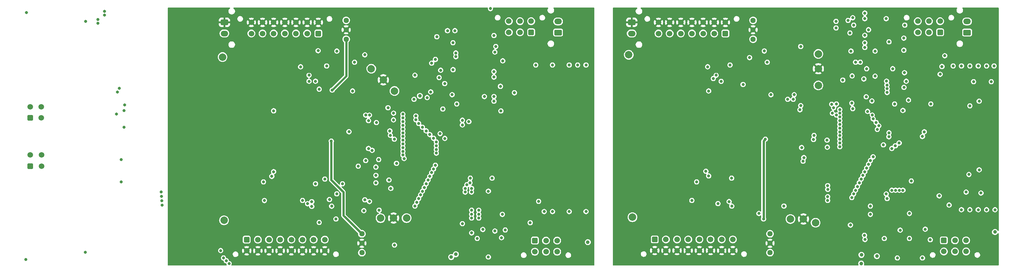
<source format=gbr>
%TF.GenerationSoftware,KiCad,Pcbnew,7.0.8*%
%TF.CreationDate,2024-01-12T20:03:42+01:00*%
%TF.ProjectId,BMS-Slave,424d532d-536c-4617-9665-2e6b69636164,rev?*%
%TF.SameCoordinates,Original*%
%TF.FileFunction,Copper,L3,Inr*%
%TF.FilePolarity,Positive*%
%FSLAX46Y46*%
G04 Gerber Fmt 4.6, Leading zero omitted, Abs format (unit mm)*
G04 Created by KiCad (PCBNEW 7.0.8) date 2024-01-12 20:03:42*
%MOMM*%
%LPD*%
G01*
G04 APERTURE LIST*
G04 Aperture macros list*
%AMRoundRect*
0 Rectangle with rounded corners*
0 $1 Rounding radius*
0 $2 $3 $4 $5 $6 $7 $8 $9 X,Y pos of 4 corners*
0 Add a 4 corners polygon primitive as box body*
4,1,4,$2,$3,$4,$5,$6,$7,$8,$9,$2,$3,0*
0 Add four circle primitives for the rounded corners*
1,1,$1+$1,$2,$3*
1,1,$1+$1,$4,$5*
1,1,$1+$1,$6,$7*
1,1,$1+$1,$8,$9*
0 Add four rect primitives between the rounded corners*
20,1,$1+$1,$2,$3,$4,$5,0*
20,1,$1+$1,$4,$5,$6,$7,0*
20,1,$1+$1,$6,$7,$8,$9,0*
20,1,$1+$1,$8,$9,$2,$3,0*%
G04 Aperture macros list end*
%TA.AperFunction,ComponentPad*%
%ADD10C,2.000000*%
%TD*%
%TA.AperFunction,ComponentPad*%
%ADD11RoundRect,0.250001X-0.759999X0.499999X-0.759999X-0.499999X0.759999X-0.499999X0.759999X0.499999X0*%
%TD*%
%TA.AperFunction,ComponentPad*%
%ADD12O,2.020000X1.500000*%
%TD*%
%TA.AperFunction,ComponentPad*%
%ADD13C,1.440000*%
%TD*%
%TA.AperFunction,ComponentPad*%
%ADD14RoundRect,0.250001X0.499999X0.499999X-0.499999X0.499999X-0.499999X-0.499999X0.499999X-0.499999X0*%
%TD*%
%TA.AperFunction,ComponentPad*%
%ADD15C,1.500000*%
%TD*%
%TA.AperFunction,ComponentPad*%
%ADD16RoundRect,0.250001X-0.499999X-0.499999X0.499999X-0.499999X0.499999X0.499999X-0.499999X0.499999X0*%
%TD*%
%TA.AperFunction,ComponentPad*%
%ADD17RoundRect,0.250001X0.499999X-0.499999X0.499999X0.499999X-0.499999X0.499999X-0.499999X-0.499999X0*%
%TD*%
%TA.AperFunction,ComponentPad*%
%ADD18RoundRect,0.250001X0.759999X-0.499999X0.759999X0.499999X-0.759999X0.499999X-0.759999X-0.499999X0*%
%TD*%
%TA.AperFunction,ViaPad*%
%ADD19C,0.800000*%
%TD*%
%TA.AperFunction,ViaPad*%
%ADD20C,1.000000*%
%TD*%
%TA.AperFunction,Conductor*%
%ADD21C,0.600000*%
%TD*%
G04 APERTURE END LIST*
D10*
%TO.N,/slave2_of_2/GND*%
%TO.C,TP16*%
X306250000Y-118750000D03*
%TD*%
D11*
%TO.N,/slave2_of_2/GND*%
%TO.C,J13*%
X256040000Y-106250000D03*
D12*
%TO.N,/slave2_of_2/U_Analog_IN/T_sens7*%
X256040000Y-109250000D03*
%TD*%
D11*
%TO.N,/slave1_of_2/GND*%
%TO.C,J7*%
X146500000Y-106250000D03*
D12*
%TO.N,/slave1_of_2/U_Analog_IN/T_sens7*%
X146500000Y-109250000D03*
%TD*%
D13*
%TO.N,Net-(U3-+VIN)*%
%TO.C,U3*%
X179250000Y-105710000D03*
%TO.N,/slave1_of_2/GND*%
X179250000Y-108250000D03*
%TO.N,Net-(U17-VI)*%
X179250000Y-110790000D03*
%TD*%
D10*
%TO.N,/slave1_of_2/prim+3V*%
%TO.C,TP1*%
X146000000Y-115600000D03*
%TD*%
D14*
%TO.N,/slave1_of_2/U_Analog_IN/T_sens0*%
%TO.C,J5*%
X171750000Y-109250000D03*
D15*
%TO.N,/slave1_of_2/U_Analog_IN/T_sens1*%
X168750000Y-109250000D03*
%TO.N,/slave1_of_2/U_Analog_IN/T_sens2*%
X165750000Y-109250000D03*
%TO.N,/slave1_of_2/U_Analog_IN/T_sens3*%
X162750000Y-109250000D03*
%TO.N,/slave1_of_2/U_Analog_IN/T_sens4*%
X159750000Y-109250000D03*
%TO.N,/slave1_of_2/U_Analog_IN/T_sens5*%
X156750000Y-109250000D03*
%TO.N,/slave1_of_2/U_Analog_IN/T_sens6*%
X153750000Y-109250000D03*
%TO.N,/slave1_of_2/GND*%
X171750000Y-106250000D03*
X168750000Y-106250000D03*
X165750000Y-106250000D03*
X162750000Y-106250000D03*
X159750000Y-106250000D03*
X156750000Y-106250000D03*
X153750000Y-106250000D03*
%TD*%
D16*
%TO.N,/slave2_of_2/U_Analog_IN/T_sens15*%
%TO.C,J14*%
X262250000Y-164750000D03*
D15*
%TO.N,/slave2_of_2/U_Analog_IN/T_sens14*%
X265250000Y-164750000D03*
%TO.N,/slave2_of_2/U_Analog_IN/T_sens13*%
X268250000Y-164750000D03*
%TO.N,/slave2_of_2/U_Analog_IN/T_sens12*%
X271250000Y-164750000D03*
%TO.N,/slave2_of_2/U_Analog_IN/T_sens11*%
X274250000Y-164750000D03*
%TO.N,/slave2_of_2/U_Analog_IN/T_sens10*%
X277250000Y-164750000D03*
%TO.N,/slave2_of_2/U_Analog_IN/T_sens9*%
X280250000Y-164750000D03*
%TO.N,/slave2_of_2/U_Analog_IN/T_sens8*%
X283250000Y-164750000D03*
%TO.N,/slave2_of_2/GND*%
X262250000Y-167750000D03*
X265250000Y-167750000D03*
X268250000Y-167750000D03*
X271250000Y-167750000D03*
X274250000Y-167750000D03*
X277250000Y-167750000D03*
X280250000Y-167750000D03*
X283250000Y-167750000D03*
%TD*%
D10*
%TO.N,/slave1_of_2/GND*%
%TO.C,TP5*%
X189250000Y-121750000D03*
%TD*%
%TO.N,/slave1_of_2/EXT_DC_ISO_sec*%
%TO.C,TP7*%
X195500000Y-159000000D03*
%TD*%
D17*
%TO.N,/slave1_of_2/U_Primary_ADBMS/isoSPI_IN+*%
%TO.C,J1*%
X94275000Y-145000000D03*
D15*
%TO.N,/slave1_of_2/U_Primary_ADBMS/isoSPI_IN-*%
X94275000Y-142000000D03*
%TO.N,/slave1_of_2/U_Secondary_ADBMS/isoSPI_IN-*%
X97275000Y-145000000D03*
%TO.N,/slave1_of_2/U_Secondary_ADBMS/isoSPI_IN+*%
X97275000Y-142000000D03*
%TD*%
D10*
%TO.N,/slave1_of_2/EXT_DC_ISO_prim*%
%TO.C,TP4*%
X192250000Y-124750000D03*
%TD*%
D16*
%TO.N,/slave2_of_2/U_Connectors/Cell.11*%
%TO.C,J12*%
X340000000Y-165000000D03*
D15*
%TO.N,/slave2_of_2/U_Connectors/Cell.9*%
X343000000Y-165000000D03*
%TO.N,/slave2_of_2/U_Connectors/Cell.7*%
X346000000Y-165000000D03*
%TO.N,/slave2_of_2/U_Connectors/Cell.10*%
X340000000Y-168000000D03*
%TO.N,/slave2_of_2/U_Connectors/Cell.8*%
X343000000Y-168000000D03*
%TO.N,/slave2_of_2/U_Connectors/Cell.6*%
X346000000Y-168000000D03*
%TD*%
D13*
%TO.N,Net-(U8-+VIN)*%
%TO.C,U8*%
X183470000Y-168330000D03*
%TO.N,/slave1_of_2/GND*%
X183470000Y-165790000D03*
%TO.N,Net-(U18-VI)*%
X183470000Y-163250000D03*
%TD*%
D10*
%TO.N,/slave2_of_2/GND*%
%TO.C,TP12*%
X302250000Y-159250000D03*
%TD*%
D14*
%TO.N,/slave1_of_2/U_Connectors/Cell.3*%
%TO.C,J4*%
X229000000Y-108940000D03*
D15*
%TO.N,/slave1_of_2/U_Connectors/Cell.1*%
X226000000Y-108940000D03*
%TO.N,/slave1_of_2/U_Connectors/Cell.GND*%
X223000000Y-108940000D03*
%TO.N,/slave1_of_2/U_Connectors/Cell.4*%
X229000000Y-105940000D03*
%TO.N,/slave1_of_2/U_Connectors/Cell.2*%
X226000000Y-105940000D03*
%TO.N,/slave1_of_2/U_Connectors/Cell.0*%
X223000000Y-105940000D03*
%TD*%
D18*
%TO.N,unconnected-(J9-Pad1)*%
%TO.C,J9*%
X346250000Y-109000000D03*
D12*
%TO.N,/slave2_of_2/U_Connectors/Cell.5*%
X346250000Y-106000000D03*
%TD*%
D16*
%TO.N,/slave1_of_2/U_Connectors/Cell.11*%
%TO.C,J6*%
X230000000Y-165060000D03*
D15*
%TO.N,/slave1_of_2/U_Connectors/Cell.9*%
X233000000Y-165060000D03*
%TO.N,/slave1_of_2/U_Connectors/Cell.7*%
X236000000Y-165060000D03*
%TO.N,/slave1_of_2/U_Connectors/Cell.10*%
X230000000Y-168060000D03*
%TO.N,/slave1_of_2/U_Connectors/Cell.8*%
X233000000Y-168060000D03*
%TO.N,/slave1_of_2/U_Connectors/Cell.6*%
X236000000Y-168060000D03*
%TD*%
D10*
%TO.N,/slave2_of_2/sec+5v*%
%TO.C,TP10*%
X298750000Y-159250000D03*
%TD*%
D18*
%TO.N,unconnected-(J3-Pad1)*%
%TO.C,J3*%
X236250000Y-109000000D03*
D12*
%TO.N,/slave1_of_2/U_Connectors/Cell.5*%
X236250000Y-106000000D03*
%TD*%
D10*
%TO.N,/slave1_of_2/sec+5v*%
%TO.C,TP6*%
X188500000Y-159000000D03*
%TD*%
D14*
%TO.N,/slave2_of_2/U_Analog_IN/T_sens0*%
%TO.C,J11*%
X281250000Y-109250000D03*
D15*
%TO.N,/slave2_of_2/U_Analog_IN/T_sens1*%
X278250000Y-109250000D03*
%TO.N,/slave2_of_2/U_Analog_IN/T_sens2*%
X275250000Y-109250000D03*
%TO.N,/slave2_of_2/U_Analog_IN/T_sens3*%
X272250000Y-109250000D03*
%TO.N,/slave2_of_2/U_Analog_IN/T_sens4*%
X269250000Y-109250000D03*
%TO.N,/slave2_of_2/U_Analog_IN/T_sens5*%
X266250000Y-109250000D03*
%TO.N,/slave2_of_2/U_Analog_IN/T_sens6*%
X263250000Y-109250000D03*
%TO.N,/slave2_of_2/GND*%
X281250000Y-106250000D03*
X278250000Y-106250000D03*
X275250000Y-106250000D03*
X272250000Y-106250000D03*
X269250000Y-106250000D03*
X266250000Y-106250000D03*
X263250000Y-106250000D03*
%TD*%
D16*
%TO.N,/slave1_of_2/U_Analog_IN/T_sens15*%
%TO.C,J8*%
X152500000Y-164810000D03*
D15*
%TO.N,/slave1_of_2/U_Analog_IN/T_sens14*%
X155500000Y-164810000D03*
%TO.N,/slave1_of_2/U_Analog_IN/T_sens13*%
X158500000Y-164810000D03*
%TO.N,/slave1_of_2/U_Analog_IN/T_sens12*%
X161500000Y-164810000D03*
%TO.N,/slave1_of_2/U_Analog_IN/T_sens11*%
X164500000Y-164810000D03*
%TO.N,/slave1_of_2/U_Analog_IN/T_sens10*%
X167500000Y-164810000D03*
%TO.N,/slave1_of_2/U_Analog_IN/T_sens9*%
X170500000Y-164810000D03*
%TO.N,/slave1_of_2/U_Analog_IN/T_sens8*%
X173500000Y-164810000D03*
%TO.N,/slave1_of_2/GND*%
X152500000Y-167810000D03*
X155500000Y-167810000D03*
X158500000Y-167810000D03*
X161500000Y-167810000D03*
X164500000Y-167810000D03*
X167500000Y-167810000D03*
X170500000Y-167810000D03*
X173500000Y-167810000D03*
%TD*%
D10*
%TO.N,/slave2_of_2/prim+3V*%
%TO.C,TP13*%
X255250000Y-115000000D03*
%TD*%
%TO.N,/slave2_of_2/prim+5V*%
%TO.C,TP14*%
X306250000Y-114750000D03*
%TD*%
%TO.N,/slave2_of_2/EXT_DC_ISO_sec*%
%TO.C,TP11*%
X305500000Y-160250000D03*
%TD*%
%TO.N,/slave1_of_2/sec+3v*%
%TO.C,TP2*%
X146400000Y-159600000D03*
%TD*%
D17*
%TO.N,/slave2_of_2/U_Primary_ADBMS/isoSPI_OUT+*%
%TO.C,J2*%
X94255000Y-132000000D03*
D15*
%TO.N,/slave2_of_2/U_Primary_ADBMS/isoSPI_OUT-*%
X94255000Y-129000000D03*
%TO.N,/slave2_of_2/U_Secondary_ADBMS/isoSPI_OUT-*%
X97255000Y-132000000D03*
%TO.N,/slave2_of_2/U_Secondary_ADBMS/isoSPI_OUT+*%
X97255000Y-129000000D03*
%TD*%
D10*
%TO.N,/slave2_of_2/EXT_DC_ISO_prim*%
%TO.C,TP15*%
X306250000Y-123250000D03*
%TD*%
%TO.N,/slave2_of_2/sec+3v*%
%TO.C,TP9*%
X256250000Y-158750000D03*
%TD*%
%TO.N,/slave1_of_2/prim+5V*%
%TO.C,TP3*%
X186000000Y-118750000D03*
%TD*%
D13*
%TO.N,Net-(U12-+VIN)*%
%TO.C,U12*%
X288700000Y-105710000D03*
%TO.N,/slave2_of_2/GND*%
X288700000Y-108250000D03*
%TO.N,Net-(U12-+VOUT)*%
X288700000Y-110790000D03*
%TD*%
%TO.N,Net-(U10-+VIN)*%
%TO.C,U10*%
X293250000Y-168330000D03*
%TO.N,/slave2_of_2/GND*%
X293250000Y-165790000D03*
%TO.N,Net-(U10-+VOUT)*%
X293250000Y-163250000D03*
%TD*%
D14*
%TO.N,/slave2_of_2/U_Connectors/Cell.3*%
%TO.C,J10*%
X339000000Y-108940000D03*
D15*
%TO.N,/slave2_of_2/U_Connectors/Cell.1*%
X336000000Y-108940000D03*
%TO.N,/slave2_of_2/U_Connectors/Cell.GND*%
X333000000Y-108940000D03*
%TO.N,/slave2_of_2/U_Connectors/Cell.4*%
X339000000Y-105940000D03*
%TO.N,/slave2_of_2/U_Connectors/Cell.2*%
X336000000Y-105940000D03*
%TO.N,/slave2_of_2/U_Connectors/Cell.0*%
X333000000Y-105940000D03*
%TD*%
D10*
%TO.N,/slave1_of_2/GND*%
%TO.C,TP8*%
X192000000Y-159000000D03*
%TD*%
D19*
%TO.N,/slave1_of_2/prim+5V*%
X180000000Y-135725000D03*
X169250000Y-122125000D03*
X191140192Y-136689693D03*
X204500000Y-136250000D03*
X174000000Y-118000000D03*
X205779977Y-137529977D03*
X184250000Y-115000000D03*
X180975000Y-124750000D03*
X192200500Y-137750000D03*
%TO.N,/slave1_of_2/GND*%
X161250000Y-121750000D03*
X191500000Y-147750000D03*
X172470023Y-117220023D03*
X203000000Y-162500000D03*
X169309954Y-119500000D03*
X118750000Y-143250000D03*
X180250000Y-156750000D03*
X175250000Y-135250000D03*
X175250000Y-116500000D03*
X201175500Y-163000000D03*
X177279977Y-154029977D03*
X241177484Y-148167530D03*
X154500000Y-117250000D03*
X239250000Y-150750000D03*
X163720023Y-156779977D03*
X171250000Y-156750000D03*
X191000000Y-134000000D03*
X240750000Y-126250000D03*
X234750000Y-150750000D03*
X181750000Y-149750000D03*
X150250000Y-156750000D03*
D20*
X207250000Y-107500000D03*
D19*
X236000000Y-124250000D03*
X118750000Y-149250500D03*
X160725000Y-156750000D03*
X230000000Y-124250000D03*
X154500000Y-150500000D03*
X240750000Y-124250000D03*
X178750000Y-125500000D03*
X93100000Y-170200000D03*
D20*
X244000000Y-111500000D03*
D19*
X162407107Y-117700000D03*
X109100000Y-168200000D03*
X154750000Y-156750000D03*
X166500000Y-150250000D03*
X183400000Y-135750000D03*
X150000000Y-117250000D03*
X166500000Y-117250000D03*
%TO.N,/slave1_of_2/prim+3V*%
X191000000Y-135500000D03*
X171700000Y-113900000D03*
X190500000Y-129250000D03*
X176750000Y-114000000D03*
%TO.N,Net-(U1-V+)*%
X194828552Y-142943959D03*
X197500000Y-127000000D03*
%TO.N,/slave1_of_2/sec+5v*%
X171000000Y-149750000D03*
X157270434Y-154270434D03*
X192782477Y-144250500D03*
X168875000Y-155125000D03*
X178250000Y-149750000D03*
X157000000Y-149250000D03*
X191250000Y-151000000D03*
X182500000Y-145000000D03*
%TO.N,/slave1_of_2/sec+3v*%
X172000000Y-160189162D03*
X187250000Y-149500000D03*
D20*
%TO.N,/slave1_of_2/EXT_DC_ISO_prim*%
X199075250Y-126075250D03*
X208750000Y-168750000D03*
D19*
%TO.N,/slave1_of_2/U_Primary_ADBMS/C10*%
X198750000Y-153750000D03*
X194500000Y-140000000D03*
%TO.N,/slave1_of_2/U_Primary_ADBMS/C9*%
X194500000Y-139000000D03*
X199250000Y-152750000D03*
%TO.N,/slave1_of_2/U_Primary_ADBMS/C8*%
X199750000Y-151750000D03*
X194500000Y-138000000D03*
%TO.N,/slave1_of_2/U_Primary_ADBMS/C7*%
X194500000Y-137000000D03*
X200250000Y-150750000D03*
%TO.N,/slave1_of_2/U_Primary_ADBMS/C6*%
X200750000Y-149750000D03*
X194500000Y-136000000D03*
%TO.N,/slave1_of_2/U_Primary_ADBMS/C5*%
X201250000Y-148750000D03*
X194500000Y-135000000D03*
%TO.N,/slave1_of_2/U_Primary_ADBMS/C4*%
X194500000Y-134000000D03*
X201750000Y-147750000D03*
%TO.N,/slave1_of_2/U_Primary_ADBMS/C3*%
X202250000Y-146750000D03*
X194500000Y-133000000D03*
%TO.N,/slave1_of_2/U_Primary_ADBMS/C2*%
X202750000Y-145750000D03*
X194500000Y-132000000D03*
%TO.N,/slave1_of_2/U_Primary_ADBMS/C12*%
X194500000Y-142000000D03*
X197750000Y-155750000D03*
%TO.N,/slave1_of_2/U_Primary_ADBMS/C11*%
X198250000Y-154750000D03*
X194500000Y-141000000D03*
%TO.N,/slave1_of_2/U_Primary_ADBMS/C1*%
X203250000Y-144750000D03*
X194500000Y-131000000D03*
%TO.N,/slave1_of_2/Temp_MUX_sec*%
X187250000Y-145250000D03*
X176720023Y-152470023D03*
%TO.N,/slave1_of_2/EXT_DC_ISO_sec*%
X192250000Y-166250000D03*
%TO.N,/slave1_of_2/U_Passive_Balancing/GLOBAL_BAL_FEEDBACK*%
X192000000Y-130750000D03*
X203625000Y-110125000D03*
X212625000Y-148250000D03*
X191970023Y-132529977D03*
X197750000Y-120500000D03*
X202250000Y-117250000D03*
X201029977Y-126529977D03*
X210500000Y-132615000D03*
%TO.N,/slave2_of_2/sec+5v*%
X279250000Y-155100000D03*
X272225500Y-154250000D03*
X315500000Y-105000000D03*
X314875000Y-160875000D03*
X297000000Y-155750000D03*
X273500000Y-149250000D03*
X311000000Y-106000000D03*
%TO.N,/slave2_of_2/GND*%
X311549500Y-148073466D03*
D20*
X316500000Y-158750000D03*
D19*
X272050500Y-118100000D03*
X346250000Y-126250000D03*
X109200000Y-106000000D03*
X297250000Y-134250000D03*
X93250000Y-103600000D03*
X264000000Y-117250000D03*
X308750000Y-131250000D03*
X293750000Y-146500000D03*
X308500000Y-103750000D03*
X297750000Y-128250000D03*
X281000000Y-156750000D03*
D20*
X352000000Y-110750000D03*
D19*
X297724500Y-146697158D03*
X343000000Y-147750000D03*
X117750000Y-125000000D03*
X311000500Y-143250000D03*
X278750000Y-119500000D03*
X298250000Y-151250000D03*
X218055752Y-102555751D03*
X342129977Y-125879977D03*
X264500000Y-156750000D03*
X271000000Y-122000000D03*
X293000000Y-134000000D03*
X274312250Y-157194099D03*
X117500000Y-131000000D03*
X347500000Y-148250000D03*
X260000000Y-156750000D03*
X349700000Y-128747858D03*
X309000000Y-126250000D03*
X353875000Y-143375000D03*
X276000000Y-117000000D03*
X284900000Y-116800000D03*
X297250000Y-136250000D03*
X259500000Y-117250000D03*
X280000000Y-117000000D03*
X341320023Y-124570023D03*
X287750000Y-151225000D03*
X270475000Y-156750000D03*
X289500000Y-155750000D03*
%TO.N,/slave2_of_2/U_Primary_ADBMS/C10*%
X316250000Y-151500000D03*
X346000000Y-152000000D03*
X346750000Y-147250000D03*
X312000000Y-137750000D03*
%TO.N,/slave2_of_2/U_Primary_ADBMS/C9*%
X350000000Y-152250000D03*
X316750000Y-150500000D03*
X349500000Y-146000000D03*
X312000000Y-136750000D03*
%TO.N,/slave2_of_2/U_Primary_ADBMS/C8*%
X317250000Y-149500000D03*
X312000000Y-135750000D03*
%TO.N,/slave2_of_2/U_Primary_ADBMS/C7*%
X317750000Y-148500000D03*
X312000000Y-134749503D03*
%TO.N,/slave2_of_2/U_Primary_ADBMS/C6*%
X318250000Y-147500000D03*
X312000000Y-133750000D03*
%TO.N,/slave2_of_2/U_Primary_ADBMS/C5*%
X352750000Y-122250000D03*
X312000000Y-132750000D03*
X318750000Y-146500000D03*
X349499647Y-127499646D03*
%TO.N,/slave2_of_2/U_Primary_ADBMS/C4*%
X312000000Y-131750000D03*
X319250000Y-145500000D03*
%TO.N,/slave2_of_2/U_Primary_ADBMS/C3*%
X319750000Y-144500000D03*
X312000000Y-130750000D03*
X347000000Y-128750000D03*
X348000000Y-122250000D03*
%TO.N,/slave2_of_2/U_Primary_ADBMS/C2*%
X320250000Y-143500000D03*
X315500000Y-129500000D03*
%TO.N,/slave2_of_2/U_Primary_ADBMS/C12*%
X312000000Y-139749503D03*
X315250000Y-153500000D03*
%TO.N,/slave2_of_2/U_Primary_ADBMS/C11*%
X312000000Y-138750000D03*
X315750000Y-152500000D03*
%TO.N,/slave2_of_2/U_Primary_ADBMS/C1*%
X315250000Y-128024500D03*
X320971120Y-142500000D03*
%TO.N,/slave2_of_2/U_Primary_ADBMS/C0*%
X310369796Y-129250000D03*
X310000000Y-130749500D03*
%TO.N,/slave2_of_2/prim+5V*%
X301500000Y-112750000D03*
X282500000Y-117749500D03*
X292500000Y-117000000D03*
X298000500Y-127000000D03*
X311000000Y-107750000D03*
X280100000Y-122150000D03*
%TO.N,/slave2_of_2/prim+3V*%
X291718750Y-113968750D03*
X301750000Y-140000000D03*
%TO.N,Net-(U11-V+)*%
X311119296Y-128250000D03*
X311118843Y-131221771D03*
%TO.N,/slave2_of_2/U_Passive_Balancing/GLOBAL_BAL_FEEDBACK*%
X316250000Y-117000000D03*
X315029977Y-114000000D03*
X324500500Y-152500000D03*
X314250000Y-105750000D03*
X325215145Y-137094809D03*
X314750000Y-109099500D03*
D20*
%TO.N,/slave2_of_2/EXT_DC_ISO_prim*%
X317837500Y-168912500D03*
%TO.N,/slave1_of_2/VBAT+*%
X207500000Y-169500000D03*
X244250000Y-165500000D03*
D19*
%TO.N,Net-(IC10-C)*%
X212539317Y-149485903D03*
X204654977Y-119154977D03*
X203250000Y-116250000D03*
X210500000Y-133885000D03*
X206500000Y-108500000D03*
X208000000Y-119000000D03*
X210500000Y-160500000D03*
D20*
%TO.N,/slave2_of_2/VBAT+*%
X322000000Y-169250000D03*
X353750000Y-162750000D03*
X317775500Y-171250000D03*
D19*
%TO.N,Net-(IC17-C)*%
X317520000Y-117000000D03*
X315750000Y-107000000D03*
X324750000Y-153750000D03*
X318750000Y-109750000D03*
X312824500Y-121800000D03*
X325250000Y-136000000D03*
%TO.N,/slave1_of_2/U_Input_Fuses/Cell_Fused.GND*%
X230250000Y-117750000D03*
X219000000Y-109799999D03*
%TO.N,/slave1_of_2/U_Input_Fuses/Cell_Fused.1*%
X208750000Y-115500000D03*
X234750000Y-117750000D03*
X221375000Y-116625000D03*
%TO.N,/slave1_of_2/U_Input_Fuses/Cell_Fused.3*%
X220736850Y-123486850D03*
X239250000Y-117750000D03*
X205750000Y-122750000D03*
%TO.N,/slave1_of_2/U_Input_Fuses/Cell_Fused.4*%
X241500000Y-117750000D03*
X224500000Y-125225000D03*
%TO.N,/slave1_of_2/U_Input_Fuses/Cell_Fused.5*%
X243750000Y-117750000D03*
X205250000Y-129615000D03*
X220875000Y-130125000D03*
%TO.N,/slave1_of_2/U_Input_Fuses/Cell_Fused.6*%
X218500000Y-148250000D03*
X243750000Y-157250000D03*
X212250000Y-133000000D03*
X231000000Y-154500000D03*
%TO.N,/slave1_of_2/U_Input_Fuses/Cell_Fused.7*%
X214900000Y-156899500D03*
X213000500Y-156876268D03*
%TO.N,/slave1_of_2/U_Input_Fuses/Cell_Fused.8*%
X213000000Y-159000000D03*
X228750000Y-160250000D03*
X239250000Y-157250000D03*
X214900000Y-158999503D03*
%TO.N,/slave1_of_2/U_Input_Fuses/Cell_Fused.10*%
X217500000Y-169499500D03*
X221029977Y-164279977D03*
X234750000Y-157250000D03*
%TO.N,/slave1_of_2/U_Input_Fuses/Cell_Fused.11*%
X214500000Y-164500000D03*
X232500000Y-157250000D03*
%TO.N,/slave2_of_2/U_Input_Fuses/Cell_Fused.GND*%
X318750000Y-103750000D03*
X340250000Y-115250000D03*
X329500000Y-107000000D03*
%TO.N,/slave2_of_2/U_Input_Fuses/Cell_Fused.0*%
X329250000Y-110500000D03*
X319750000Y-108250000D03*
X342500000Y-118000000D03*
%TO.N,/slave2_of_2/U_Input_Fuses/Cell_Fused.1*%
X339500500Y-118154977D03*
X344750000Y-118000000D03*
X321500000Y-114000000D03*
%TO.N,/slave2_of_2/U_Input_Fuses/Cell_Fused.2*%
X329425000Y-119825000D03*
X347000000Y-118000000D03*
X315325500Y-120688813D03*
%TO.N,/slave2_of_2/U_Input_Fuses/Cell_Fused.3*%
X321500000Y-120750000D03*
X349250000Y-118000000D03*
X339000000Y-120250000D03*
%TO.N,/slave2_of_2/U_Input_Fuses/Cell_Fused.4*%
X351500000Y-118000000D03*
X329875000Y-122125000D03*
%TO.N,/slave2_of_2/U_Input_Fuses/Cell_Fused.5*%
X336500000Y-128250000D03*
X326750000Y-128250000D03*
X320651700Y-127446443D03*
X353500000Y-118000000D03*
%TO.N,/slave2_of_2/U_Input_Fuses/Cell_Fused.6*%
X353750000Y-156750000D03*
X338750000Y-153000000D03*
X334750000Y-135750000D03*
%TO.N,/slave2_of_2/U_Input_Fuses/Cell_Fused.7*%
X351500000Y-156750000D03*
X341425500Y-155486581D03*
%TO.N,/slave2_of_2/U_Input_Fuses/Cell_Fused.8*%
X320250000Y-158000000D03*
X349250000Y-156750000D03*
X330750000Y-157750000D03*
%TO.N,/slave2_of_2/U_Input_Fuses/Cell_Fused.9*%
X334250000Y-169750000D03*
X347000000Y-156750000D03*
%TO.N,/slave2_of_2/U_Input_Fuses/Cell_Fused.10*%
X344750000Y-156750000D03*
X327500000Y-169750000D03*
X330750000Y-164500000D03*
%TO.N,/slave2_of_2/U_Input_Fuses/Cell_Fused.11*%
X336345023Y-164845023D03*
X324000000Y-164500000D03*
%TO.N,/slave1_of_2/SDA1*%
X171000000Y-122125500D03*
X187376742Y-133250500D03*
X159750000Y-130095000D03*
X185499503Y-131250000D03*
%TO.N,/slave1_of_2/SCL1*%
X184500000Y-131250000D03*
X185250000Y-132750000D03*
%TO.N,/slave1_of_2/SDA2*%
X159250000Y-147750000D03*
X187250000Y-147500000D03*
X170000000Y-154574500D03*
X167500000Y-154250000D03*
%TO.N,/slave1_of_2/SCL2*%
X174750000Y-154000000D03*
X175339604Y-155789604D03*
X159750000Y-146500000D03*
X170000000Y-155850000D03*
X190750000Y-148750000D03*
%TO.N,Net-(IC5-A)*%
X219000000Y-119500000D03*
X204250000Y-121125000D03*
%TO.N,Net-(IC6-A)*%
X214900000Y-158000000D03*
X213000000Y-158000000D03*
%TO.N,Net-(IC9-A)*%
X219500000Y-112750000D03*
X207970023Y-111750000D03*
%TO.N,Net-(IC11-A)*%
X213000000Y-163000000D03*
X219250000Y-162500000D03*
%TO.N,Net-(IC13-A)*%
X216413000Y-126250000D03*
X219000000Y-126250000D03*
%TO.N,/slave2_of_2/SDA2*%
X282250000Y-154549500D03*
X276750000Y-147655000D03*
X302342621Y-142697408D03*
%TO.N,/slave2_of_2/SCL2*%
X302136849Y-143675500D03*
X282970023Y-155779977D03*
X276000000Y-146385000D03*
%TO.N,/slave2_of_2/SDA1*%
X299750000Y-125750000D03*
X301500000Y-128700000D03*
X278000000Y-121400500D03*
X276750000Y-124750000D03*
%TO.N,/slave2_of_2/SCL1*%
X299500000Y-127000000D03*
X301300000Y-129800000D03*
%TO.N,Net-(IC17-A)*%
X330500000Y-127200000D03*
X318500000Y-121500500D03*
%TO.N,Net-(IC21-A)*%
X318750000Y-113000000D03*
X329250000Y-113750000D03*
%TO.N,Net-(IC22-A)*%
X334250000Y-137000000D03*
X331250000Y-149000000D03*
%TO.N,Net-(IC25-A)*%
X328250000Y-162250000D03*
X318654977Y-163654977D03*
%TO.N,Net-(IC28-A)*%
X335000000Y-162000000D03*
X318779977Y-164779977D03*
%TO.N,/slave1_of_2/U_Primary_ADBMS/IN_M1*%
X185250000Y-140250000D03*
X129500000Y-152000000D03*
%TO.N,/slave1_of_2/U_Primary_ADBMS/IN_P1*%
X129595023Y-153154977D03*
X186250000Y-140750000D03*
%TO.N,/slave1_of_2/U_Primary_ADBMS/OUT_M1*%
X184500000Y-143500000D03*
X129690046Y-154309954D03*
%TO.N,/slave1_of_2/U_Primary_ADBMS/OUT_P1*%
X129750000Y-155500000D03*
X188000000Y-143250000D03*
%TO.N,/slave1_of_2/U_Secondary_ADBMS/IN_M1*%
X145500000Y-167750000D03*
X184250000Y-154074500D03*
%TO.N,/slave1_of_2/U_Secondary_ADBMS/IN_P1*%
X185500000Y-154524500D03*
X146250000Y-169750000D03*
%TO.N,/slave1_of_2/U_Secondary_ADBMS/OUT_M1*%
X147000000Y-170500000D03*
X184000000Y-157000000D03*
%TO.N,/slave1_of_2/U_Secondary_ADBMS/OUT_P1*%
X147750000Y-171250000D03*
X188104987Y-156854987D03*
%TO.N,/slave1_of_2/U_Passive_Balancing/S5*%
X207750000Y-125750000D03*
X199750000Y-134500000D03*
%TO.N,/slave1_of_2/U_Passive_Balancing/S10*%
X217500000Y-151750000D03*
X203500000Y-139500000D03*
X212940988Y-151999057D03*
X211250500Y-151999503D03*
%TO.N,/slave1_of_2/U_Passive_Balancing/S4*%
X219000000Y-121000000D03*
X198750000Y-133500000D03*
%TO.N,/slave1_of_2/U_Passive_Balancing/S9*%
X211250500Y-151000000D03*
X221250000Y-158000000D03*
X213000000Y-151000000D03*
X203500000Y-138500000D03*
%TO.N,/slave1_of_2/U_Passive_Balancing/S3*%
X208750000Y-114500000D03*
X198000000Y-132500000D03*
%TO.N,/slave1_of_2/U_Passive_Balancing/S8*%
X202750000Y-137500000D03*
X211701796Y-150031396D03*
%TO.N,/slave1_of_2/U_Passive_Balancing/S2*%
X198000000Y-131500000D03*
X219250000Y-114250000D03*
%TO.N,/slave1_of_2/U_Passive_Balancing/S7*%
X201750000Y-136500000D03*
X209000000Y-128250000D03*
%TO.N,/slave1_of_2/U_Passive_Balancing/S12*%
X203500000Y-141500000D03*
X216000000Y-162065300D03*
%TO.N,/slave1_of_2/U_Passive_Balancing/S1*%
X202000000Y-125000000D03*
X208500000Y-108500000D03*
%TO.N,/slave1_of_2/U_Passive_Balancing/S6*%
X200750000Y-135500000D03*
X219000000Y-127500000D03*
%TO.N,/slave1_of_2/U_Passive_Balancing/S11*%
X222029977Y-162220023D03*
X203500000Y-140500000D03*
%TO.N,/slave2_of_2/U_Secondary_ADBMS/IN_M1*%
X308762299Y-150262299D03*
X119500000Y-134500000D03*
%TO.N,/slave2_of_2/U_Secondary_ADBMS/IN_P1*%
X119500000Y-130000000D03*
X308774253Y-151261730D03*
%TO.N,/slave2_of_2/U_Secondary_ADBMS/OUT_M1*%
X308750000Y-153250000D03*
X119700000Y-128500000D03*
%TO.N,/slave2_of_2/U_Secondary_ADBMS/OUT_P1*%
X118250000Y-124000000D03*
X308750000Y-154249503D03*
%TO.N,/slave2_of_2/U_Primary_ADBMS/IN_M1*%
X305089567Y-136735031D03*
X112500000Y-106499503D03*
%TO.N,/slave2_of_2/U_Primary_ADBMS/IN_P1*%
X112500000Y-105500000D03*
X304954536Y-137800000D03*
%TO.N,/slave2_of_2/U_Primary_ADBMS/OUT_M1*%
X308600000Y-137995805D03*
X114250000Y-104250000D03*
%TO.N,/slave2_of_2/U_Primary_ADBMS/OUT_P1*%
X114250000Y-103249500D03*
X308669173Y-139900049D03*
%TO.N,/slave2_of_2/U_Passive_Balancing/S5*%
X320980746Y-132269254D03*
X329279977Y-123779977D03*
%TO.N,/slave2_of_2/U_Passive_Balancing/S10*%
X323751000Y-139274500D03*
X320250000Y-155750000D03*
%TO.N,/slave2_of_2/U_Passive_Balancing/S4*%
X326250000Y-118750000D03*
X319250000Y-118750000D03*
X324749959Y-125141421D03*
X320750000Y-131250000D03*
%TO.N,/slave2_of_2/U_Passive_Balancing/S9*%
X327999503Y-151500000D03*
X327990367Y-138774223D03*
%TO.N,/slave2_of_2/U_Passive_Balancing/S3*%
X319500000Y-130250000D03*
X324750246Y-124141919D03*
%TO.N,/slave2_of_2/U_Passive_Balancing/S8*%
X322100000Y-135100000D03*
X329000000Y-151500000D03*
%TO.N,/slave2_of_2/U_Passive_Balancing/S2*%
X318750000Y-111750000D03*
X325249500Y-111500000D03*
X312000000Y-129750000D03*
X324696105Y-123143884D03*
%TO.N,/slave2_of_2/U_Passive_Balancing/S7*%
X322500500Y-134129486D03*
X329000000Y-130000000D03*
%TO.N,/slave2_of_2/U_Passive_Balancing/S12*%
X326000000Y-151500000D03*
X325999500Y-140250000D03*
%TO.N,/slave2_of_2/U_Passive_Balancing/S1*%
X324500000Y-105250000D03*
X309822871Y-128322871D03*
X318750000Y-105250000D03*
X324587500Y-122104977D03*
%TO.N,/slave2_of_2/U_Passive_Balancing/S6*%
X319122609Y-126317760D03*
X321800000Y-133250000D03*
%TO.N,/slave2_of_2/U_Passive_Balancing/S11*%
X327000000Y-151500000D03*
X326973704Y-139499500D03*
%TO.N,/slave1_of_2/U_Analog_IN/OPA_TEMP_prim*%
X169250000Y-120500000D03*
X166980746Y-118230746D03*
%TO.N,/slave2_of_2/U_Analog_IN/OPA_TEMP_prim*%
X276470023Y-118220023D03*
X278750000Y-120499503D03*
%TO.N,Net-(U17-VI)*%
X175500000Y-124500000D03*
%TO.N,Net-(U18-VI)*%
X175250000Y-138250000D03*
%TO.N,Net-(U17-VO)*%
X172000000Y-124250000D03*
X181500000Y-117000000D03*
%TO.N,Net-(U18-VO)*%
X176500000Y-159250000D03*
X173500000Y-148500000D03*
%TO.N,Net-(U19-VO)*%
X282925000Y-148250000D03*
X290250000Y-157750000D03*
%TO.N,Net-(U20-VO)*%
X287750000Y-115750000D03*
X286000000Y-123000000D03*
%TO.N,Net-(U10-+VOUT)*%
X291500000Y-159250000D03*
X292000000Y-137750000D03*
%TO.N,Net-(U12-+VOUT)*%
X293500000Y-125750000D03*
%TD*%
D21*
%TO.N,Net-(U17-VI)*%
X179250000Y-120750000D02*
X175500000Y-124500000D01*
X179250000Y-110790000D02*
X179250000Y-120750000D01*
%TO.N,Net-(U18-VI)*%
X175250000Y-148750000D02*
X178500000Y-152000000D01*
X178500000Y-152000000D02*
X178500000Y-158280000D01*
X175250000Y-138250000D02*
X175250000Y-148750000D01*
X178500000Y-158280000D02*
X183470000Y-163250000D01*
%TO.N,Net-(U10-+VOUT)*%
X291500000Y-159250000D02*
X291500000Y-138250000D01*
X291500000Y-138250000D02*
X292000000Y-137750000D01*
%TD*%
%TA.AperFunction,Conductor*%
%TO.N,/slave2_of_2/GND*%
G36*
X257479475Y-102269962D02*
G01*
X257534013Y-102324500D01*
X257553975Y-102399000D01*
X257534013Y-102473500D01*
X257482741Y-102524771D01*
X257482965Y-102525080D01*
X257481019Y-102526493D01*
X257479476Y-102528036D01*
X257478697Y-102528486D01*
X257476647Y-102529669D01*
X257338321Y-102654220D01*
X257228908Y-102804813D01*
X257153200Y-102974857D01*
X257153197Y-102974866D01*
X257114500Y-103156927D01*
X257114500Y-103343072D01*
X257153197Y-103525133D01*
X257153200Y-103525142D01*
X257228908Y-103695186D01*
X257228909Y-103695188D01*
X257228910Y-103695189D01*
X257338320Y-103845779D01*
X257476649Y-103970331D01*
X257637851Y-104063401D01*
X257814880Y-104120921D01*
X257884234Y-104128210D01*
X257953588Y-104135500D01*
X257953589Y-104135500D01*
X258046412Y-104135500D01*
X258092647Y-104130640D01*
X258185120Y-104120921D01*
X258362149Y-104063401D01*
X258523351Y-103970331D01*
X258661680Y-103845779D01*
X258771090Y-103695189D01*
X258846800Y-103525142D01*
X258846802Y-103525133D01*
X258885500Y-103343072D01*
X258885500Y-103156927D01*
X258846802Y-102974866D01*
X258846801Y-102974863D01*
X258846800Y-102974858D01*
X258771090Y-102804811D01*
X258661680Y-102654221D01*
X258596564Y-102595590D01*
X258523352Y-102529669D01*
X258521743Y-102528741D01*
X258520525Y-102528037D01*
X258518983Y-102526495D01*
X258517035Y-102525080D01*
X258517259Y-102524771D01*
X258465988Y-102473502D01*
X258446025Y-102399002D01*
X258465986Y-102324502D01*
X258520523Y-102269963D01*
X258595023Y-102250000D01*
X343447939Y-102250000D01*
X343522439Y-102269962D01*
X343576977Y-102324500D01*
X343596939Y-102399000D01*
X343576977Y-102473500D01*
X343568483Y-102486580D01*
X343518908Y-102554813D01*
X343443200Y-102724857D01*
X343443197Y-102724866D01*
X343404500Y-102906927D01*
X343404500Y-103093072D01*
X343443197Y-103275133D01*
X343443200Y-103275142D01*
X343518908Y-103445186D01*
X343518909Y-103445188D01*
X343518910Y-103445189D01*
X343628320Y-103595779D01*
X343766649Y-103720331D01*
X343927851Y-103813401D01*
X344104880Y-103870921D01*
X344174234Y-103878210D01*
X344243588Y-103885500D01*
X344243589Y-103885500D01*
X344336412Y-103885500D01*
X344382647Y-103880640D01*
X344475120Y-103870921D01*
X344652149Y-103813401D01*
X344813351Y-103720331D01*
X344951680Y-103595779D01*
X345061090Y-103445189D01*
X345136800Y-103275142D01*
X345159304Y-103169267D01*
X345175500Y-103093072D01*
X345175500Y-102906927D01*
X345136802Y-102724866D01*
X345136801Y-102724863D01*
X345136800Y-102724858D01*
X345061090Y-102554811D01*
X345011516Y-102486579D01*
X344983877Y-102414574D01*
X344995943Y-102338396D01*
X345044481Y-102278456D01*
X345116487Y-102250816D01*
X345132061Y-102250000D01*
X354601000Y-102250000D01*
X354675500Y-102269962D01*
X354730038Y-102324500D01*
X354750000Y-102399000D01*
X354750000Y-156710968D01*
X354740954Y-156744725D01*
X354750000Y-156789031D01*
X354750000Y-162319691D01*
X354730038Y-162394191D01*
X354675500Y-162448729D01*
X354601000Y-162468691D01*
X354526500Y-162448729D01*
X354474838Y-162398964D01*
X354414299Y-162302618D01*
X354379816Y-162247738D01*
X354252262Y-162120184D01*
X354099522Y-162024211D01*
X353929255Y-161964632D01*
X353929254Y-161964631D01*
X353929253Y-161964631D01*
X353750001Y-161944435D01*
X353749999Y-161944435D01*
X353570747Y-161964631D01*
X353400477Y-162024211D01*
X353247738Y-162120184D01*
X353120184Y-162247738D01*
X353024211Y-162400477D01*
X352964631Y-162570747D01*
X352944435Y-162749998D01*
X352944435Y-162750001D01*
X352964631Y-162929252D01*
X352964631Y-162929254D01*
X352964632Y-162929255D01*
X353024211Y-163099522D01*
X353120184Y-163252262D01*
X353247738Y-163379816D01*
X353400478Y-163475789D01*
X353570745Y-163535368D01*
X353660372Y-163545466D01*
X353749999Y-163555565D01*
X353750000Y-163555565D01*
X353750001Y-163555565D01*
X353794813Y-163550515D01*
X353929255Y-163535368D01*
X354099522Y-163475789D01*
X354252262Y-163379816D01*
X354379816Y-163252262D01*
X354474838Y-163101034D01*
X354531377Y-163048575D01*
X354606571Y-163031412D01*
X354680273Y-163054146D01*
X354732733Y-163110685D01*
X354750000Y-163180308D01*
X354750000Y-171601000D01*
X354730038Y-171675500D01*
X354675500Y-171730038D01*
X354601000Y-171750000D01*
X318658630Y-171750000D01*
X318584130Y-171730038D01*
X318529592Y-171675500D01*
X318509630Y-171601000D01*
X318517991Y-171551789D01*
X318560868Y-171429255D01*
X318581065Y-171250000D01*
X318560868Y-171070745D01*
X318501289Y-170900478D01*
X318405316Y-170747738D01*
X318277762Y-170620184D01*
X318125022Y-170524211D01*
X317954755Y-170464632D01*
X317954754Y-170464631D01*
X317954753Y-170464631D01*
X317775501Y-170444435D01*
X317775499Y-170444435D01*
X317596247Y-170464631D01*
X317425977Y-170524211D01*
X317273238Y-170620184D01*
X317145684Y-170747738D01*
X317049711Y-170900477D01*
X316990131Y-171070747D01*
X316969935Y-171249998D01*
X316969935Y-171250001D01*
X316990131Y-171429252D01*
X317033009Y-171551789D01*
X317038772Y-171628701D01*
X317005308Y-171698191D01*
X316941581Y-171741639D01*
X316892370Y-171750000D01*
X251149000Y-171750000D01*
X251074500Y-171730038D01*
X251019962Y-171675500D01*
X251000000Y-171601000D01*
X251000000Y-168734520D01*
X258485618Y-168734520D01*
X258516487Y-168909592D01*
X258516488Y-168909596D01*
X258516489Y-168909599D01*
X258517741Y-168912501D01*
X258586901Y-169072833D01*
X258586903Y-169072836D01*
X258586904Y-169072838D01*
X258628246Y-169128370D01*
X258693064Y-169215436D01*
X258693066Y-169215438D01*
X258829251Y-169329712D01*
X258829252Y-169329712D01*
X258829254Y-169329714D01*
X258988123Y-169409501D01*
X259161110Y-169450500D01*
X259161113Y-169450500D01*
X259294295Y-169450500D01*
X259294299Y-169450499D01*
X259426577Y-169435038D01*
X259593635Y-169374234D01*
X259742168Y-169276543D01*
X259864167Y-169147231D01*
X259953057Y-168993269D01*
X260004045Y-168822958D01*
X260014382Y-168645480D01*
X259983511Y-168470401D01*
X259922949Y-168330004D01*
X259913098Y-168307166D01*
X259913096Y-168307163D01*
X259913096Y-168307162D01*
X259848578Y-168220500D01*
X259806935Y-168164563D01*
X259806933Y-168164561D01*
X259670748Y-168050287D01*
X259511880Y-167970500D01*
X259511878Y-167970499D01*
X259511877Y-167970499D01*
X259338890Y-167929500D01*
X259205708Y-167929500D01*
X259205699Y-167929500D01*
X259073427Y-167944961D01*
X259073423Y-167944961D01*
X258906366Y-168005765D01*
X258906365Y-168005765D01*
X258757833Y-168103456D01*
X258635830Y-168232772D01*
X258546943Y-168386729D01*
X258546942Y-168386732D01*
X258495955Y-168557040D01*
X258485618Y-168734513D01*
X258485618Y-168734520D01*
X251000000Y-168734520D01*
X251000000Y-167750000D01*
X260995225Y-167750000D01*
X261014288Y-167967890D01*
X261070896Y-168179156D01*
X261070897Y-168179158D01*
X261163332Y-168377386D01*
X261163334Y-168377391D01*
X261206873Y-168439571D01*
X261206874Y-168439572D01*
X261758866Y-167887578D01*
X261781318Y-167964040D01*
X261860605Y-168087413D01*
X261971438Y-168183451D01*
X262104839Y-168244373D01*
X262108633Y-168244918D01*
X261560427Y-168793124D01*
X261622610Y-168836665D01*
X261622619Y-168836670D01*
X261820841Y-168929102D01*
X261820843Y-168929103D01*
X262032110Y-168985711D01*
X262032109Y-168985711D01*
X262249999Y-169004775D01*
X262250001Y-169004775D01*
X262467890Y-168985711D01*
X262679156Y-168929103D01*
X262679158Y-168929102D01*
X262877382Y-168836669D01*
X262877395Y-168836662D01*
X262939572Y-168793125D01*
X262391365Y-168244918D01*
X262395161Y-168244373D01*
X262528562Y-168183451D01*
X262639395Y-168087413D01*
X262718682Y-167964040D01*
X262741133Y-167887579D01*
X263293125Y-168439571D01*
X263336662Y-168377395D01*
X263336669Y-168377382D01*
X263429102Y-168179158D01*
X263429103Y-168179156D01*
X263485711Y-167967890D01*
X263504775Y-167750000D01*
X263995225Y-167750000D01*
X264014288Y-167967890D01*
X264070896Y-168179156D01*
X264070897Y-168179158D01*
X264163332Y-168377386D01*
X264163334Y-168377391D01*
X264206873Y-168439571D01*
X264206874Y-168439572D01*
X264758866Y-167887578D01*
X264781318Y-167964040D01*
X264860605Y-168087413D01*
X264971438Y-168183451D01*
X265104839Y-168244373D01*
X265108633Y-168244918D01*
X264560427Y-168793124D01*
X264622610Y-168836665D01*
X264622619Y-168836670D01*
X264820841Y-168929102D01*
X264820843Y-168929103D01*
X265032110Y-168985711D01*
X265032109Y-168985711D01*
X265249999Y-169004775D01*
X265250001Y-169004775D01*
X265467890Y-168985711D01*
X265679156Y-168929103D01*
X265679158Y-168929102D01*
X265877382Y-168836669D01*
X265877395Y-168836662D01*
X265939572Y-168793125D01*
X265391365Y-168244918D01*
X265395161Y-168244373D01*
X265528562Y-168183451D01*
X265639395Y-168087413D01*
X265718682Y-167964040D01*
X265741133Y-167887579D01*
X266293125Y-168439571D01*
X266336662Y-168377395D01*
X266336669Y-168377382D01*
X266429102Y-168179158D01*
X266429103Y-168179156D01*
X266485711Y-167967890D01*
X266504775Y-167750000D01*
X266995225Y-167750000D01*
X267014288Y-167967890D01*
X267070896Y-168179156D01*
X267070897Y-168179158D01*
X267163332Y-168377386D01*
X267163334Y-168377391D01*
X267206873Y-168439571D01*
X267206874Y-168439572D01*
X267758866Y-167887578D01*
X267781318Y-167964040D01*
X267860605Y-168087413D01*
X267971438Y-168183451D01*
X268104839Y-168244373D01*
X268108633Y-168244918D01*
X267560427Y-168793124D01*
X267622610Y-168836665D01*
X267622619Y-168836670D01*
X267820841Y-168929102D01*
X267820843Y-168929103D01*
X268032110Y-168985711D01*
X268032109Y-168985711D01*
X268249999Y-169004775D01*
X268250001Y-169004775D01*
X268467890Y-168985711D01*
X268679156Y-168929103D01*
X268679158Y-168929102D01*
X268877382Y-168836669D01*
X268877395Y-168836662D01*
X268939572Y-168793125D01*
X268391365Y-168244918D01*
X268395161Y-168244373D01*
X268528562Y-168183451D01*
X268639395Y-168087413D01*
X268718682Y-167964040D01*
X268741133Y-167887579D01*
X269293125Y-168439571D01*
X269336662Y-168377395D01*
X269336669Y-168377382D01*
X269429102Y-168179158D01*
X269429103Y-168179156D01*
X269485711Y-167967890D01*
X269504775Y-167750000D01*
X269995225Y-167750000D01*
X270014288Y-167967890D01*
X270070896Y-168179156D01*
X270070897Y-168179158D01*
X270163332Y-168377386D01*
X270163334Y-168377391D01*
X270206873Y-168439571D01*
X270206874Y-168439572D01*
X270758866Y-167887578D01*
X270781318Y-167964040D01*
X270860605Y-168087413D01*
X270971438Y-168183451D01*
X271104839Y-168244373D01*
X271108633Y-168244918D01*
X270560427Y-168793124D01*
X270622610Y-168836665D01*
X270622619Y-168836670D01*
X270820841Y-168929102D01*
X270820843Y-168929103D01*
X271032110Y-168985711D01*
X271032109Y-168985711D01*
X271249999Y-169004775D01*
X271250001Y-169004775D01*
X271467890Y-168985711D01*
X271679156Y-168929103D01*
X271679158Y-168929102D01*
X271877382Y-168836669D01*
X271877395Y-168836662D01*
X271939571Y-168793125D01*
X271391365Y-168244918D01*
X271395161Y-168244373D01*
X271528562Y-168183451D01*
X271639395Y-168087413D01*
X271718682Y-167964040D01*
X271741133Y-167887579D01*
X272293125Y-168439571D01*
X272336662Y-168377395D01*
X272336669Y-168377382D01*
X272429102Y-168179158D01*
X272429103Y-168179156D01*
X272485711Y-167967890D01*
X272504775Y-167750000D01*
X272995225Y-167750000D01*
X273014288Y-167967890D01*
X273070896Y-168179156D01*
X273070897Y-168179158D01*
X273163332Y-168377386D01*
X273163334Y-168377391D01*
X273206873Y-168439571D01*
X273206874Y-168439572D01*
X273758866Y-167887578D01*
X273781318Y-167964040D01*
X273860605Y-168087413D01*
X273971438Y-168183451D01*
X274104839Y-168244373D01*
X274108633Y-168244918D01*
X273560427Y-168793124D01*
X273622610Y-168836665D01*
X273622619Y-168836670D01*
X273820841Y-168929102D01*
X273820843Y-168929103D01*
X274032110Y-168985711D01*
X274032109Y-168985711D01*
X274249999Y-169004775D01*
X274250001Y-169004775D01*
X274467890Y-168985711D01*
X274679156Y-168929103D01*
X274679158Y-168929102D01*
X274877382Y-168836669D01*
X274877395Y-168836662D01*
X274939572Y-168793125D01*
X274391365Y-168244918D01*
X274395161Y-168244373D01*
X274528562Y-168183451D01*
X274639395Y-168087413D01*
X274718682Y-167964040D01*
X274741133Y-167887579D01*
X275293125Y-168439571D01*
X275336662Y-168377395D01*
X275336669Y-168377382D01*
X275429102Y-168179158D01*
X275429103Y-168179156D01*
X275485711Y-167967890D01*
X275504775Y-167750000D01*
X275995225Y-167750000D01*
X276014288Y-167967890D01*
X276070896Y-168179156D01*
X276070897Y-168179158D01*
X276163332Y-168377386D01*
X276163334Y-168377391D01*
X276206873Y-168439571D01*
X276206874Y-168439572D01*
X276758866Y-167887578D01*
X276781318Y-167964040D01*
X276860605Y-168087413D01*
X276971438Y-168183451D01*
X277104839Y-168244373D01*
X277108633Y-168244918D01*
X276560427Y-168793124D01*
X276622610Y-168836665D01*
X276622619Y-168836670D01*
X276820841Y-168929102D01*
X276820843Y-168929103D01*
X277032110Y-168985711D01*
X277032109Y-168985711D01*
X277249999Y-169004775D01*
X277250001Y-169004775D01*
X277467890Y-168985711D01*
X277679156Y-168929103D01*
X277679158Y-168929102D01*
X277877382Y-168836669D01*
X277877395Y-168836662D01*
X277939572Y-168793125D01*
X277391365Y-168244918D01*
X277395161Y-168244373D01*
X277528562Y-168183451D01*
X277639395Y-168087413D01*
X277718682Y-167964040D01*
X277741133Y-167887579D01*
X278293125Y-168439571D01*
X278336662Y-168377395D01*
X278336669Y-168377382D01*
X278429102Y-168179158D01*
X278429103Y-168179156D01*
X278485711Y-167967890D01*
X278504775Y-167750000D01*
X278995225Y-167750000D01*
X279014288Y-167967890D01*
X279070896Y-168179156D01*
X279070897Y-168179158D01*
X279163332Y-168377386D01*
X279163334Y-168377391D01*
X279206873Y-168439571D01*
X279206874Y-168439572D01*
X279758866Y-167887578D01*
X279781318Y-167964040D01*
X279860605Y-168087413D01*
X279971438Y-168183451D01*
X280104839Y-168244373D01*
X280108633Y-168244918D01*
X279560427Y-168793124D01*
X279622610Y-168836665D01*
X279622619Y-168836670D01*
X279820841Y-168929102D01*
X279820843Y-168929103D01*
X280032110Y-168985711D01*
X280032109Y-168985711D01*
X280249999Y-169004775D01*
X280250001Y-169004775D01*
X280467890Y-168985711D01*
X280679156Y-168929103D01*
X280679158Y-168929102D01*
X280877382Y-168836669D01*
X280877395Y-168836662D01*
X280939571Y-168793125D01*
X280391365Y-168244918D01*
X280395161Y-168244373D01*
X280528562Y-168183451D01*
X280639395Y-168087413D01*
X280718682Y-167964040D01*
X280741133Y-167887579D01*
X281293125Y-168439571D01*
X281336662Y-168377395D01*
X281336669Y-168377382D01*
X281429102Y-168179158D01*
X281429103Y-168179156D01*
X281485711Y-167967890D01*
X281504775Y-167750000D01*
X281995225Y-167750000D01*
X282014288Y-167967890D01*
X282070896Y-168179156D01*
X282070897Y-168179158D01*
X282163332Y-168377386D01*
X282163334Y-168377391D01*
X282206873Y-168439571D01*
X282206874Y-168439572D01*
X282758866Y-167887578D01*
X282781318Y-167964040D01*
X282860605Y-168087413D01*
X282971438Y-168183451D01*
X283104839Y-168244373D01*
X283108633Y-168244918D01*
X282560427Y-168793124D01*
X282622610Y-168836665D01*
X282622619Y-168836670D01*
X282820841Y-168929102D01*
X282820843Y-168929103D01*
X283032110Y-168985711D01*
X283032109Y-168985711D01*
X283249999Y-169004775D01*
X283250001Y-169004775D01*
X283467890Y-168985711D01*
X283679156Y-168929103D01*
X283679158Y-168929102D01*
X283877382Y-168836669D01*
X283877395Y-168836662D01*
X283939572Y-168793125D01*
X283880967Y-168734520D01*
X285485618Y-168734520D01*
X285516487Y-168909592D01*
X285516488Y-168909596D01*
X285516489Y-168909599D01*
X285517741Y-168912501D01*
X285586901Y-169072833D01*
X285586903Y-169072836D01*
X285586904Y-169072838D01*
X285628246Y-169128370D01*
X285693064Y-169215436D01*
X285693066Y-169215438D01*
X285829251Y-169329712D01*
X285829252Y-169329712D01*
X285829254Y-169329714D01*
X285988123Y-169409501D01*
X286161110Y-169450500D01*
X286161113Y-169450500D01*
X286294295Y-169450500D01*
X286294299Y-169450499D01*
X286426577Y-169435038D01*
X286593635Y-169374234D01*
X286742168Y-169276543D01*
X286864167Y-169147231D01*
X286953057Y-168993269D01*
X287004045Y-168822958D01*
X287014382Y-168645480D01*
X286983511Y-168470401D01*
X286922949Y-168330004D01*
X292224562Y-168330004D01*
X292244265Y-168530051D01*
X292302006Y-168720396D01*
X292302619Y-168722418D01*
X292397379Y-168899703D01*
X292407882Y-168912501D01*
X292524903Y-169055091D01*
X292524908Y-169055096D01*
X292569577Y-169091755D01*
X292680297Y-169182621D01*
X292857582Y-169277381D01*
X293049947Y-169335734D01*
X293083289Y-169339018D01*
X293249995Y-169355438D01*
X293250000Y-169355438D01*
X293250005Y-169355438D01*
X293392895Y-169341363D01*
X293450053Y-169335734D01*
X293642418Y-169277381D01*
X293819703Y-169182621D01*
X293975094Y-169055094D01*
X294092118Y-168912501D01*
X317031935Y-168912501D01*
X317052131Y-169091752D01*
X317052131Y-169091754D01*
X317052132Y-169091755D01*
X317111711Y-169262022D01*
X317207684Y-169414762D01*
X317335238Y-169542316D01*
X317487978Y-169638289D01*
X317658245Y-169697868D01*
X317747872Y-169707966D01*
X317837499Y-169718065D01*
X317837500Y-169718065D01*
X317837501Y-169718065D01*
X317882313Y-169713015D01*
X318016755Y-169697868D01*
X318187022Y-169638289D01*
X318339762Y-169542316D01*
X318467316Y-169414762D01*
X318563289Y-169262022D01*
X318567495Y-169250001D01*
X321194435Y-169250001D01*
X321214631Y-169429252D01*
X321214631Y-169429254D01*
X321214632Y-169429255D01*
X321274211Y-169599522D01*
X321370184Y-169752262D01*
X321497738Y-169879816D01*
X321650478Y-169975789D01*
X321820745Y-170035368D01*
X321910372Y-170045466D01*
X321999999Y-170055565D01*
X322000000Y-170055565D01*
X322000001Y-170055565D01*
X322044813Y-170050515D01*
X322179255Y-170035368D01*
X322349522Y-169975789D01*
X322502262Y-169879816D01*
X322629816Y-169752262D01*
X322631237Y-169750000D01*
X326794355Y-169750000D01*
X326814860Y-169918874D01*
X326875181Y-170077929D01*
X326875182Y-170077930D01*
X326971817Y-170217929D01*
X326971819Y-170217930D01*
X326971820Y-170217932D01*
X327099146Y-170330732D01*
X327099148Y-170330734D01*
X327249775Y-170409790D01*
X327414944Y-170450500D01*
X327585056Y-170450500D01*
X327750225Y-170409790D01*
X327900852Y-170330734D01*
X328028183Y-170217929D01*
X328124818Y-170077930D01*
X328185140Y-169918872D01*
X328205645Y-169750000D01*
X333544355Y-169750000D01*
X333564860Y-169918874D01*
X333625181Y-170077929D01*
X333625182Y-170077930D01*
X333721817Y-170217929D01*
X333721819Y-170217930D01*
X333721820Y-170217932D01*
X333849146Y-170330732D01*
X333849148Y-170330734D01*
X333999775Y-170409790D01*
X334164944Y-170450500D01*
X334335056Y-170450500D01*
X334500225Y-170409790D01*
X334650852Y-170330734D01*
X334778183Y-170217929D01*
X334874818Y-170077930D01*
X334935140Y-169918872D01*
X334955645Y-169750000D01*
X334935140Y-169581128D01*
X334891265Y-169465439D01*
X334874818Y-169422070D01*
X334841799Y-169374234D01*
X334778183Y-169282071D01*
X334778180Y-169282068D01*
X334778179Y-169282067D01*
X334650853Y-169169267D01*
X334650854Y-169169267D01*
X334500224Y-169090209D01*
X334335056Y-169049500D01*
X334164944Y-169049500D01*
X333999775Y-169090209D01*
X333849145Y-169169267D01*
X333721820Y-169282067D01*
X333721817Y-169282071D01*
X333625181Y-169422070D01*
X333564860Y-169581125D01*
X333544355Y-169750000D01*
X328205645Y-169750000D01*
X328185140Y-169581128D01*
X328141265Y-169465439D01*
X328124818Y-169422070D01*
X328091799Y-169374234D01*
X328028183Y-169282071D01*
X328028180Y-169282068D01*
X328028179Y-169282067D01*
X327900853Y-169169267D01*
X327900854Y-169169267D01*
X327750224Y-169090209D01*
X327585056Y-169049500D01*
X327414944Y-169049500D01*
X327249775Y-169090209D01*
X327099145Y-169169267D01*
X326971820Y-169282067D01*
X326971817Y-169282071D01*
X326875181Y-169422070D01*
X326814860Y-169581125D01*
X326794355Y-169750000D01*
X322631237Y-169750000D01*
X322725789Y-169599522D01*
X322785368Y-169429255D01*
X322800515Y-169294813D01*
X322805565Y-169250001D01*
X322805565Y-169249998D01*
X322785604Y-169072838D01*
X322785368Y-169070745D01*
X322755197Y-168984520D01*
X336235618Y-168984520D01*
X336266487Y-169159592D01*
X336266488Y-169159596D01*
X336266489Y-169159599D01*
X336276419Y-169182618D01*
X336336901Y-169322833D01*
X336336903Y-169322836D01*
X336443064Y-169465436D01*
X336443066Y-169465438D01*
X336579251Y-169579712D01*
X336579252Y-169579712D01*
X336579254Y-169579714D01*
X336738123Y-169659501D01*
X336911110Y-169700500D01*
X336911113Y-169700500D01*
X337044295Y-169700500D01*
X337044299Y-169700499D01*
X337176577Y-169685038D01*
X337343635Y-169624234D01*
X337492168Y-169526543D01*
X337614167Y-169397231D01*
X337703057Y-169243269D01*
X337754045Y-169072958D01*
X337764382Y-168895480D01*
X337733511Y-168720401D01*
X337665605Y-168562978D01*
X337663098Y-168557166D01*
X337663096Y-168557163D01*
X337663096Y-168557162D01*
X337594209Y-168464631D01*
X337556935Y-168414563D01*
X337556933Y-168414561D01*
X337420748Y-168300287D01*
X337261880Y-168220500D01*
X337261878Y-168220499D01*
X337261877Y-168220499D01*
X337088890Y-168179500D01*
X336955708Y-168179500D01*
X336955699Y-168179500D01*
X336823427Y-168194961D01*
X336823423Y-168194961D01*
X336656366Y-168255765D01*
X336656365Y-168255765D01*
X336507833Y-168353456D01*
X336385830Y-168482772D01*
X336296943Y-168636729D01*
X336296942Y-168636732D01*
X336245955Y-168807040D01*
X336235618Y-168984513D01*
X336235618Y-168984520D01*
X322755197Y-168984520D01*
X322725789Y-168900478D01*
X322629816Y-168747738D01*
X322502262Y-168620184D01*
X322349522Y-168524211D01*
X322179255Y-168464632D01*
X322179254Y-168464631D01*
X322179253Y-168464631D01*
X322000001Y-168444435D01*
X321999999Y-168444435D01*
X321820747Y-168464631D01*
X321650477Y-168524211D01*
X321497738Y-168620184D01*
X321370184Y-168747738D01*
X321274211Y-168900477D01*
X321214631Y-169070747D01*
X321194435Y-169249998D01*
X321194435Y-169250001D01*
X318567495Y-169250001D01*
X318622868Y-169091755D01*
X318643065Y-168912500D01*
X318642737Y-168909592D01*
X318624351Y-168746409D01*
X318622868Y-168733245D01*
X318563289Y-168562978D01*
X318467316Y-168410238D01*
X318339762Y-168282684D01*
X318187022Y-168186711D01*
X318016755Y-168127132D01*
X318016754Y-168127131D01*
X318016753Y-168127131D01*
X317837501Y-168106935D01*
X317837499Y-168106935D01*
X317658247Y-168127131D01*
X317487977Y-168186711D01*
X317335238Y-168282684D01*
X317207684Y-168410238D01*
X317111711Y-168562977D01*
X317052131Y-168733247D01*
X317031935Y-168912498D01*
X317031935Y-168912501D01*
X294092118Y-168912501D01*
X294102621Y-168899703D01*
X294197381Y-168722418D01*
X294255734Y-168530053D01*
X294269850Y-168386732D01*
X294275438Y-168330004D01*
X294275438Y-168329995D01*
X294255734Y-168129948D01*
X294254880Y-168127131D01*
X294216315Y-168000000D01*
X338944417Y-168000000D01*
X338964700Y-168205937D01*
X339024768Y-168403955D01*
X339122310Y-168586442D01*
X339122313Y-168586446D01*
X339122315Y-168586450D01*
X339253590Y-168746410D01*
X339413550Y-168877685D01*
X339413555Y-168877687D01*
X339413557Y-168877689D01*
X339509745Y-168929103D01*
X339596046Y-168975232D01*
X339794063Y-169035299D01*
X339794066Y-169035300D01*
X340000000Y-169055583D01*
X340205934Y-169035300D01*
X340403954Y-168975232D01*
X340586450Y-168877685D01*
X340746410Y-168746410D01*
X340877685Y-168586450D01*
X340975232Y-168403954D01*
X341035300Y-168205934D01*
X341055583Y-168000000D01*
X341944417Y-168000000D01*
X341964700Y-168205937D01*
X342024768Y-168403955D01*
X342122310Y-168586442D01*
X342122313Y-168586446D01*
X342122315Y-168586450D01*
X342253590Y-168746410D01*
X342413550Y-168877685D01*
X342413555Y-168877687D01*
X342413557Y-168877689D01*
X342509745Y-168929103D01*
X342596046Y-168975232D01*
X342794063Y-169035299D01*
X342794066Y-169035300D01*
X343000000Y-169055583D01*
X343205934Y-169035300D01*
X343403954Y-168975232D01*
X343586450Y-168877685D01*
X343746410Y-168746410D01*
X343877685Y-168586450D01*
X343975232Y-168403954D01*
X344035300Y-168205934D01*
X344055583Y-168000000D01*
X344944417Y-168000000D01*
X344964700Y-168205937D01*
X345024768Y-168403955D01*
X345122310Y-168586442D01*
X345122313Y-168586446D01*
X345122315Y-168586450D01*
X345253590Y-168746410D01*
X345413550Y-168877685D01*
X345413555Y-168877687D01*
X345413557Y-168877689D01*
X345509745Y-168929103D01*
X345596046Y-168975232D01*
X345794063Y-169035299D01*
X345794066Y-169035300D01*
X346000000Y-169055583D01*
X346205934Y-169035300D01*
X346373335Y-168984520D01*
X348235618Y-168984520D01*
X348266487Y-169159592D01*
X348266488Y-169159596D01*
X348266489Y-169159599D01*
X348276419Y-169182618D01*
X348336901Y-169322833D01*
X348336903Y-169322836D01*
X348443064Y-169465436D01*
X348443066Y-169465438D01*
X348579251Y-169579712D01*
X348579252Y-169579712D01*
X348579254Y-169579714D01*
X348738123Y-169659501D01*
X348911110Y-169700500D01*
X348911113Y-169700500D01*
X349044295Y-169700500D01*
X349044299Y-169700499D01*
X349176577Y-169685038D01*
X349343635Y-169624234D01*
X349492168Y-169526543D01*
X349614167Y-169397231D01*
X349703057Y-169243269D01*
X349754045Y-169072958D01*
X349764382Y-168895480D01*
X349733511Y-168720401D01*
X349665605Y-168562978D01*
X349663098Y-168557166D01*
X349663096Y-168557163D01*
X349663096Y-168557162D01*
X349594209Y-168464631D01*
X349556935Y-168414563D01*
X349556933Y-168414561D01*
X349420748Y-168300287D01*
X349261880Y-168220500D01*
X349261878Y-168220499D01*
X349261877Y-168220499D01*
X349088890Y-168179500D01*
X348955708Y-168179500D01*
X348955699Y-168179500D01*
X348823427Y-168194961D01*
X348823423Y-168194961D01*
X348656366Y-168255765D01*
X348656365Y-168255765D01*
X348507833Y-168353456D01*
X348385830Y-168482772D01*
X348296943Y-168636729D01*
X348296942Y-168636732D01*
X348245955Y-168807040D01*
X348235618Y-168984513D01*
X348235618Y-168984520D01*
X346373335Y-168984520D01*
X346403954Y-168975232D01*
X346586450Y-168877685D01*
X346746410Y-168746410D01*
X346877685Y-168586450D01*
X346975232Y-168403954D01*
X347035300Y-168205934D01*
X347055583Y-168000000D01*
X347035300Y-167794066D01*
X347025056Y-167760297D01*
X347014173Y-167724418D01*
X346975232Y-167596046D01*
X346877685Y-167413550D01*
X346746410Y-167253590D01*
X346729850Y-167240000D01*
X346586813Y-167122613D01*
X346586450Y-167122315D01*
X346586446Y-167122313D01*
X346586442Y-167122310D01*
X346403955Y-167024768D01*
X346205936Y-166964700D01*
X346205937Y-166964700D01*
X346000000Y-166944417D01*
X345794062Y-166964700D01*
X345596044Y-167024768D01*
X345413557Y-167122310D01*
X345413547Y-167122317D01*
X345253590Y-167253589D01*
X345253589Y-167253590D01*
X345122317Y-167413547D01*
X345122310Y-167413557D01*
X345024768Y-167596044D01*
X344964700Y-167794062D01*
X344944417Y-168000000D01*
X344055583Y-168000000D01*
X344035300Y-167794066D01*
X344025056Y-167760297D01*
X344014173Y-167724418D01*
X343975232Y-167596046D01*
X343877685Y-167413550D01*
X343746410Y-167253590D01*
X343729850Y-167240000D01*
X343586813Y-167122613D01*
X343586450Y-167122315D01*
X343586446Y-167122313D01*
X343586442Y-167122310D01*
X343403955Y-167024768D01*
X343205936Y-166964700D01*
X343205937Y-166964700D01*
X343000000Y-166944417D01*
X342794062Y-166964700D01*
X342596044Y-167024768D01*
X342413557Y-167122310D01*
X342413547Y-167122317D01*
X342253590Y-167253589D01*
X342253589Y-167253590D01*
X342122317Y-167413547D01*
X342122310Y-167413557D01*
X342024768Y-167596044D01*
X341964700Y-167794062D01*
X341944417Y-168000000D01*
X341055583Y-168000000D01*
X341035300Y-167794066D01*
X341025056Y-167760297D01*
X341014173Y-167724418D01*
X340975232Y-167596046D01*
X340877685Y-167413550D01*
X340746410Y-167253590D01*
X340729850Y-167240000D01*
X340586813Y-167122613D01*
X340586450Y-167122315D01*
X340586446Y-167122313D01*
X340586442Y-167122310D01*
X340403955Y-167024768D01*
X340205936Y-166964700D01*
X340205937Y-166964700D01*
X340000000Y-166944417D01*
X339794062Y-166964700D01*
X339596044Y-167024768D01*
X339413557Y-167122310D01*
X339413547Y-167122317D01*
X339253590Y-167253589D01*
X339253589Y-167253590D01*
X339122317Y-167413547D01*
X339122310Y-167413557D01*
X339024768Y-167596044D01*
X338964700Y-167794062D01*
X338944417Y-168000000D01*
X294216315Y-168000000D01*
X294197381Y-167937582D01*
X294102621Y-167760297D01*
X293975094Y-167604906D01*
X293975091Y-167604903D01*
X293819705Y-167477381D01*
X293819706Y-167477381D01*
X293819703Y-167477379D01*
X293642418Y-167382619D01*
X293642417Y-167382618D01*
X293642416Y-167382618D01*
X293450050Y-167324265D01*
X293450052Y-167324265D01*
X293285872Y-167308094D01*
X293255657Y-167296722D01*
X293214127Y-167308094D01*
X293049948Y-167324265D01*
X292857583Y-167382618D01*
X292768939Y-167429999D01*
X292680297Y-167477379D01*
X292680296Y-167477380D01*
X292680294Y-167477381D01*
X292524908Y-167604903D01*
X292524903Y-167604908D01*
X292397381Y-167760294D01*
X292397379Y-167760297D01*
X292363689Y-167823327D01*
X292302618Y-167937583D01*
X292244265Y-168129948D01*
X292224562Y-168329995D01*
X292224562Y-168330004D01*
X286922949Y-168330004D01*
X286913098Y-168307166D01*
X286913096Y-168307163D01*
X286913096Y-168307162D01*
X286848578Y-168220500D01*
X286806935Y-168164563D01*
X286806933Y-168164561D01*
X286670748Y-168050287D01*
X286511880Y-167970500D01*
X286511878Y-167970499D01*
X286511877Y-167970499D01*
X286338890Y-167929500D01*
X286205708Y-167929500D01*
X286205699Y-167929500D01*
X286073427Y-167944961D01*
X286073423Y-167944961D01*
X285906366Y-168005765D01*
X285906365Y-168005765D01*
X285757833Y-168103456D01*
X285635830Y-168232772D01*
X285546943Y-168386729D01*
X285546942Y-168386732D01*
X285495955Y-168557040D01*
X285485618Y-168734513D01*
X285485618Y-168734520D01*
X283880967Y-168734520D01*
X283391365Y-168244918D01*
X283395161Y-168244373D01*
X283528562Y-168183451D01*
X283639395Y-168087413D01*
X283718682Y-167964040D01*
X283741133Y-167887579D01*
X284293125Y-168439571D01*
X284336662Y-168377395D01*
X284336669Y-168377382D01*
X284429102Y-168179158D01*
X284429103Y-168179156D01*
X284485711Y-167967890D01*
X284504775Y-167750000D01*
X284504775Y-167749999D01*
X284485711Y-167532109D01*
X284429103Y-167320843D01*
X284429102Y-167320842D01*
X284336665Y-167122611D01*
X284336662Y-167122605D01*
X284293124Y-167060427D01*
X283741132Y-167612418D01*
X283718682Y-167535960D01*
X283639395Y-167412587D01*
X283528562Y-167316549D01*
X283395161Y-167255627D01*
X283391364Y-167255081D01*
X283939572Y-166706874D01*
X283939571Y-166706873D01*
X283877391Y-166663334D01*
X283877386Y-166663332D01*
X283679158Y-166570897D01*
X283679156Y-166570896D01*
X283467889Y-166514288D01*
X283467890Y-166514288D01*
X283250001Y-166495225D01*
X283249999Y-166495225D01*
X283032109Y-166514288D01*
X282820843Y-166570896D01*
X282820841Y-166570897D01*
X282622618Y-166663329D01*
X282622613Y-166663332D01*
X282560428Y-166706875D01*
X283108634Y-167255081D01*
X283104839Y-167255627D01*
X282971438Y-167316549D01*
X282860605Y-167412587D01*
X282781318Y-167535960D01*
X282758866Y-167612419D01*
X282206875Y-167060428D01*
X282163332Y-167122613D01*
X282163329Y-167122618D01*
X282070897Y-167320841D01*
X282070896Y-167320843D01*
X282014288Y-167532109D01*
X281995225Y-167749999D01*
X281995225Y-167750000D01*
X281504775Y-167750000D01*
X281504775Y-167749999D01*
X281485711Y-167532109D01*
X281429103Y-167320843D01*
X281429102Y-167320842D01*
X281336665Y-167122611D01*
X281336662Y-167122605D01*
X281293124Y-167060427D01*
X280741132Y-167612418D01*
X280718682Y-167535960D01*
X280639395Y-167412587D01*
X280528562Y-167316549D01*
X280395161Y-167255627D01*
X280391364Y-167255081D01*
X280939572Y-166706874D01*
X280939571Y-166706873D01*
X280877391Y-166663334D01*
X280877386Y-166663332D01*
X280679158Y-166570897D01*
X280679156Y-166570896D01*
X280467889Y-166514288D01*
X280467890Y-166514288D01*
X280250001Y-166495225D01*
X280249999Y-166495225D01*
X280032109Y-166514288D01*
X279820843Y-166570896D01*
X279820841Y-166570897D01*
X279622618Y-166663329D01*
X279622613Y-166663332D01*
X279560428Y-166706875D01*
X280108634Y-167255081D01*
X280104839Y-167255627D01*
X279971438Y-167316549D01*
X279860605Y-167412587D01*
X279781318Y-167535960D01*
X279758866Y-167612419D01*
X279206875Y-167060428D01*
X279163332Y-167122613D01*
X279163329Y-167122618D01*
X279070897Y-167320841D01*
X279070896Y-167320843D01*
X279014288Y-167532109D01*
X278995225Y-167749999D01*
X278995225Y-167750000D01*
X278504775Y-167750000D01*
X278504775Y-167749999D01*
X278485711Y-167532109D01*
X278429103Y-167320843D01*
X278429102Y-167320842D01*
X278336665Y-167122611D01*
X278336662Y-167122605D01*
X278293124Y-167060427D01*
X277741132Y-167612418D01*
X277718682Y-167535960D01*
X277639395Y-167412587D01*
X277528562Y-167316549D01*
X277395161Y-167255627D01*
X277391364Y-167255081D01*
X277939572Y-166706874D01*
X277939571Y-166706873D01*
X277877391Y-166663334D01*
X277877386Y-166663332D01*
X277679158Y-166570897D01*
X277679156Y-166570896D01*
X277467889Y-166514288D01*
X277467890Y-166514288D01*
X277250001Y-166495225D01*
X277249999Y-166495225D01*
X277032109Y-166514288D01*
X276820843Y-166570896D01*
X276820841Y-166570897D01*
X276622618Y-166663329D01*
X276622613Y-166663332D01*
X276560428Y-166706875D01*
X277108634Y-167255081D01*
X277104839Y-167255627D01*
X276971438Y-167316549D01*
X276860605Y-167412587D01*
X276781318Y-167535960D01*
X276758866Y-167612419D01*
X276206875Y-167060428D01*
X276163332Y-167122613D01*
X276163329Y-167122618D01*
X276070897Y-167320841D01*
X276070896Y-167320843D01*
X276014288Y-167532109D01*
X275995225Y-167749999D01*
X275995225Y-167750000D01*
X275504775Y-167750000D01*
X275504775Y-167749999D01*
X275485711Y-167532109D01*
X275429103Y-167320843D01*
X275429102Y-167320842D01*
X275336665Y-167122611D01*
X275336662Y-167122605D01*
X275293124Y-167060427D01*
X274741132Y-167612418D01*
X274718682Y-167535960D01*
X274639395Y-167412587D01*
X274528562Y-167316549D01*
X274395161Y-167255627D01*
X274391364Y-167255081D01*
X274939572Y-166706874D01*
X274939571Y-166706873D01*
X274877391Y-166663334D01*
X274877386Y-166663332D01*
X274679158Y-166570897D01*
X274679156Y-166570896D01*
X274467889Y-166514288D01*
X274467890Y-166514288D01*
X274250001Y-166495225D01*
X274249999Y-166495225D01*
X274032109Y-166514288D01*
X273820843Y-166570896D01*
X273820841Y-166570897D01*
X273622618Y-166663329D01*
X273622613Y-166663332D01*
X273560428Y-166706875D01*
X274108634Y-167255081D01*
X274104839Y-167255627D01*
X273971438Y-167316549D01*
X273860605Y-167412587D01*
X273781318Y-167535960D01*
X273758866Y-167612419D01*
X273206875Y-167060428D01*
X273163332Y-167122613D01*
X273163329Y-167122618D01*
X273070897Y-167320841D01*
X273070896Y-167320843D01*
X273014288Y-167532109D01*
X272995225Y-167749999D01*
X272995225Y-167750000D01*
X272504775Y-167750000D01*
X272504775Y-167749999D01*
X272485711Y-167532109D01*
X272429103Y-167320843D01*
X272429102Y-167320842D01*
X272336665Y-167122611D01*
X272336662Y-167122605D01*
X272293124Y-167060427D01*
X271741132Y-167612418D01*
X271718682Y-167535960D01*
X271639395Y-167412587D01*
X271528562Y-167316549D01*
X271395161Y-167255627D01*
X271391364Y-167255081D01*
X271939572Y-166706874D01*
X271939571Y-166706873D01*
X271877391Y-166663334D01*
X271877386Y-166663332D01*
X271679158Y-166570897D01*
X271679156Y-166570896D01*
X271467889Y-166514288D01*
X271467890Y-166514288D01*
X271250001Y-166495225D01*
X271249999Y-166495225D01*
X271032109Y-166514288D01*
X270820843Y-166570896D01*
X270820841Y-166570897D01*
X270622618Y-166663329D01*
X270622613Y-166663332D01*
X270560428Y-166706875D01*
X271108634Y-167255081D01*
X271104839Y-167255627D01*
X270971438Y-167316549D01*
X270860605Y-167412587D01*
X270781318Y-167535960D01*
X270758866Y-167612419D01*
X270206875Y-167060428D01*
X270163332Y-167122613D01*
X270163329Y-167122618D01*
X270070897Y-167320841D01*
X270070896Y-167320843D01*
X270014288Y-167532109D01*
X269995225Y-167749999D01*
X269995225Y-167750000D01*
X269504775Y-167750000D01*
X269504775Y-167749999D01*
X269485711Y-167532109D01*
X269429103Y-167320843D01*
X269429102Y-167320842D01*
X269336665Y-167122611D01*
X269336662Y-167122605D01*
X269293124Y-167060427D01*
X268741132Y-167612418D01*
X268718682Y-167535960D01*
X268639395Y-167412587D01*
X268528562Y-167316549D01*
X268395161Y-167255627D01*
X268391364Y-167255081D01*
X268939572Y-166706874D01*
X268939571Y-166706873D01*
X268877391Y-166663334D01*
X268877386Y-166663332D01*
X268679158Y-166570897D01*
X268679156Y-166570896D01*
X268467889Y-166514288D01*
X268467890Y-166514288D01*
X268250001Y-166495225D01*
X268249999Y-166495225D01*
X268032109Y-166514288D01*
X267820843Y-166570896D01*
X267820841Y-166570897D01*
X267622618Y-166663329D01*
X267622613Y-166663332D01*
X267560428Y-166706875D01*
X268108634Y-167255081D01*
X268104839Y-167255627D01*
X267971438Y-167316549D01*
X267860605Y-167412587D01*
X267781318Y-167535960D01*
X267758866Y-167612419D01*
X267206875Y-167060428D01*
X267163332Y-167122613D01*
X267163329Y-167122618D01*
X267070897Y-167320841D01*
X267070896Y-167320843D01*
X267014288Y-167532109D01*
X266995225Y-167749999D01*
X266995225Y-167750000D01*
X266504775Y-167750000D01*
X266504775Y-167749999D01*
X266485711Y-167532109D01*
X266429103Y-167320843D01*
X266429102Y-167320842D01*
X266336665Y-167122611D01*
X266336662Y-167122605D01*
X266293124Y-167060427D01*
X265741132Y-167612418D01*
X265718682Y-167535960D01*
X265639395Y-167412587D01*
X265528562Y-167316549D01*
X265395161Y-167255627D01*
X265391364Y-167255081D01*
X265939572Y-166706874D01*
X265939571Y-166706873D01*
X265877391Y-166663334D01*
X265877386Y-166663332D01*
X265679158Y-166570897D01*
X265679156Y-166570896D01*
X265467889Y-166514288D01*
X265467890Y-166514288D01*
X265250001Y-166495225D01*
X265249999Y-166495225D01*
X265032109Y-166514288D01*
X264820843Y-166570896D01*
X264820841Y-166570897D01*
X264622618Y-166663329D01*
X264622613Y-166663332D01*
X264560428Y-166706875D01*
X265108634Y-167255081D01*
X265104839Y-167255627D01*
X264971438Y-167316549D01*
X264860605Y-167412587D01*
X264781318Y-167535960D01*
X264758866Y-167612419D01*
X264206875Y-167060428D01*
X264163332Y-167122613D01*
X264163329Y-167122618D01*
X264070897Y-167320841D01*
X264070896Y-167320843D01*
X264014288Y-167532109D01*
X263995225Y-167749999D01*
X263995225Y-167750000D01*
X263504775Y-167750000D01*
X263504775Y-167749999D01*
X263485711Y-167532109D01*
X263429103Y-167320843D01*
X263429102Y-167320842D01*
X263336665Y-167122611D01*
X263336662Y-167122605D01*
X263293124Y-167060427D01*
X262741132Y-167612418D01*
X262718682Y-167535960D01*
X262639395Y-167412587D01*
X262528562Y-167316549D01*
X262395161Y-167255627D01*
X262391364Y-167255081D01*
X262939572Y-166706874D01*
X262939571Y-166706873D01*
X262877391Y-166663334D01*
X262877386Y-166663332D01*
X262679158Y-166570897D01*
X262679156Y-166570896D01*
X262467889Y-166514288D01*
X262467890Y-166514288D01*
X262250001Y-166495225D01*
X262249999Y-166495225D01*
X262032109Y-166514288D01*
X261820843Y-166570896D01*
X261820841Y-166570897D01*
X261622618Y-166663329D01*
X261622613Y-166663332D01*
X261560428Y-166706875D01*
X262108634Y-167255081D01*
X262104839Y-167255627D01*
X261971438Y-167316549D01*
X261860605Y-167412587D01*
X261781318Y-167535960D01*
X261758866Y-167612419D01*
X261206875Y-167060428D01*
X261163332Y-167122613D01*
X261163329Y-167122618D01*
X261070897Y-167320841D01*
X261070896Y-167320843D01*
X261014288Y-167532109D01*
X260995225Y-167749999D01*
X260995225Y-167750000D01*
X251000000Y-167750000D01*
X251000000Y-165293094D01*
X261199500Y-165293094D01*
X261199501Y-165293100D01*
X261210123Y-165381560D01*
X261210125Y-165381567D01*
X261218953Y-165403954D01*
X261255412Y-165496409D01*
X261265638Y-165522339D01*
X261265638Y-165522341D01*
X261348465Y-165631565D01*
X261357078Y-165642922D01*
X261477658Y-165734361D01*
X261618436Y-165789876D01*
X261706901Y-165800500D01*
X262793098Y-165800499D01*
X262881564Y-165789876D01*
X263022342Y-165734361D01*
X263142922Y-165642922D01*
X263234361Y-165522342D01*
X263289876Y-165381564D01*
X263300500Y-165293099D01*
X263300499Y-164750000D01*
X264194417Y-164750000D01*
X264214700Y-164955937D01*
X264274768Y-165153955D01*
X264372310Y-165336442D01*
X264372313Y-165336446D01*
X264372315Y-165336450D01*
X264503590Y-165496410D01*
X264663550Y-165627685D01*
X264663555Y-165627687D01*
X264663557Y-165627689D01*
X264692052Y-165642920D01*
X264846046Y-165725232D01*
X265044063Y-165785299D01*
X265044066Y-165785300D01*
X265250000Y-165805583D01*
X265455934Y-165785300D01*
X265653954Y-165725232D01*
X265836450Y-165627685D01*
X265996410Y-165496410D01*
X266127685Y-165336450D01*
X266225232Y-165153954D01*
X266285300Y-164955934D01*
X266305583Y-164750000D01*
X267194417Y-164750000D01*
X267214700Y-164955937D01*
X267274768Y-165153955D01*
X267372310Y-165336442D01*
X267372313Y-165336446D01*
X267372315Y-165336450D01*
X267503590Y-165496410D01*
X267663550Y-165627685D01*
X267663555Y-165627687D01*
X267663557Y-165627689D01*
X267692052Y-165642920D01*
X267846046Y-165725232D01*
X268044063Y-165785299D01*
X268044066Y-165785300D01*
X268250000Y-165805583D01*
X268455934Y-165785300D01*
X268653954Y-165725232D01*
X268836450Y-165627685D01*
X268996410Y-165496410D01*
X269127685Y-165336450D01*
X269225232Y-165153954D01*
X269285300Y-164955934D01*
X269305583Y-164750000D01*
X270194417Y-164750000D01*
X270214700Y-164955937D01*
X270274768Y-165153955D01*
X270372310Y-165336442D01*
X270372313Y-165336446D01*
X270372315Y-165336450D01*
X270503590Y-165496410D01*
X270663550Y-165627685D01*
X270663555Y-165627687D01*
X270663557Y-165627689D01*
X270692052Y-165642920D01*
X270846046Y-165725232D01*
X271044063Y-165785299D01*
X271044066Y-165785300D01*
X271250000Y-165805583D01*
X271455934Y-165785300D01*
X271653954Y-165725232D01*
X271836450Y-165627685D01*
X271996410Y-165496410D01*
X272127685Y-165336450D01*
X272225232Y-165153954D01*
X272285300Y-164955934D01*
X272305583Y-164750000D01*
X273194417Y-164750000D01*
X273214700Y-164955937D01*
X273274768Y-165153955D01*
X273372310Y-165336442D01*
X273372313Y-165336446D01*
X273372315Y-165336450D01*
X273503590Y-165496410D01*
X273663550Y-165627685D01*
X273663555Y-165627687D01*
X273663557Y-165627689D01*
X273692052Y-165642920D01*
X273846046Y-165725232D01*
X274044063Y-165785299D01*
X274044066Y-165785300D01*
X274250000Y-165805583D01*
X274455934Y-165785300D01*
X274653954Y-165725232D01*
X274836450Y-165627685D01*
X274996410Y-165496410D01*
X275127685Y-165336450D01*
X275225232Y-165153954D01*
X275285300Y-164955934D01*
X275305583Y-164750000D01*
X276194417Y-164750000D01*
X276214700Y-164955937D01*
X276274768Y-165153955D01*
X276372310Y-165336442D01*
X276372313Y-165336446D01*
X276372315Y-165336450D01*
X276503590Y-165496410D01*
X276663550Y-165627685D01*
X276663555Y-165627687D01*
X276663557Y-165627689D01*
X276692052Y-165642920D01*
X276846046Y-165725232D01*
X277044063Y-165785299D01*
X277044066Y-165785300D01*
X277250000Y-165805583D01*
X277455934Y-165785300D01*
X277653954Y-165725232D01*
X277836450Y-165627685D01*
X277996410Y-165496410D01*
X278127685Y-165336450D01*
X278225232Y-165153954D01*
X278285300Y-164955934D01*
X278305583Y-164750000D01*
X279194417Y-164750000D01*
X279214700Y-164955937D01*
X279274768Y-165153955D01*
X279372310Y-165336442D01*
X279372313Y-165336446D01*
X279372315Y-165336450D01*
X279503590Y-165496410D01*
X279663550Y-165627685D01*
X279663555Y-165627687D01*
X279663557Y-165627689D01*
X279692052Y-165642920D01*
X279846046Y-165725232D01*
X280044063Y-165785299D01*
X280044066Y-165785300D01*
X280250000Y-165805583D01*
X280455934Y-165785300D01*
X280653954Y-165725232D01*
X280836450Y-165627685D01*
X280996410Y-165496410D01*
X281127685Y-165336450D01*
X281225232Y-165153954D01*
X281285300Y-164955934D01*
X281305583Y-164750000D01*
X282194417Y-164750000D01*
X282214700Y-164955937D01*
X282274768Y-165153955D01*
X282372310Y-165336442D01*
X282372313Y-165336446D01*
X282372315Y-165336450D01*
X282503590Y-165496410D01*
X282663550Y-165627685D01*
X282663555Y-165627687D01*
X282663557Y-165627689D01*
X282692052Y-165642920D01*
X282846046Y-165725232D01*
X283044063Y-165785299D01*
X283044066Y-165785300D01*
X283250000Y-165805583D01*
X283408215Y-165790000D01*
X292025340Y-165790000D01*
X292043944Y-166002659D01*
X292099196Y-166208858D01*
X292099198Y-166208863D01*
X292189407Y-166402320D01*
X292189412Y-166402329D01*
X292228415Y-166458030D01*
X292791092Y-165895352D01*
X292818077Y-165987253D01*
X292891145Y-166100949D01*
X292993286Y-166189455D01*
X293116224Y-166245599D01*
X293143965Y-166249587D01*
X292581968Y-166811583D01*
X292637670Y-166850587D01*
X292637679Y-166850592D01*
X292831136Y-166940801D01*
X292831141Y-166940803D01*
X293037342Y-166996055D01*
X293037339Y-166996055D01*
X293212506Y-167011379D01*
X293243899Y-167022805D01*
X293287493Y-167011379D01*
X293462659Y-166996055D01*
X293668858Y-166940803D01*
X293862331Y-166850585D01*
X293862337Y-166850582D01*
X293918031Y-166811584D01*
X293356034Y-166249587D01*
X293383776Y-166245599D01*
X293506714Y-166189455D01*
X293608855Y-166100949D01*
X293681923Y-165987253D01*
X293708907Y-165895354D01*
X294271584Y-166458031D01*
X294310582Y-166402337D01*
X294310585Y-166402331D01*
X294400803Y-166208858D01*
X294456055Y-166002659D01*
X294474659Y-165790000D01*
X294456055Y-165577340D01*
X294400803Y-165371141D01*
X294400801Y-165371136D01*
X294310592Y-165177679D01*
X294310587Y-165177670D01*
X294271583Y-165121968D01*
X293708906Y-165684644D01*
X293681923Y-165592747D01*
X293608855Y-165479051D01*
X293506714Y-165390545D01*
X293383776Y-165334401D01*
X293356032Y-165330412D01*
X293918030Y-164768415D01*
X293918031Y-164768415D01*
X293862329Y-164729412D01*
X293862320Y-164729407D01*
X293668863Y-164639198D01*
X293668858Y-164639196D01*
X293462659Y-164583944D01*
X293287492Y-164568620D01*
X293256099Y-164557194D01*
X293212507Y-164568620D01*
X293037340Y-164583944D01*
X292831141Y-164639196D01*
X292637670Y-164729412D01*
X292637662Y-164729417D01*
X292581968Y-164768414D01*
X292581968Y-164768415D01*
X293143965Y-165330412D01*
X293116224Y-165334401D01*
X292993286Y-165390545D01*
X292891145Y-165479051D01*
X292818077Y-165592747D01*
X292791092Y-165684645D01*
X292228415Y-165121968D01*
X292228414Y-165121968D01*
X292189417Y-165177662D01*
X292189412Y-165177670D01*
X292099196Y-165371141D01*
X292043944Y-165577340D01*
X292025340Y-165790000D01*
X283408215Y-165790000D01*
X283455934Y-165785300D01*
X283653954Y-165725232D01*
X283836450Y-165627685D01*
X283996410Y-165496410D01*
X284127685Y-165336450D01*
X284225232Y-165153954D01*
X284285300Y-164955934D01*
X284305583Y-164750000D01*
X284285300Y-164544066D01*
X284225232Y-164346046D01*
X284217258Y-164331128D01*
X284127689Y-164163557D01*
X284127687Y-164163555D01*
X284127685Y-164163550D01*
X283996410Y-164003590D01*
X283836450Y-163872315D01*
X283836446Y-163872313D01*
X283836442Y-163872310D01*
X283653955Y-163774768D01*
X283455936Y-163714700D01*
X283455937Y-163714700D01*
X283250000Y-163694417D01*
X283044062Y-163714700D01*
X282846044Y-163774768D01*
X282663557Y-163872310D01*
X282663547Y-163872317D01*
X282503590Y-164003589D01*
X282503589Y-164003590D01*
X282372317Y-164163547D01*
X282372310Y-164163557D01*
X282274768Y-164346044D01*
X282214700Y-164544062D01*
X282194417Y-164750000D01*
X281305583Y-164750000D01*
X281285300Y-164544066D01*
X281225232Y-164346046D01*
X281217258Y-164331128D01*
X281127689Y-164163557D01*
X281127687Y-164163555D01*
X281127685Y-164163550D01*
X280996410Y-164003590D01*
X280836450Y-163872315D01*
X280836446Y-163872313D01*
X280836442Y-163872310D01*
X280653955Y-163774768D01*
X280455936Y-163714700D01*
X280455937Y-163714700D01*
X280250000Y-163694417D01*
X280044062Y-163714700D01*
X279846044Y-163774768D01*
X279663557Y-163872310D01*
X279663547Y-163872317D01*
X279503590Y-164003589D01*
X279503589Y-164003590D01*
X279372317Y-164163547D01*
X279372310Y-164163557D01*
X279274768Y-164346044D01*
X279214700Y-164544062D01*
X279194417Y-164750000D01*
X278305583Y-164750000D01*
X278285300Y-164544066D01*
X278225232Y-164346046D01*
X278217258Y-164331128D01*
X278127689Y-164163557D01*
X278127687Y-164163555D01*
X278127685Y-164163550D01*
X277996410Y-164003590D01*
X277836450Y-163872315D01*
X277836446Y-163872313D01*
X277836442Y-163872310D01*
X277653955Y-163774768D01*
X277455936Y-163714700D01*
X277455937Y-163714700D01*
X277250000Y-163694417D01*
X277044062Y-163714700D01*
X276846044Y-163774768D01*
X276663557Y-163872310D01*
X276663547Y-163872317D01*
X276503590Y-164003589D01*
X276503589Y-164003590D01*
X276372317Y-164163547D01*
X276372310Y-164163557D01*
X276274768Y-164346044D01*
X276214700Y-164544062D01*
X276194417Y-164750000D01*
X275305583Y-164750000D01*
X275285300Y-164544066D01*
X275225232Y-164346046D01*
X275217258Y-164331128D01*
X275127689Y-164163557D01*
X275127687Y-164163555D01*
X275127685Y-164163550D01*
X274996410Y-164003590D01*
X274836450Y-163872315D01*
X274836446Y-163872313D01*
X274836442Y-163872310D01*
X274653955Y-163774768D01*
X274455936Y-163714700D01*
X274455937Y-163714700D01*
X274250000Y-163694417D01*
X274044062Y-163714700D01*
X273846044Y-163774768D01*
X273663557Y-163872310D01*
X273663547Y-163872317D01*
X273503590Y-164003589D01*
X273503589Y-164003590D01*
X273372317Y-164163547D01*
X273372310Y-164163557D01*
X273274768Y-164346044D01*
X273214700Y-164544062D01*
X273194417Y-164750000D01*
X272305583Y-164750000D01*
X272285300Y-164544066D01*
X272225232Y-164346046D01*
X272217258Y-164331128D01*
X272127689Y-164163557D01*
X272127687Y-164163555D01*
X272127685Y-164163550D01*
X271996410Y-164003590D01*
X271836450Y-163872315D01*
X271836446Y-163872313D01*
X271836442Y-163872310D01*
X271653955Y-163774768D01*
X271455936Y-163714700D01*
X271455937Y-163714700D01*
X271250000Y-163694417D01*
X271044062Y-163714700D01*
X270846044Y-163774768D01*
X270663557Y-163872310D01*
X270663547Y-163872317D01*
X270503590Y-164003589D01*
X270503589Y-164003590D01*
X270372317Y-164163547D01*
X270372310Y-164163557D01*
X270274768Y-164346044D01*
X270214700Y-164544062D01*
X270194417Y-164750000D01*
X269305583Y-164750000D01*
X269285300Y-164544066D01*
X269225232Y-164346046D01*
X269217258Y-164331128D01*
X269127689Y-164163557D01*
X269127687Y-164163555D01*
X269127685Y-164163550D01*
X268996410Y-164003590D01*
X268836450Y-163872315D01*
X268836446Y-163872313D01*
X268836442Y-163872310D01*
X268653955Y-163774768D01*
X268455936Y-163714700D01*
X268455937Y-163714700D01*
X268250000Y-163694417D01*
X268044062Y-163714700D01*
X267846044Y-163774768D01*
X267663557Y-163872310D01*
X267663547Y-163872317D01*
X267503590Y-164003589D01*
X267503589Y-164003590D01*
X267372317Y-164163547D01*
X267372310Y-164163557D01*
X267274768Y-164346044D01*
X267214700Y-164544062D01*
X267194417Y-164750000D01*
X266305583Y-164750000D01*
X266285300Y-164544066D01*
X266225232Y-164346046D01*
X266217258Y-164331128D01*
X266127689Y-164163557D01*
X266127687Y-164163555D01*
X266127685Y-164163550D01*
X265996410Y-164003590D01*
X265836450Y-163872315D01*
X265836446Y-163872313D01*
X265836442Y-163872310D01*
X265653955Y-163774768D01*
X265455936Y-163714700D01*
X265455937Y-163714700D01*
X265250000Y-163694417D01*
X265044062Y-163714700D01*
X264846044Y-163774768D01*
X264663557Y-163872310D01*
X264663547Y-163872317D01*
X264503590Y-164003589D01*
X264503589Y-164003590D01*
X264372317Y-164163547D01*
X264372310Y-164163557D01*
X264274768Y-164346044D01*
X264214700Y-164544062D01*
X264194417Y-164750000D01*
X263300499Y-164750000D01*
X263300499Y-164206902D01*
X263289876Y-164118436D01*
X263234361Y-163977658D01*
X263213008Y-163949500D01*
X263142923Y-163857079D01*
X263142920Y-163857076D01*
X263034380Y-163774768D01*
X263022342Y-163765639D01*
X263022340Y-163765638D01*
X262881565Y-163710124D01*
X262881560Y-163710123D01*
X262809704Y-163701494D01*
X262793099Y-163699500D01*
X262793098Y-163699500D01*
X261706905Y-163699500D01*
X261706899Y-163699501D01*
X261618439Y-163710123D01*
X261618432Y-163710125D01*
X261477660Y-163765638D01*
X261477658Y-163765638D01*
X261357079Y-163857076D01*
X261357076Y-163857079D01*
X261265638Y-163977658D01*
X261265638Y-163977660D01*
X261210124Y-164118434D01*
X261210123Y-164118439D01*
X261199500Y-164206900D01*
X261199500Y-165293094D01*
X251000000Y-165293094D01*
X251000000Y-163250004D01*
X292224562Y-163250004D01*
X292244265Y-163450051D01*
X292276273Y-163555565D01*
X292302619Y-163642418D01*
X292397379Y-163819703D01*
X292448389Y-163881859D01*
X292524903Y-163975091D01*
X292524908Y-163975096D01*
X292534425Y-163982906D01*
X292680297Y-164102621D01*
X292857582Y-164197381D01*
X293049947Y-164255734D01*
X293084020Y-164259090D01*
X293214126Y-164271905D01*
X293244339Y-164283276D01*
X293285868Y-164271905D01*
X293450053Y-164255734D01*
X293642418Y-164197381D01*
X293819703Y-164102621D01*
X293975094Y-163975094D01*
X294102621Y-163819703D01*
X294190668Y-163654977D01*
X317949332Y-163654977D01*
X317969837Y-163823851D01*
X318030158Y-163982906D01*
X318052752Y-164015638D01*
X318126794Y-164122906D01*
X318151195Y-164144523D01*
X318186570Y-164175863D01*
X318229096Y-164240208D01*
X318233753Y-164317195D01*
X318210389Y-164372032D01*
X318155158Y-164452048D01*
X318094837Y-164611102D01*
X318074332Y-164779977D01*
X318094837Y-164948851D01*
X318155158Y-165107906D01*
X318185090Y-165151270D01*
X318251794Y-165247906D01*
X318251796Y-165247907D01*
X318251797Y-165247909D01*
X318379123Y-165360709D01*
X318379125Y-165360711D01*
X318529752Y-165439767D01*
X318694921Y-165480477D01*
X318865033Y-165480477D01*
X319030202Y-165439767D01*
X319180829Y-165360711D01*
X319308160Y-165247906D01*
X319404795Y-165107907D01*
X319465117Y-164948849D01*
X319485622Y-164779977D01*
X319465117Y-164611105D01*
X319422981Y-164500000D01*
X323294355Y-164500000D01*
X323314860Y-164668874D01*
X323375181Y-164827929D01*
X323405113Y-164871293D01*
X323471817Y-164967929D01*
X323471819Y-164967930D01*
X323471820Y-164967932D01*
X323599146Y-165080732D01*
X323599148Y-165080734D01*
X323749775Y-165159790D01*
X323914944Y-165200500D01*
X324085056Y-165200500D01*
X324250225Y-165159790D01*
X324400852Y-165080734D01*
X324528183Y-164967929D01*
X324624818Y-164827930D01*
X324685140Y-164668872D01*
X324705645Y-164500000D01*
X330044355Y-164500000D01*
X330064860Y-164668874D01*
X330125181Y-164827929D01*
X330155113Y-164871293D01*
X330221817Y-164967929D01*
X330221819Y-164967930D01*
X330221820Y-164967932D01*
X330349146Y-165080732D01*
X330349148Y-165080734D01*
X330499775Y-165159790D01*
X330664944Y-165200500D01*
X330835056Y-165200500D01*
X331000225Y-165159790D01*
X331150852Y-165080734D01*
X331278183Y-164967929D01*
X331363019Y-164845023D01*
X335639378Y-164845023D01*
X335659883Y-165013897D01*
X335720204Y-165172952D01*
X335720205Y-165172953D01*
X335816840Y-165312952D01*
X335816842Y-165312953D01*
X335816843Y-165312955D01*
X335841051Y-165334401D01*
X335919560Y-165403954D01*
X335944169Y-165425755D01*
X335944171Y-165425757D01*
X336094798Y-165504813D01*
X336259967Y-165545523D01*
X336430079Y-165545523D01*
X336439934Y-165543094D01*
X338949500Y-165543094D01*
X338949501Y-165543100D01*
X338960123Y-165631560D01*
X338960123Y-165631563D01*
X338960124Y-165631564D01*
X339005412Y-165746409D01*
X339015638Y-165772339D01*
X339015638Y-165772341D01*
X339040846Y-165805583D01*
X339107078Y-165892922D01*
X339227658Y-165984361D01*
X339368436Y-166039876D01*
X339456901Y-166050500D01*
X340543098Y-166050499D01*
X340631564Y-166039876D01*
X340772342Y-165984361D01*
X340892922Y-165892922D01*
X340984361Y-165772342D01*
X341039876Y-165631564D01*
X341050500Y-165543099D01*
X341050499Y-165000000D01*
X341944417Y-165000000D01*
X341964700Y-165205937D01*
X342024768Y-165403955D01*
X342122310Y-165586442D01*
X342122313Y-165586446D01*
X342122315Y-165586450D01*
X342253590Y-165746410D01*
X342413550Y-165877685D01*
X342596046Y-165975232D01*
X342794063Y-166035299D01*
X342794066Y-166035300D01*
X343000000Y-166055583D01*
X343205934Y-166035300D01*
X343403954Y-165975232D01*
X343586450Y-165877685D01*
X343746410Y-165746410D01*
X343877685Y-165586450D01*
X343975232Y-165403954D01*
X344035300Y-165205934D01*
X344055583Y-165000000D01*
X344944417Y-165000000D01*
X344964700Y-165205937D01*
X345024768Y-165403955D01*
X345122310Y-165586442D01*
X345122313Y-165586446D01*
X345122315Y-165586450D01*
X345253590Y-165746410D01*
X345413550Y-165877685D01*
X345596046Y-165975232D01*
X345794063Y-166035299D01*
X345794066Y-166035300D01*
X346000000Y-166055583D01*
X346205934Y-166035300D01*
X346403954Y-165975232D01*
X346586450Y-165877685D01*
X346746410Y-165746410D01*
X346877685Y-165586450D01*
X346975232Y-165403954D01*
X347035300Y-165205934D01*
X347055583Y-165000000D01*
X347035300Y-164794066D01*
X346975232Y-164596046D01*
X346947446Y-164544062D01*
X346877689Y-164413557D01*
X346877687Y-164413555D01*
X346877685Y-164413550D01*
X346746410Y-164253590D01*
X346586450Y-164122315D01*
X346586446Y-164122313D01*
X346586442Y-164122310D01*
X346403955Y-164024768D01*
X346205936Y-163964700D01*
X346205937Y-163964700D01*
X346000000Y-163944417D01*
X345794062Y-163964700D01*
X345596044Y-164024768D01*
X345413557Y-164122310D01*
X345413547Y-164122317D01*
X345253590Y-164253589D01*
X345253589Y-164253590D01*
X345122317Y-164413547D01*
X345122310Y-164413557D01*
X345024768Y-164596044D01*
X344964700Y-164794062D01*
X344944417Y-165000000D01*
X344055583Y-165000000D01*
X344035300Y-164794066D01*
X343975232Y-164596046D01*
X343947446Y-164544062D01*
X343877689Y-164413557D01*
X343877687Y-164413555D01*
X343877685Y-164413550D01*
X343746410Y-164253590D01*
X343586450Y-164122315D01*
X343586446Y-164122313D01*
X343586442Y-164122310D01*
X343403955Y-164024768D01*
X343205936Y-163964700D01*
X343205937Y-163964700D01*
X343000000Y-163944417D01*
X342794062Y-163964700D01*
X342596044Y-164024768D01*
X342413557Y-164122310D01*
X342413547Y-164122317D01*
X342253590Y-164253589D01*
X342253589Y-164253590D01*
X342122317Y-164413547D01*
X342122310Y-164413557D01*
X342024768Y-164596044D01*
X341964700Y-164794062D01*
X341944417Y-165000000D01*
X341050499Y-165000000D01*
X341050499Y-164456902D01*
X341039876Y-164368436D01*
X340984361Y-164227658D01*
X340952188Y-164185232D01*
X340892923Y-164107079D01*
X340892920Y-164107076D01*
X340834638Y-164062879D01*
X340772342Y-164015639D01*
X340772340Y-164015638D01*
X340631565Y-163960124D01*
X340631560Y-163960123D01*
X340559704Y-163951494D01*
X340543099Y-163949500D01*
X340543098Y-163949500D01*
X339456905Y-163949500D01*
X339456899Y-163949501D01*
X339368439Y-163960123D01*
X339368432Y-163960125D01*
X339227660Y-164015638D01*
X339227658Y-164015638D01*
X339107079Y-164107076D01*
X339107076Y-164107079D01*
X339015638Y-164227658D01*
X339015638Y-164227660D01*
X338960124Y-164368434D01*
X338960123Y-164368439D01*
X338949500Y-164456900D01*
X338949500Y-165543094D01*
X336439934Y-165543094D01*
X336595248Y-165504813D01*
X336745875Y-165425757D01*
X336873206Y-165312952D01*
X336969841Y-165172953D01*
X337030163Y-165013895D01*
X337050668Y-164845023D01*
X337030163Y-164676151D01*
X337027402Y-164668872D01*
X336969841Y-164517093D01*
X336928296Y-164456905D01*
X336873206Y-164377094D01*
X336873203Y-164377091D01*
X336873202Y-164377090D01*
X336745876Y-164264290D01*
X336745877Y-164264290D01*
X336595247Y-164185232D01*
X336430079Y-164144523D01*
X336259967Y-164144523D01*
X336094798Y-164185232D01*
X335944168Y-164264290D01*
X335816843Y-164377090D01*
X335816840Y-164377094D01*
X335720204Y-164517093D01*
X335659883Y-164676148D01*
X335639378Y-164845023D01*
X331363019Y-164845023D01*
X331374818Y-164827930D01*
X331435140Y-164668872D01*
X331455645Y-164500000D01*
X331435140Y-164331128D01*
X331409432Y-164263342D01*
X331374818Y-164172070D01*
X331368935Y-164163547D01*
X331278183Y-164032071D01*
X331278180Y-164032068D01*
X331278179Y-164032067D01*
X331150853Y-163919267D01*
X331150854Y-163919267D01*
X331000224Y-163840209D01*
X330835056Y-163799500D01*
X330664944Y-163799500D01*
X330499775Y-163840209D01*
X330349145Y-163919267D01*
X330221820Y-164032067D01*
X330221817Y-164032071D01*
X330125181Y-164172070D01*
X330064860Y-164331125D01*
X330044355Y-164500000D01*
X324705645Y-164500000D01*
X324685140Y-164331128D01*
X324659432Y-164263342D01*
X324624818Y-164172070D01*
X324618935Y-164163547D01*
X324528183Y-164032071D01*
X324528180Y-164032068D01*
X324528179Y-164032067D01*
X324400853Y-163919267D01*
X324400854Y-163919267D01*
X324250224Y-163840209D01*
X324085056Y-163799500D01*
X323914944Y-163799500D01*
X323749775Y-163840209D01*
X323599145Y-163919267D01*
X323471820Y-164032067D01*
X323471817Y-164032071D01*
X323375181Y-164172070D01*
X323314860Y-164331125D01*
X323294355Y-164500000D01*
X319422981Y-164500000D01*
X319404795Y-164452047D01*
X319308160Y-164312048D01*
X319248383Y-164259090D01*
X319205857Y-164194745D01*
X319201200Y-164117757D01*
X319224563Y-164062922D01*
X319279795Y-163982907D01*
X319340117Y-163823849D01*
X319360622Y-163654977D01*
X319340117Y-163486105D01*
X319326444Y-163450053D01*
X319279795Y-163327047D01*
X319183160Y-163187048D01*
X319183157Y-163187045D01*
X319183156Y-163187044D01*
X319055830Y-163074244D01*
X319055831Y-163074244D01*
X318905201Y-162995186D01*
X318740033Y-162954477D01*
X318569921Y-162954477D01*
X318404752Y-162995186D01*
X318254122Y-163074244D01*
X318126797Y-163187044D01*
X318126794Y-163187048D01*
X318030158Y-163327047D01*
X317969837Y-163486102D01*
X317949332Y-163654977D01*
X294190668Y-163654977D01*
X294197381Y-163642418D01*
X294255734Y-163450053D01*
X294262652Y-163379815D01*
X294275438Y-163250004D01*
X294275438Y-163249995D01*
X294258127Y-163074243D01*
X294255734Y-163049947D01*
X294197381Y-162857582D01*
X294102621Y-162680297D01*
X293975094Y-162524906D01*
X293975091Y-162524903D01*
X293881859Y-162448389D01*
X293819703Y-162397379D01*
X293642418Y-162302619D01*
X293642417Y-162302618D01*
X293642416Y-162302618D01*
X293468956Y-162250000D01*
X327544355Y-162250000D01*
X327564860Y-162418874D01*
X327625181Y-162577929D01*
X327625182Y-162577930D01*
X327721817Y-162717929D01*
X327721819Y-162717930D01*
X327721820Y-162717932D01*
X327849146Y-162830732D01*
X327849148Y-162830734D01*
X327999775Y-162909790D01*
X328164944Y-162950500D01*
X328335056Y-162950500D01*
X328500225Y-162909790D01*
X328650852Y-162830734D01*
X328778183Y-162717929D01*
X328874818Y-162577930D01*
X328935140Y-162418872D01*
X328955645Y-162250000D01*
X328935140Y-162081128D01*
X328913554Y-162024211D01*
X328904372Y-162000000D01*
X334294355Y-162000000D01*
X334314860Y-162168874D01*
X334375181Y-162327929D01*
X334375182Y-162327930D01*
X334471817Y-162467929D01*
X334471819Y-162467930D01*
X334471820Y-162467932D01*
X334599146Y-162580732D01*
X334599148Y-162580734D01*
X334749775Y-162659790D01*
X334914944Y-162700500D01*
X335085056Y-162700500D01*
X335250225Y-162659790D01*
X335400852Y-162580734D01*
X335528183Y-162467929D01*
X335624818Y-162327930D01*
X335685140Y-162168872D01*
X335705645Y-162000000D01*
X335685140Y-161831128D01*
X335624818Y-161672070D01*
X335528183Y-161532071D01*
X335528180Y-161532068D01*
X335528179Y-161532067D01*
X335400853Y-161419267D01*
X335400854Y-161419267D01*
X335250224Y-161340209D01*
X335085056Y-161299500D01*
X334914944Y-161299500D01*
X334749775Y-161340209D01*
X334599145Y-161419267D01*
X334471820Y-161532067D01*
X334471817Y-161532071D01*
X334375181Y-161672070D01*
X334314860Y-161831125D01*
X334294355Y-162000000D01*
X328904372Y-162000000D01*
X328874818Y-161922070D01*
X328778183Y-161782071D01*
X328778180Y-161782068D01*
X328778179Y-161782067D01*
X328650853Y-161669267D01*
X328650854Y-161669267D01*
X328500224Y-161590209D01*
X328335056Y-161549500D01*
X328164944Y-161549500D01*
X327999775Y-161590209D01*
X327849145Y-161669267D01*
X327721820Y-161782067D01*
X327721817Y-161782071D01*
X327625181Y-161922070D01*
X327564860Y-162081125D01*
X327544355Y-162250000D01*
X293468956Y-162250000D01*
X293450050Y-162244265D01*
X293450051Y-162244265D01*
X293250005Y-162224562D01*
X293249995Y-162224562D01*
X293049948Y-162244265D01*
X292857583Y-162302618D01*
X292825642Y-162319691D01*
X292680297Y-162397379D01*
X292680296Y-162397380D01*
X292680294Y-162397381D01*
X292524908Y-162524903D01*
X292524903Y-162524908D01*
X292397381Y-162680294D01*
X292397379Y-162680297D01*
X292377263Y-162717932D01*
X292302618Y-162857583D01*
X292244265Y-163049948D01*
X292224562Y-163249995D01*
X292224562Y-163250004D01*
X251000000Y-163250004D01*
X251000000Y-158750000D01*
X254944532Y-158750000D01*
X254964365Y-158976693D01*
X254992348Y-159081128D01*
X255023261Y-159196496D01*
X255119432Y-159402734D01*
X255119435Y-159402738D01*
X255119437Y-159402741D01*
X255249951Y-159589137D01*
X255249953Y-159589139D01*
X255410861Y-159750047D01*
X255597266Y-159880568D01*
X255803504Y-159976739D01*
X256023308Y-160035635D01*
X256250000Y-160055468D01*
X256476692Y-160035635D01*
X256696496Y-159976739D01*
X256902734Y-159880568D01*
X257089139Y-159750047D01*
X257250047Y-159589139D01*
X257380568Y-159402734D01*
X257476739Y-159196496D01*
X257535635Y-158976692D01*
X257555468Y-158750000D01*
X257535635Y-158523308D01*
X257476739Y-158303504D01*
X257380568Y-158097266D01*
X257287511Y-157964365D01*
X257250048Y-157910862D01*
X257089186Y-157750000D01*
X289544355Y-157750000D01*
X289564860Y-157918874D01*
X289625181Y-158077929D01*
X289625182Y-158077930D01*
X289721817Y-158217929D01*
X289721819Y-158217930D01*
X289721820Y-158217932D01*
X289757965Y-158249953D01*
X289848310Y-158329992D01*
X289849146Y-158330732D01*
X289849148Y-158330734D01*
X289999775Y-158409790D01*
X290164944Y-158450500D01*
X290335056Y-158450500D01*
X290500225Y-158409790D01*
X290650852Y-158330734D01*
X290651690Y-158329991D01*
X290652551Y-158329561D01*
X290658270Y-158325614D01*
X290658829Y-158326425D01*
X290720688Y-158295528D01*
X290797676Y-158300181D01*
X290862023Y-158342704D01*
X290896487Y-158411703D01*
X290899500Y-158441515D01*
X290899500Y-158840408D01*
X290879538Y-158914908D01*
X290876024Y-158920463D01*
X290875182Y-158922067D01*
X290814860Y-159081125D01*
X290794355Y-159250000D01*
X290814860Y-159418874D01*
X290875181Y-159577929D01*
X290882919Y-159589139D01*
X290971817Y-159717929D01*
X290971819Y-159717930D01*
X290971820Y-159717932D01*
X291099146Y-159830732D01*
X291099148Y-159830734D01*
X291249775Y-159909790D01*
X291414944Y-159950500D01*
X291585056Y-159950500D01*
X291750225Y-159909790D01*
X291900852Y-159830734D01*
X292028183Y-159717929D01*
X292124818Y-159577930D01*
X292185140Y-159418872D01*
X292205645Y-159250000D01*
X297444532Y-159250000D01*
X297464365Y-159476693D01*
X297498357Y-159603553D01*
X297523261Y-159696496D01*
X297619432Y-159902734D01*
X297619435Y-159902738D01*
X297619437Y-159902741D01*
X297749951Y-160089137D01*
X297749953Y-160089139D01*
X297910861Y-160250047D01*
X298097266Y-160380568D01*
X298303504Y-160476739D01*
X298523308Y-160535635D01*
X298750000Y-160555468D01*
X298976692Y-160535635D01*
X299196496Y-160476739D01*
X299402734Y-160380568D01*
X299589139Y-160250047D01*
X299750047Y-160089139D01*
X299880568Y-159902734D01*
X299976739Y-159696496D01*
X300035635Y-159476692D01*
X300055468Y-159250001D01*
X300744859Y-159250001D01*
X300765386Y-159497733D01*
X300826412Y-159738721D01*
X300926263Y-159966358D01*
X300926267Y-159966365D01*
X301026563Y-160119881D01*
X301766922Y-159379522D01*
X301790507Y-159459844D01*
X301868239Y-159580798D01*
X301976900Y-159674952D01*
X302107685Y-159734680D01*
X302117466Y-159736086D01*
X301379942Y-160473609D01*
X301379942Y-160473610D01*
X301426766Y-160510054D01*
X301645393Y-160628368D01*
X301880506Y-160709082D01*
X302125708Y-160749999D01*
X302125708Y-160750000D01*
X302374292Y-160750000D01*
X302374291Y-160749999D01*
X302619493Y-160709082D01*
X302854606Y-160628368D01*
X303073233Y-160510054D01*
X303120056Y-160473609D01*
X302896447Y-160250000D01*
X304194532Y-160250000D01*
X304214365Y-160476693D01*
X304235473Y-160555468D01*
X304273261Y-160696496D01*
X304369432Y-160902734D01*
X304369435Y-160902738D01*
X304369437Y-160902741D01*
X304499951Y-161089137D01*
X304499953Y-161089139D01*
X304660861Y-161250047D01*
X304847266Y-161380568D01*
X305053504Y-161476739D01*
X305273308Y-161535635D01*
X305500000Y-161555468D01*
X305726692Y-161535635D01*
X305946496Y-161476739D01*
X306152734Y-161380568D01*
X306339139Y-161250047D01*
X306500047Y-161089139D01*
X306630568Y-160902734D01*
X306643501Y-160875000D01*
X314169355Y-160875000D01*
X314189860Y-161043874D01*
X314250181Y-161202929D01*
X314250182Y-161202930D01*
X314346817Y-161342929D01*
X314346819Y-161342930D01*
X314346820Y-161342932D01*
X314474146Y-161455732D01*
X314474148Y-161455734D01*
X314624775Y-161534790D01*
X314789944Y-161575500D01*
X314960056Y-161575500D01*
X315125225Y-161534790D01*
X315275852Y-161455734D01*
X315403183Y-161342929D01*
X315499818Y-161202930D01*
X315560140Y-161043872D01*
X315580645Y-160875000D01*
X315560140Y-160706128D01*
X315499818Y-160547070D01*
X315403183Y-160407071D01*
X315403180Y-160407068D01*
X315403179Y-160407067D01*
X315275853Y-160294267D01*
X315275854Y-160294267D01*
X315125224Y-160215209D01*
X314960056Y-160174500D01*
X314789944Y-160174500D01*
X314624775Y-160215209D01*
X314474145Y-160294267D01*
X314346820Y-160407067D01*
X314346817Y-160407071D01*
X314250181Y-160547070D01*
X314189860Y-160706125D01*
X314169355Y-160875000D01*
X306643501Y-160875000D01*
X306726739Y-160696496D01*
X306785635Y-160476692D01*
X306805468Y-160250000D01*
X306785635Y-160023308D01*
X306726739Y-159803504D01*
X306630568Y-159597266D01*
X306505658Y-159418874D01*
X306500048Y-159410862D01*
X306339137Y-159249951D01*
X306152741Y-159119437D01*
X306152738Y-159119435D01*
X306152734Y-159119432D01*
X305946496Y-159023261D01*
X305726692Y-158964365D01*
X305726693Y-158964365D01*
X305500000Y-158944532D01*
X305273306Y-158964365D01*
X305053507Y-159023260D01*
X305053506Y-159023260D01*
X305053504Y-159023261D01*
X304847266Y-159119432D01*
X304847263Y-159119434D01*
X304847261Y-159119435D01*
X304847258Y-159119437D01*
X304660862Y-159249951D01*
X304499951Y-159410862D01*
X304369437Y-159597258D01*
X304369435Y-159597261D01*
X304369434Y-159597263D01*
X304369432Y-159597266D01*
X304273261Y-159803504D01*
X304273260Y-159803507D01*
X304214365Y-160023306D01*
X304194532Y-160250000D01*
X302896447Y-160250000D01*
X302382533Y-159736086D01*
X302392315Y-159734680D01*
X302523100Y-159674952D01*
X302631761Y-159580798D01*
X302709493Y-159459844D01*
X302733076Y-159379523D01*
X303473435Y-160119882D01*
X303473435Y-160119881D01*
X303573728Y-159966374D01*
X303573736Y-159966358D01*
X303673587Y-159738721D01*
X303734613Y-159497733D01*
X303755141Y-159250001D01*
X303755141Y-159249998D01*
X303734613Y-159002266D01*
X303673587Y-158761278D01*
X303573736Y-158533641D01*
X303573732Y-158533634D01*
X303473434Y-158380117D01*
X302733076Y-159120475D01*
X302709493Y-159040156D01*
X302631761Y-158919202D01*
X302523100Y-158825048D01*
X302392315Y-158765320D01*
X302382531Y-158763913D01*
X303120056Y-158026389D01*
X303120056Y-158026388D01*
X303086152Y-158000000D01*
X319544355Y-158000000D01*
X319564860Y-158168874D01*
X319625181Y-158327929D01*
X319625182Y-158327930D01*
X319721817Y-158467929D01*
X319721819Y-158467930D01*
X319721820Y-158467932D01*
X319849146Y-158580732D01*
X319849148Y-158580734D01*
X319999775Y-158659790D01*
X320164944Y-158700500D01*
X320335056Y-158700500D01*
X320500225Y-158659790D01*
X320650852Y-158580734D01*
X320778183Y-158467929D01*
X320874818Y-158327930D01*
X320935140Y-158168872D01*
X320955645Y-158000000D01*
X320935140Y-157831128D01*
X320904373Y-157750000D01*
X330044355Y-157750000D01*
X330064860Y-157918874D01*
X330125181Y-158077929D01*
X330125182Y-158077930D01*
X330221817Y-158217929D01*
X330221819Y-158217930D01*
X330221820Y-158217932D01*
X330257965Y-158249953D01*
X330348310Y-158329992D01*
X330349146Y-158330732D01*
X330349148Y-158330734D01*
X330499775Y-158409790D01*
X330664944Y-158450500D01*
X330835056Y-158450500D01*
X331000225Y-158409790D01*
X331150852Y-158330734D01*
X331278183Y-158217929D01*
X331374818Y-158077930D01*
X331435140Y-157918872D01*
X331455645Y-157750000D01*
X331435140Y-157581128D01*
X331374818Y-157422070D01*
X331278183Y-157282071D01*
X331278180Y-157282068D01*
X331278179Y-157282067D01*
X331150853Y-157169267D01*
X331150854Y-157169267D01*
X331000224Y-157090209D01*
X330835056Y-157049500D01*
X330664944Y-157049500D01*
X330499775Y-157090209D01*
X330349145Y-157169267D01*
X330221820Y-157282067D01*
X330221817Y-157282071D01*
X330125181Y-157422070D01*
X330064860Y-157581125D01*
X330044355Y-157750000D01*
X320904373Y-157750000D01*
X320874818Y-157672070D01*
X320778183Y-157532071D01*
X320778180Y-157532068D01*
X320778179Y-157532067D01*
X320650853Y-157419267D01*
X320650854Y-157419267D01*
X320500224Y-157340209D01*
X320335056Y-157299500D01*
X320164944Y-157299500D01*
X319999775Y-157340209D01*
X319849145Y-157419267D01*
X319721820Y-157532067D01*
X319721817Y-157532071D01*
X319625181Y-157672070D01*
X319564860Y-157831125D01*
X319544355Y-158000000D01*
X303086152Y-158000000D01*
X303073235Y-157989946D01*
X303073231Y-157989944D01*
X302854606Y-157871631D01*
X302619493Y-157790917D01*
X302374291Y-157750000D01*
X302125708Y-157750000D01*
X301880506Y-157790917D01*
X301645393Y-157871631D01*
X301426763Y-157989947D01*
X301379942Y-158026388D01*
X301379942Y-158026389D01*
X302117466Y-158763913D01*
X302107685Y-158765320D01*
X301976900Y-158825048D01*
X301868239Y-158919202D01*
X301790507Y-159040156D01*
X301766923Y-159120476D01*
X301026563Y-158380116D01*
X300926266Y-158533632D01*
X300826412Y-158761278D01*
X300765386Y-159002266D01*
X300744859Y-159249998D01*
X300744859Y-159250001D01*
X300055468Y-159250001D01*
X300055468Y-159250000D01*
X300035635Y-159023308D01*
X299976739Y-158803504D01*
X299880568Y-158597266D01*
X299750047Y-158410861D01*
X299589139Y-158249953D01*
X299589137Y-158249951D01*
X299402741Y-158119437D01*
X299402738Y-158119435D01*
X299402734Y-158119432D01*
X299196496Y-158023261D01*
X298976692Y-157964365D01*
X298976693Y-157964365D01*
X298750000Y-157944532D01*
X298523306Y-157964365D01*
X298303507Y-158023260D01*
X298303506Y-158023260D01*
X298303504Y-158023261D01*
X298097266Y-158119432D01*
X298097263Y-158119434D01*
X298097261Y-158119435D01*
X298097258Y-158119437D01*
X297910862Y-158249951D01*
X297749951Y-158410862D01*
X297619437Y-158597258D01*
X297619435Y-158597261D01*
X297619434Y-158597263D01*
X297619432Y-158597266D01*
X297541067Y-158765320D01*
X297523260Y-158803507D01*
X297464365Y-159023306D01*
X297444532Y-159250000D01*
X292205645Y-159250000D01*
X292185140Y-159081128D01*
X292124818Y-158922070D01*
X292124817Y-158922067D01*
X292120630Y-158914090D01*
X292122599Y-158913056D01*
X292100983Y-158852390D01*
X292100500Y-158840408D01*
X292100500Y-156750000D01*
X344044355Y-156750000D01*
X344064860Y-156918874D01*
X344125181Y-157077929D01*
X344133658Y-157090210D01*
X344221817Y-157217929D01*
X344221819Y-157217930D01*
X344221820Y-157217932D01*
X344349146Y-157330732D01*
X344349148Y-157330734D01*
X344499775Y-157409790D01*
X344664944Y-157450500D01*
X344835056Y-157450500D01*
X345000225Y-157409790D01*
X345150852Y-157330734D01*
X345278183Y-157217929D01*
X345374818Y-157077930D01*
X345435140Y-156918872D01*
X345455645Y-156750000D01*
X346294355Y-156750000D01*
X346314860Y-156918874D01*
X346375181Y-157077929D01*
X346383658Y-157090210D01*
X346471817Y-157217929D01*
X346471819Y-157217930D01*
X346471820Y-157217932D01*
X346599146Y-157330732D01*
X346599148Y-157330734D01*
X346749775Y-157409790D01*
X346914944Y-157450500D01*
X347085056Y-157450500D01*
X347250225Y-157409790D01*
X347400852Y-157330734D01*
X347528183Y-157217929D01*
X347624818Y-157077930D01*
X347685140Y-156918872D01*
X347705645Y-156750000D01*
X348544355Y-156750000D01*
X348564860Y-156918874D01*
X348625181Y-157077929D01*
X348633658Y-157090210D01*
X348721817Y-157217929D01*
X348721819Y-157217930D01*
X348721820Y-157217932D01*
X348849146Y-157330732D01*
X348849148Y-157330734D01*
X348999775Y-157409790D01*
X349164944Y-157450500D01*
X349335056Y-157450500D01*
X349500225Y-157409790D01*
X349650852Y-157330734D01*
X349778183Y-157217929D01*
X349874818Y-157077930D01*
X349935140Y-156918872D01*
X349955645Y-156750000D01*
X350794355Y-156750000D01*
X350814860Y-156918874D01*
X350875181Y-157077929D01*
X350883658Y-157090210D01*
X350971817Y-157217929D01*
X350971819Y-157217930D01*
X350971820Y-157217932D01*
X351099146Y-157330732D01*
X351099148Y-157330734D01*
X351249775Y-157409790D01*
X351414944Y-157450500D01*
X351585056Y-157450500D01*
X351750225Y-157409790D01*
X351900852Y-157330734D01*
X352028183Y-157217929D01*
X352124818Y-157077930D01*
X352185140Y-156918872D01*
X352205645Y-156750000D01*
X353044355Y-156750000D01*
X353064860Y-156918874D01*
X353125181Y-157077929D01*
X353133658Y-157090210D01*
X353221817Y-157217929D01*
X353221819Y-157217930D01*
X353221820Y-157217932D01*
X353349146Y-157330732D01*
X353349148Y-157330734D01*
X353499775Y-157409790D01*
X353664944Y-157450500D01*
X353835056Y-157450500D01*
X354000225Y-157409790D01*
X354150852Y-157330734D01*
X354278183Y-157217929D01*
X354374818Y-157077930D01*
X354435140Y-156918872D01*
X354453086Y-156771069D01*
X354460776Y-156751963D01*
X354453086Y-156728928D01*
X354435140Y-156581128D01*
X354374818Y-156422070D01*
X354278183Y-156282071D01*
X354278180Y-156282068D01*
X354278179Y-156282067D01*
X354150853Y-156169267D01*
X354150854Y-156169267D01*
X354000224Y-156090209D01*
X353835056Y-156049500D01*
X353664944Y-156049500D01*
X353499775Y-156090209D01*
X353349145Y-156169267D01*
X353221820Y-156282067D01*
X353221817Y-156282071D01*
X353125181Y-156422070D01*
X353064860Y-156581125D01*
X353044355Y-156750000D01*
X352205645Y-156750000D01*
X352185140Y-156581128D01*
X352124818Y-156422070D01*
X352028183Y-156282071D01*
X352028180Y-156282068D01*
X352028179Y-156282067D01*
X351900853Y-156169267D01*
X351900854Y-156169267D01*
X351750224Y-156090209D01*
X351585056Y-156049500D01*
X351414944Y-156049500D01*
X351249775Y-156090209D01*
X351099145Y-156169267D01*
X350971820Y-156282067D01*
X350971817Y-156282071D01*
X350875181Y-156422070D01*
X350814860Y-156581125D01*
X350794355Y-156750000D01*
X349955645Y-156750000D01*
X349935140Y-156581128D01*
X349874818Y-156422070D01*
X349778183Y-156282071D01*
X349778180Y-156282068D01*
X349778179Y-156282067D01*
X349650853Y-156169267D01*
X349650854Y-156169267D01*
X349500224Y-156090209D01*
X349335056Y-156049500D01*
X349164944Y-156049500D01*
X348999775Y-156090209D01*
X348849145Y-156169267D01*
X348721820Y-156282067D01*
X348721817Y-156282071D01*
X348625181Y-156422070D01*
X348564860Y-156581125D01*
X348544355Y-156750000D01*
X347705645Y-156750000D01*
X347685140Y-156581128D01*
X347624818Y-156422070D01*
X347528183Y-156282071D01*
X347528180Y-156282068D01*
X347528179Y-156282067D01*
X347400853Y-156169267D01*
X347400854Y-156169267D01*
X347250224Y-156090209D01*
X347085056Y-156049500D01*
X346914944Y-156049500D01*
X346749775Y-156090209D01*
X346599145Y-156169267D01*
X346471820Y-156282067D01*
X346471817Y-156282071D01*
X346375181Y-156422070D01*
X346314860Y-156581125D01*
X346294355Y-156750000D01*
X345455645Y-156750000D01*
X345435140Y-156581128D01*
X345374818Y-156422070D01*
X345278183Y-156282071D01*
X345278180Y-156282068D01*
X345278179Y-156282067D01*
X345150853Y-156169267D01*
X345150854Y-156169267D01*
X345000224Y-156090209D01*
X344835056Y-156049500D01*
X344664944Y-156049500D01*
X344499775Y-156090209D01*
X344349145Y-156169267D01*
X344221820Y-156282067D01*
X344221817Y-156282071D01*
X344125181Y-156422070D01*
X344064860Y-156581125D01*
X344044355Y-156750000D01*
X292100500Y-156750000D01*
X292100500Y-155750000D01*
X296294355Y-155750000D01*
X296314860Y-155918874D01*
X296375181Y-156077929D01*
X296383658Y-156090210D01*
X296471817Y-156217929D01*
X296471819Y-156217930D01*
X296471820Y-156217932D01*
X296599146Y-156330732D01*
X296599148Y-156330734D01*
X296749775Y-156409790D01*
X296914944Y-156450500D01*
X297085056Y-156450500D01*
X297250225Y-156409790D01*
X297400852Y-156330734D01*
X297528183Y-156217929D01*
X297624818Y-156077930D01*
X297685140Y-155918872D01*
X297705645Y-155750000D01*
X319544355Y-155750000D01*
X319564860Y-155918874D01*
X319625181Y-156077929D01*
X319633658Y-156090210D01*
X319721817Y-156217929D01*
X319721819Y-156217930D01*
X319721820Y-156217932D01*
X319849146Y-156330732D01*
X319849148Y-156330734D01*
X319999775Y-156409790D01*
X320164944Y-156450500D01*
X320335056Y-156450500D01*
X320500225Y-156409790D01*
X320650852Y-156330734D01*
X320778183Y-156217929D01*
X320874818Y-156077930D01*
X320935140Y-155918872D01*
X320955645Y-155750000D01*
X320935140Y-155581128D01*
X320930135Y-155567932D01*
X320899283Y-155486581D01*
X340719855Y-155486581D01*
X340740360Y-155655455D01*
X340800681Y-155814510D01*
X340800682Y-155814511D01*
X340897317Y-155954510D01*
X340897319Y-155954511D01*
X340897320Y-155954513D01*
X341024646Y-156067313D01*
X341024648Y-156067315D01*
X341175275Y-156146371D01*
X341340444Y-156187081D01*
X341510556Y-156187081D01*
X341675725Y-156146371D01*
X341826352Y-156067315D01*
X341953683Y-155954510D01*
X342050318Y-155814511D01*
X342110640Y-155655453D01*
X342131145Y-155486581D01*
X342110640Y-155317709D01*
X342097124Y-155282071D01*
X342050318Y-155158651D01*
X342030703Y-155130234D01*
X341953683Y-155018652D01*
X341953680Y-155018649D01*
X341953679Y-155018648D01*
X341826353Y-154905848D01*
X341826354Y-154905848D01*
X341675724Y-154826790D01*
X341510556Y-154786081D01*
X341340444Y-154786081D01*
X341175275Y-154826790D01*
X341024645Y-154905848D01*
X340897320Y-155018648D01*
X340897317Y-155018652D01*
X340800681Y-155158651D01*
X340740360Y-155317706D01*
X340719855Y-155486581D01*
X320899283Y-155486581D01*
X320874818Y-155422070D01*
X320858894Y-155399000D01*
X320778183Y-155282071D01*
X320778180Y-155282068D01*
X320778179Y-155282067D01*
X320650853Y-155169267D01*
X320650854Y-155169267D01*
X320500224Y-155090209D01*
X320335056Y-155049500D01*
X320164944Y-155049500D01*
X319999775Y-155090209D01*
X319849145Y-155169267D01*
X319721820Y-155282067D01*
X319721817Y-155282071D01*
X319625181Y-155422070D01*
X319564860Y-155581125D01*
X319544355Y-155750000D01*
X297705645Y-155750000D01*
X297685140Y-155581128D01*
X297680135Y-155567932D01*
X297624818Y-155422070D01*
X297608894Y-155399000D01*
X297528183Y-155282071D01*
X297528180Y-155282068D01*
X297528179Y-155282067D01*
X297400853Y-155169267D01*
X297400854Y-155169267D01*
X297250224Y-155090209D01*
X297085056Y-155049500D01*
X296914944Y-155049500D01*
X296749775Y-155090209D01*
X296599145Y-155169267D01*
X296471820Y-155282067D01*
X296471817Y-155282071D01*
X296375181Y-155422070D01*
X296314860Y-155581125D01*
X296294355Y-155750000D01*
X292100500Y-155750000D01*
X292100500Y-154249503D01*
X308044355Y-154249503D01*
X308064860Y-154418377D01*
X308125181Y-154577432D01*
X308125182Y-154577433D01*
X308221817Y-154717432D01*
X308221819Y-154717433D01*
X308221820Y-154717435D01*
X308349146Y-154830235D01*
X308349148Y-154830237D01*
X308499775Y-154909293D01*
X308664944Y-154950003D01*
X308835056Y-154950003D01*
X309000225Y-154909293D01*
X309150852Y-154830237D01*
X309278183Y-154717432D01*
X309374818Y-154577433D01*
X309435140Y-154418375D01*
X309455645Y-154249503D01*
X309435140Y-154080631D01*
X309374818Y-153921573D01*
X309314640Y-153834391D01*
X309288748Y-153761741D01*
X309302651Y-153685876D01*
X309314631Y-153665125D01*
X309374818Y-153577930D01*
X309404373Y-153500000D01*
X314544355Y-153500000D01*
X314564860Y-153668874D01*
X314625181Y-153827929D01*
X314625182Y-153827930D01*
X314721817Y-153967929D01*
X314721819Y-153967930D01*
X314721820Y-153967932D01*
X314722763Y-153968767D01*
X314849028Y-154080628D01*
X314849146Y-154080732D01*
X314849148Y-154080734D01*
X314999775Y-154159790D01*
X315164944Y-154200500D01*
X315335056Y-154200500D01*
X315500225Y-154159790D01*
X315650852Y-154080734D01*
X315778183Y-153967929D01*
X315874818Y-153827930D01*
X315935140Y-153668872D01*
X315955645Y-153500000D01*
X315935140Y-153331128D01*
X315935136Y-153331118D01*
X315933138Y-153323010D01*
X315934688Y-153245897D01*
X315974587Y-153179891D01*
X316008558Y-153155416D01*
X316150852Y-153080734D01*
X316278183Y-152967929D01*
X316374818Y-152827930D01*
X316435140Y-152668872D01*
X316455645Y-152500000D01*
X323794855Y-152500000D01*
X323815360Y-152668874D01*
X323875681Y-152827929D01*
X323875682Y-152827930D01*
X323972317Y-152967929D01*
X324099648Y-153080734D01*
X324125905Y-153094515D01*
X324142421Y-153103183D01*
X324199111Y-153155480D01*
X324222057Y-153229116D01*
X324205111Y-153304359D01*
X324195803Y-153319757D01*
X324125181Y-153422071D01*
X324064860Y-153581125D01*
X324044355Y-153750000D01*
X324064860Y-153918874D01*
X324125181Y-154077929D01*
X324125182Y-154077930D01*
X324221817Y-154217929D01*
X324221819Y-154217930D01*
X324221820Y-154217932D01*
X324349146Y-154330732D01*
X324349148Y-154330734D01*
X324499775Y-154409790D01*
X324664944Y-154450500D01*
X324835056Y-154450500D01*
X325000225Y-154409790D01*
X325150852Y-154330734D01*
X325278183Y-154217929D01*
X325374818Y-154077930D01*
X325435140Y-153918872D01*
X325455645Y-153750000D01*
X325435140Y-153581128D01*
X325433926Y-153577928D01*
X325374818Y-153422070D01*
X325372611Y-153418872D01*
X325278183Y-153282071D01*
X325278180Y-153282068D01*
X325278179Y-153282067D01*
X325150853Y-153169267D01*
X325150852Y-153169266D01*
X325132797Y-153159790D01*
X325108075Y-153146814D01*
X325051386Y-153094515D01*
X325028442Y-153020879D01*
X325033145Y-153000000D01*
X338044355Y-153000000D01*
X338064860Y-153168874D01*
X338125181Y-153327929D01*
X338125182Y-153327930D01*
X338221817Y-153467929D01*
X338345978Y-153577926D01*
X338349146Y-153580732D01*
X338349148Y-153580734D01*
X338499775Y-153659790D01*
X338664944Y-153700500D01*
X338835056Y-153700500D01*
X339000225Y-153659790D01*
X339150852Y-153580734D01*
X339278183Y-153467929D01*
X339374818Y-153327930D01*
X339435140Y-153168872D01*
X339455645Y-153000000D01*
X339435140Y-152831128D01*
X339374818Y-152672070D01*
X339278183Y-152532071D01*
X339278180Y-152532068D01*
X339278179Y-152532067D01*
X339150853Y-152419267D01*
X339150854Y-152419267D01*
X339000224Y-152340209D01*
X338835056Y-152299500D01*
X338664944Y-152299500D01*
X338499775Y-152340209D01*
X338349145Y-152419267D01*
X338221820Y-152532067D01*
X338221817Y-152532071D01*
X338125181Y-152672070D01*
X338064860Y-152831125D01*
X338044355Y-153000000D01*
X325033145Y-153000000D01*
X325045389Y-152945636D01*
X325054684Y-152930258D01*
X325125318Y-152827930D01*
X325185640Y-152668872D01*
X325206145Y-152500000D01*
X325185640Y-152331128D01*
X325125318Y-152172070D01*
X325028683Y-152032071D01*
X325028680Y-152032068D01*
X325028679Y-152032067D01*
X324901353Y-151919267D01*
X324901354Y-151919267D01*
X324750724Y-151840209D01*
X324585556Y-151799500D01*
X324415444Y-151799500D01*
X324250275Y-151840209D01*
X324099645Y-151919267D01*
X323972320Y-152032067D01*
X323972317Y-152032071D01*
X323875681Y-152172070D01*
X323815360Y-152331125D01*
X323794855Y-152500000D01*
X316455645Y-152500000D01*
X316435140Y-152331128D01*
X316435136Y-152331118D01*
X316433138Y-152323010D01*
X316434688Y-152245897D01*
X316474587Y-152179891D01*
X316508558Y-152155416D01*
X316650852Y-152080734D01*
X316778183Y-151967929D01*
X316874818Y-151827930D01*
X316935140Y-151668872D01*
X316955645Y-151500000D01*
X325294355Y-151500000D01*
X325314860Y-151668874D01*
X325375181Y-151827929D01*
X325383658Y-151840210D01*
X325471817Y-151967929D01*
X325471819Y-151967930D01*
X325471820Y-151967932D01*
X325499999Y-151992896D01*
X325599064Y-152080660D01*
X325599146Y-152080732D01*
X325599148Y-152080734D01*
X325749775Y-152159790D01*
X325914944Y-152200500D01*
X326085056Y-152200500D01*
X326250225Y-152159790D01*
X326400852Y-152080734D01*
X326401192Y-152080432D01*
X326401543Y-152080257D01*
X326408265Y-152075617D01*
X326408923Y-152076570D01*
X326470188Y-152045970D01*
X326547176Y-152050622D01*
X326591373Y-152076140D01*
X326591735Y-152075617D01*
X326598212Y-152080088D01*
X326598806Y-152080431D01*
X326599148Y-152080734D01*
X326749775Y-152159790D01*
X326914944Y-152200500D01*
X327085056Y-152200500D01*
X327250225Y-152159790D01*
X327400852Y-152080734D01*
X327400937Y-152080658D01*
X327401026Y-152080613D01*
X327408270Y-152075614D01*
X327408978Y-152076641D01*
X327469932Y-152046192D01*
X327546920Y-152050841D01*
X327590833Y-152076192D01*
X327591233Y-152075614D01*
X327598397Y-152080559D01*
X327598558Y-152080652D01*
X327598651Y-152080734D01*
X327749278Y-152159790D01*
X327914447Y-152200500D01*
X328084559Y-152200500D01*
X328249728Y-152159790D01*
X328400355Y-152080734D01*
X328400941Y-152080214D01*
X328401545Y-152079912D01*
X328407773Y-152075614D01*
X328408382Y-152076497D01*
X328469937Y-152045751D01*
X328546925Y-152050403D01*
X328591406Y-152076082D01*
X328591730Y-152075614D01*
X328597536Y-152079621D01*
X328598557Y-152080211D01*
X328599145Y-152080732D01*
X328599146Y-152080732D01*
X328599148Y-152080734D01*
X328749775Y-152159790D01*
X328914944Y-152200500D01*
X329085056Y-152200500D01*
X329250225Y-152159790D01*
X329400852Y-152080734D01*
X329491982Y-152000000D01*
X345294355Y-152000000D01*
X345314860Y-152168874D01*
X345375181Y-152327929D01*
X345383658Y-152340210D01*
X345471817Y-152467929D01*
X345471819Y-152467930D01*
X345471820Y-152467932D01*
X345599146Y-152580732D01*
X345599148Y-152580734D01*
X345749775Y-152659790D01*
X345914944Y-152700500D01*
X346085056Y-152700500D01*
X346250225Y-152659790D01*
X346400852Y-152580734D01*
X346528183Y-152467929D01*
X346624818Y-152327930D01*
X346654373Y-152250000D01*
X349294355Y-152250000D01*
X349314860Y-152418874D01*
X349375181Y-152577929D01*
X349383658Y-152590210D01*
X349471817Y-152717929D01*
X349595978Y-152827926D01*
X349599146Y-152830732D01*
X349599148Y-152830734D01*
X349749775Y-152909790D01*
X349914944Y-152950500D01*
X350085056Y-152950500D01*
X350250225Y-152909790D01*
X350400852Y-152830734D01*
X350528183Y-152717929D01*
X350624818Y-152577930D01*
X350685140Y-152418872D01*
X350705645Y-152250000D01*
X350685140Y-152081128D01*
X350684568Y-152079621D01*
X350624818Y-151922070D01*
X350571334Y-151844586D01*
X350528183Y-151782071D01*
X350528180Y-151782068D01*
X350528179Y-151782067D01*
X350400853Y-151669267D01*
X350400854Y-151669267D01*
X350250224Y-151590209D01*
X350085056Y-151549500D01*
X349914944Y-151549500D01*
X349749775Y-151590209D01*
X349599145Y-151669267D01*
X349471820Y-151782067D01*
X349471817Y-151782071D01*
X349375181Y-151922070D01*
X349314860Y-152081125D01*
X349294355Y-152250000D01*
X346654373Y-152250000D01*
X346685140Y-152168872D01*
X346705645Y-152000000D01*
X346685140Y-151831128D01*
X346646659Y-151729662D01*
X346624818Y-151672070D01*
X346622611Y-151668872D01*
X346528183Y-151532071D01*
X346528180Y-151532068D01*
X346528179Y-151532067D01*
X346400853Y-151419267D01*
X346400854Y-151419267D01*
X346250224Y-151340209D01*
X346085056Y-151299500D01*
X345914944Y-151299500D01*
X345749775Y-151340209D01*
X345599145Y-151419267D01*
X345471820Y-151532067D01*
X345471817Y-151532071D01*
X345375181Y-151672070D01*
X345314860Y-151831125D01*
X345294355Y-152000000D01*
X329491982Y-152000000D01*
X329528183Y-151967929D01*
X329624818Y-151827930D01*
X329685140Y-151668872D01*
X329705645Y-151500000D01*
X329685140Y-151331128D01*
X329624818Y-151172070D01*
X329528183Y-151032071D01*
X329528180Y-151032068D01*
X329528179Y-151032067D01*
X329400943Y-150919347D01*
X329400853Y-150919267D01*
X329400854Y-150919267D01*
X329250224Y-150840209D01*
X329085056Y-150799500D01*
X328914944Y-150799500D01*
X328749774Y-150840210D01*
X328749773Y-150840210D01*
X328599148Y-150919265D01*
X328599142Y-150919269D01*
X328598549Y-150919796D01*
X328597940Y-150920099D01*
X328591726Y-150924389D01*
X328591117Y-150923506D01*
X328529545Y-150954252D01*
X328452558Y-150949590D01*
X328408096Y-150923917D01*
X328407773Y-150924386D01*
X328401967Y-150920378D01*
X328400946Y-150919789D01*
X328400446Y-150919347D01*
X328400356Y-150919267D01*
X328400357Y-150919267D01*
X328249727Y-150840209D01*
X328084559Y-150799500D01*
X327914447Y-150799500D01*
X327749277Y-150840210D01*
X327749276Y-150840210D01*
X327598652Y-150919265D01*
X327598645Y-150919270D01*
X327598543Y-150919361D01*
X327598438Y-150919413D01*
X327591234Y-150924386D01*
X327590527Y-150923362D01*
X327529537Y-150953813D01*
X327452550Y-150949147D01*
X327408673Y-150923810D01*
X327408274Y-150924389D01*
X327401100Y-150919438D01*
X327400943Y-150919347D01*
X327400856Y-150919270D01*
X327400852Y-150919266D01*
X327400851Y-150919265D01*
X327250225Y-150840210D01*
X327085056Y-150799500D01*
X326914944Y-150799500D01*
X326749775Y-150840209D01*
X326599145Y-150919267D01*
X326598803Y-150919571D01*
X326598451Y-150919746D01*
X326591730Y-150924386D01*
X326591071Y-150923432D01*
X326529800Y-150954031D01*
X326452813Y-150949372D01*
X326408630Y-150923863D01*
X326408270Y-150924386D01*
X326401791Y-150919913D01*
X326401197Y-150919571D01*
X326400854Y-150919267D01*
X326250224Y-150840209D01*
X326085056Y-150799500D01*
X325914944Y-150799500D01*
X325749775Y-150840209D01*
X325599145Y-150919267D01*
X325471820Y-151032067D01*
X325471817Y-151032071D01*
X325375181Y-151172070D01*
X325314860Y-151331125D01*
X325294355Y-151500000D01*
X316955645Y-151500000D01*
X316935140Y-151331128D01*
X316935136Y-151331118D01*
X316933138Y-151323010D01*
X316934688Y-151245897D01*
X316974587Y-151179891D01*
X317008558Y-151155416D01*
X317150852Y-151080734D01*
X317278183Y-150967929D01*
X317374818Y-150827930D01*
X317435140Y-150668872D01*
X317455645Y-150500000D01*
X317435140Y-150331128D01*
X317435136Y-150331118D01*
X317433138Y-150323010D01*
X317434688Y-150245897D01*
X317474587Y-150179891D01*
X317508558Y-150155416D01*
X317650852Y-150080734D01*
X317778183Y-149967929D01*
X317874818Y-149827930D01*
X317935140Y-149668872D01*
X317955645Y-149500000D01*
X317935140Y-149331128D01*
X317935136Y-149331118D01*
X317933138Y-149323010D01*
X317934688Y-149245897D01*
X317974587Y-149179891D01*
X318008558Y-149155416D01*
X318150852Y-149080734D01*
X318241982Y-149000000D01*
X330544355Y-149000000D01*
X330564860Y-149168874D01*
X330625181Y-149327929D01*
X330625182Y-149327930D01*
X330721817Y-149467929D01*
X330721819Y-149467930D01*
X330721820Y-149467932D01*
X330849146Y-149580732D01*
X330849148Y-149580734D01*
X330999775Y-149659790D01*
X331164944Y-149700500D01*
X331335056Y-149700500D01*
X331500225Y-149659790D01*
X331650852Y-149580734D01*
X331778183Y-149467929D01*
X331874818Y-149327930D01*
X331935140Y-149168872D01*
X331955645Y-149000000D01*
X331935140Y-148831128D01*
X331874818Y-148672070D01*
X331778183Y-148532071D01*
X331778180Y-148532068D01*
X331778179Y-148532067D01*
X331650853Y-148419267D01*
X331650854Y-148419267D01*
X331500224Y-148340209D01*
X331335056Y-148299500D01*
X331164944Y-148299500D01*
X330999775Y-148340209D01*
X330849145Y-148419267D01*
X330721820Y-148532067D01*
X330721817Y-148532071D01*
X330625181Y-148672070D01*
X330564860Y-148831125D01*
X330544355Y-149000000D01*
X318241982Y-149000000D01*
X318278183Y-148967929D01*
X318374818Y-148827930D01*
X318435140Y-148668872D01*
X318455645Y-148500000D01*
X318435140Y-148331128D01*
X318435136Y-148331118D01*
X318433138Y-148323010D01*
X318434688Y-148245897D01*
X318474587Y-148179891D01*
X318508558Y-148155416D01*
X318650852Y-148080734D01*
X318778183Y-147967929D01*
X318874818Y-147827930D01*
X318935140Y-147668872D01*
X318955645Y-147500000D01*
X318935140Y-147331128D01*
X318935136Y-147331118D01*
X318933138Y-147323010D01*
X318934606Y-147250000D01*
X346044355Y-147250000D01*
X346064860Y-147418874D01*
X346125181Y-147577929D01*
X346133658Y-147590210D01*
X346221817Y-147717929D01*
X346341402Y-147823872D01*
X346349146Y-147830732D01*
X346349148Y-147830734D01*
X346499775Y-147909790D01*
X346664944Y-147950500D01*
X346835056Y-147950500D01*
X347000225Y-147909790D01*
X347150852Y-147830734D01*
X347278183Y-147717929D01*
X347374818Y-147577930D01*
X347435140Y-147418872D01*
X347455645Y-147250000D01*
X347435140Y-147081128D01*
X347374818Y-146922070D01*
X347278183Y-146782071D01*
X347278180Y-146782068D01*
X347278179Y-146782067D01*
X347150853Y-146669267D01*
X347150854Y-146669267D01*
X347000224Y-146590209D01*
X346835056Y-146549500D01*
X346664944Y-146549500D01*
X346499775Y-146590209D01*
X346349145Y-146669267D01*
X346221820Y-146782067D01*
X346221817Y-146782071D01*
X346125181Y-146922070D01*
X346064860Y-147081125D01*
X346044355Y-147250000D01*
X318934606Y-147250000D01*
X318934688Y-147245897D01*
X318974587Y-147179891D01*
X319008558Y-147155416D01*
X319150852Y-147080734D01*
X319278183Y-146967929D01*
X319374818Y-146827930D01*
X319435140Y-146668872D01*
X319455645Y-146500000D01*
X319435140Y-146331128D01*
X319435136Y-146331118D01*
X319433138Y-146323010D01*
X319434688Y-146245897D01*
X319474587Y-146179891D01*
X319508558Y-146155416D01*
X319650852Y-146080734D01*
X319741982Y-146000000D01*
X348794355Y-146000000D01*
X348814860Y-146168874D01*
X348875181Y-146327929D01*
X348875182Y-146327930D01*
X348971817Y-146467929D01*
X348971819Y-146467930D01*
X348971820Y-146467932D01*
X349099146Y-146580732D01*
X349099148Y-146580734D01*
X349249775Y-146659790D01*
X349414944Y-146700500D01*
X349585056Y-146700500D01*
X349750225Y-146659790D01*
X349900852Y-146580734D01*
X350028183Y-146467929D01*
X350124818Y-146327930D01*
X350185140Y-146168872D01*
X350205645Y-146000000D01*
X350185140Y-145831128D01*
X350124818Y-145672070D01*
X350028183Y-145532071D01*
X350028180Y-145532068D01*
X350028179Y-145532067D01*
X349900853Y-145419267D01*
X349900854Y-145419267D01*
X349750224Y-145340209D01*
X349585056Y-145299500D01*
X349414944Y-145299500D01*
X349249775Y-145340209D01*
X349099145Y-145419267D01*
X348971820Y-145532067D01*
X348971817Y-145532071D01*
X348875181Y-145672070D01*
X348814860Y-145831125D01*
X348794355Y-146000000D01*
X319741982Y-146000000D01*
X319778183Y-145967929D01*
X319874818Y-145827930D01*
X319935140Y-145668872D01*
X319955645Y-145500000D01*
X319935140Y-145331128D01*
X319935136Y-145331118D01*
X319933138Y-145323010D01*
X319934688Y-145245897D01*
X319974587Y-145179891D01*
X320008558Y-145155416D01*
X320150852Y-145080734D01*
X320278183Y-144967929D01*
X320374818Y-144827930D01*
X320435140Y-144668872D01*
X320455645Y-144500000D01*
X320435140Y-144331128D01*
X320435136Y-144331118D01*
X320433138Y-144323010D01*
X320434688Y-144245897D01*
X320474587Y-144179891D01*
X320508558Y-144155416D01*
X320650852Y-144080734D01*
X320778183Y-143967929D01*
X320874818Y-143827930D01*
X320935140Y-143668872D01*
X320955645Y-143500000D01*
X320939167Y-143364297D01*
X320950004Y-143287939D01*
X320997570Y-143227225D01*
X321051424Y-143201670D01*
X321056171Y-143200500D01*
X321056176Y-143200500D01*
X321221345Y-143159790D01*
X321371972Y-143080734D01*
X321499303Y-142967929D01*
X321595938Y-142827930D01*
X321656260Y-142668872D01*
X321676765Y-142500000D01*
X321656260Y-142331128D01*
X321595938Y-142172070D01*
X321499303Y-142032071D01*
X321499300Y-142032068D01*
X321499299Y-142032067D01*
X321371973Y-141919267D01*
X321371974Y-141919267D01*
X321221344Y-141840209D01*
X321056176Y-141799500D01*
X320886064Y-141799500D01*
X320720895Y-141840209D01*
X320570265Y-141919267D01*
X320442940Y-142032067D01*
X320442937Y-142032071D01*
X320346301Y-142172070D01*
X320285980Y-142331125D01*
X320265475Y-142500000D01*
X320281952Y-142635698D01*
X320271115Y-142712061D01*
X320223549Y-142772775D01*
X320169696Y-142798328D01*
X319999775Y-142840209D01*
X319849145Y-142919267D01*
X319721820Y-143032067D01*
X319721817Y-143032071D01*
X319625181Y-143172070D01*
X319564860Y-143331125D01*
X319544355Y-143500000D01*
X319564861Y-143668880D01*
X319566864Y-143677007D01*
X319565305Y-143754119D01*
X319525399Y-143820121D01*
X319491436Y-143844586D01*
X319349148Y-143919265D01*
X319349146Y-143919267D01*
X319221820Y-144032067D01*
X319221817Y-144032071D01*
X319125181Y-144172070D01*
X319064860Y-144331125D01*
X319044355Y-144500000D01*
X319064861Y-144668880D01*
X319066864Y-144677007D01*
X319065305Y-144754119D01*
X319025399Y-144820121D01*
X318991436Y-144844586D01*
X318849148Y-144919265D01*
X318849146Y-144919267D01*
X318721820Y-145032067D01*
X318721817Y-145032071D01*
X318625181Y-145172070D01*
X318564860Y-145331125D01*
X318544355Y-145500000D01*
X318564861Y-145668880D01*
X318566864Y-145677007D01*
X318565305Y-145754119D01*
X318525399Y-145820121D01*
X318491436Y-145844586D01*
X318349148Y-145919265D01*
X318349146Y-145919267D01*
X318221820Y-146032067D01*
X318221817Y-146032071D01*
X318125181Y-146172070D01*
X318064860Y-146331125D01*
X318044355Y-146500000D01*
X318064861Y-146668880D01*
X318066864Y-146677007D01*
X318065305Y-146754119D01*
X318025399Y-146820121D01*
X317991436Y-146844586D01*
X317849148Y-146919265D01*
X317849146Y-146919267D01*
X317721820Y-147032067D01*
X317721817Y-147032071D01*
X317625181Y-147172070D01*
X317564860Y-147331125D01*
X317544355Y-147500000D01*
X317564861Y-147668880D01*
X317566864Y-147677007D01*
X317565305Y-147754119D01*
X317525399Y-147820121D01*
X317491436Y-147844586D01*
X317349148Y-147919265D01*
X317349146Y-147919267D01*
X317221820Y-148032067D01*
X317221817Y-148032071D01*
X317125181Y-148172070D01*
X317064860Y-148331125D01*
X317044355Y-148500000D01*
X317064861Y-148668880D01*
X317066864Y-148677007D01*
X317065305Y-148754119D01*
X317025399Y-148820121D01*
X316991436Y-148844586D01*
X316849148Y-148919265D01*
X316849146Y-148919267D01*
X316721820Y-149032067D01*
X316721817Y-149032071D01*
X316625181Y-149172070D01*
X316564860Y-149331125D01*
X316544355Y-149500000D01*
X316564861Y-149668880D01*
X316566864Y-149677007D01*
X316565305Y-149754119D01*
X316525399Y-149820121D01*
X316491436Y-149844586D01*
X316349148Y-149919265D01*
X316349146Y-149919267D01*
X316221820Y-150032067D01*
X316221817Y-150032071D01*
X316125181Y-150172070D01*
X316064860Y-150331125D01*
X316044355Y-150500000D01*
X316064861Y-150668880D01*
X316066864Y-150677007D01*
X316065305Y-150754119D01*
X316025399Y-150820121D01*
X315991436Y-150844586D01*
X315849148Y-150919265D01*
X315849146Y-150919267D01*
X315721820Y-151032067D01*
X315721817Y-151032071D01*
X315625181Y-151172070D01*
X315564860Y-151331125D01*
X315544355Y-151500000D01*
X315564861Y-151668880D01*
X315566864Y-151677007D01*
X315565305Y-151754119D01*
X315525399Y-151820121D01*
X315491436Y-151844586D01*
X315349148Y-151919265D01*
X315349146Y-151919267D01*
X315221820Y-152032067D01*
X315221817Y-152032071D01*
X315125181Y-152172070D01*
X315064860Y-152331125D01*
X315044355Y-152500000D01*
X315064861Y-152668880D01*
X315066864Y-152677007D01*
X315065305Y-152754119D01*
X315025399Y-152820121D01*
X314991436Y-152844586D01*
X314849148Y-152919265D01*
X314849146Y-152919267D01*
X314721820Y-153032067D01*
X314721817Y-153032071D01*
X314625181Y-153172070D01*
X314564860Y-153331125D01*
X314544355Y-153500000D01*
X309404373Y-153500000D01*
X309435140Y-153418872D01*
X309455645Y-153250000D01*
X309435140Y-153081128D01*
X309374818Y-152922070D01*
X309278183Y-152782071D01*
X309278180Y-152782068D01*
X309278179Y-152782067D01*
X309150853Y-152669267D01*
X309150854Y-152669267D01*
X309000224Y-152590209D01*
X308835056Y-152549500D01*
X308664944Y-152549500D01*
X308499775Y-152590209D01*
X308349145Y-152669267D01*
X308221820Y-152782067D01*
X308221817Y-152782071D01*
X308125181Y-152922070D01*
X308064860Y-153081125D01*
X308044355Y-153250000D01*
X308064860Y-153418874D01*
X308095627Y-153500000D01*
X308125182Y-153577930D01*
X308153613Y-153619119D01*
X308185358Y-153665110D01*
X308211250Y-153737762D01*
X308197347Y-153813627D01*
X308185358Y-153834392D01*
X308125181Y-153921574D01*
X308064860Y-154080628D01*
X308044355Y-154249503D01*
X292100500Y-154249503D01*
X292100500Y-150262299D01*
X308056654Y-150262299D01*
X308077159Y-150431173D01*
X308137480Y-150590228D01*
X308203609Y-150686031D01*
X308229502Y-150758683D01*
X308215599Y-150834548D01*
X308203610Y-150855314D01*
X308149434Y-150933801D01*
X308089113Y-151092855D01*
X308068608Y-151261730D01*
X308089113Y-151430604D01*
X308149434Y-151589659D01*
X308179366Y-151633023D01*
X308246070Y-151729659D01*
X308246072Y-151729660D01*
X308246073Y-151729662D01*
X308305227Y-151782067D01*
X308356995Y-151827930D01*
X308373399Y-151842462D01*
X308373401Y-151842464D01*
X308524028Y-151921520D01*
X308689197Y-151962230D01*
X308859309Y-151962230D01*
X309024478Y-151921520D01*
X309175105Y-151842464D01*
X309302436Y-151729659D01*
X309399071Y-151589660D01*
X309459393Y-151430602D01*
X309479898Y-151261730D01*
X309459393Y-151092858D01*
X309399071Y-150933800D01*
X309332941Y-150837995D01*
X309307049Y-150765345D01*
X309320952Y-150689480D01*
X309332933Y-150668727D01*
X309387117Y-150590229D01*
X309447439Y-150431171D01*
X309467944Y-150262299D01*
X309447439Y-150093427D01*
X309442624Y-150080732D01*
X309387117Y-149934369D01*
X309370151Y-149909790D01*
X309290482Y-149794370D01*
X309290479Y-149794367D01*
X309290478Y-149794366D01*
X309163152Y-149681566D01*
X309163153Y-149681566D01*
X309012523Y-149602508D01*
X308847355Y-149561799D01*
X308677243Y-149561799D01*
X308512074Y-149602508D01*
X308361444Y-149681566D01*
X308234119Y-149794366D01*
X308234116Y-149794370D01*
X308137480Y-149934369D01*
X308077159Y-150093424D01*
X308056654Y-150262299D01*
X292100500Y-150262299D01*
X292100500Y-143675500D01*
X301431204Y-143675500D01*
X301451709Y-143844374D01*
X301512030Y-144003429D01*
X301541962Y-144046793D01*
X301608666Y-144143429D01*
X301608668Y-144143430D01*
X301608669Y-144143432D01*
X301735995Y-144256232D01*
X301735997Y-144256234D01*
X301886624Y-144335290D01*
X302051793Y-144376000D01*
X302221905Y-144376000D01*
X302387074Y-144335290D01*
X302537701Y-144256234D01*
X302665032Y-144143429D01*
X302761667Y-144003430D01*
X302821989Y-143844372D01*
X302842494Y-143675500D01*
X302821989Y-143506628D01*
X302821987Y-143506623D01*
X302821987Y-143506621D01*
X302773853Y-143379701D01*
X302766100Y-143302964D01*
X302797754Y-143232631D01*
X302814362Y-143215339D01*
X302870804Y-143165337D01*
X302967439Y-143025338D01*
X303027761Y-142866280D01*
X303048266Y-142697408D01*
X303027761Y-142528536D01*
X302967439Y-142369478D01*
X302870804Y-142229479D01*
X302870801Y-142229476D01*
X302870800Y-142229475D01*
X302743474Y-142116675D01*
X302743475Y-142116675D01*
X302592845Y-142037617D01*
X302427677Y-141996908D01*
X302257565Y-141996908D01*
X302092396Y-142037617D01*
X301941766Y-142116675D01*
X301814441Y-142229475D01*
X301814438Y-142229479D01*
X301717802Y-142369478D01*
X301657481Y-142528533D01*
X301636976Y-142697408D01*
X301657481Y-142866282D01*
X301705617Y-142993206D01*
X301713369Y-143069944D01*
X301681715Y-143140277D01*
X301665105Y-143157569D01*
X301608670Y-143207566D01*
X301608666Y-143207571D01*
X301512030Y-143347570D01*
X301451709Y-143506625D01*
X301431204Y-143675500D01*
X292100500Y-143675500D01*
X292100500Y-140000000D01*
X301044355Y-140000000D01*
X301064860Y-140168874D01*
X301125181Y-140327929D01*
X301125182Y-140327930D01*
X301221817Y-140467929D01*
X301221819Y-140467930D01*
X301221820Y-140467932D01*
X301349146Y-140580732D01*
X301349148Y-140580734D01*
X301499775Y-140659790D01*
X301664944Y-140700500D01*
X301835056Y-140700500D01*
X302000225Y-140659790D01*
X302150852Y-140580734D01*
X302278183Y-140467929D01*
X302374818Y-140327930D01*
X302435140Y-140168872D01*
X302455645Y-140000000D01*
X302443509Y-139900049D01*
X307963528Y-139900049D01*
X307984033Y-140068923D01*
X308044354Y-140227978D01*
X308044355Y-140227979D01*
X308140990Y-140367978D01*
X308233577Y-140450003D01*
X308268319Y-140480781D01*
X308268321Y-140480783D01*
X308418948Y-140559839D01*
X308584117Y-140600549D01*
X308754229Y-140600549D01*
X308919398Y-140559839D01*
X309070025Y-140480783D01*
X309197356Y-140367978D01*
X309293991Y-140227979D01*
X309354313Y-140068921D01*
X309374818Y-139900049D01*
X309354313Y-139731177D01*
X309330494Y-139668372D01*
X309293991Y-139572119D01*
X309274664Y-139544119D01*
X309197356Y-139432120D01*
X309197353Y-139432117D01*
X309197352Y-139432116D01*
X309070026Y-139319316D01*
X309070027Y-139319316D01*
X308919397Y-139240258D01*
X308754229Y-139199549D01*
X308584117Y-139199549D01*
X308418948Y-139240258D01*
X308268318Y-139319316D01*
X308140993Y-139432116D01*
X308140990Y-139432120D01*
X308044354Y-139572119D01*
X307984033Y-139731174D01*
X307963528Y-139900049D01*
X302443509Y-139900049D01*
X302435140Y-139831128D01*
X302401502Y-139742432D01*
X302374818Y-139672070D01*
X302329669Y-139606661D01*
X302278183Y-139532071D01*
X302278180Y-139532068D01*
X302278179Y-139532067D01*
X302150853Y-139419267D01*
X302150854Y-139419267D01*
X302000224Y-139340209D01*
X301835056Y-139299500D01*
X301664944Y-139299500D01*
X301499775Y-139340209D01*
X301349145Y-139419267D01*
X301221820Y-139532067D01*
X301221817Y-139532071D01*
X301125181Y-139672070D01*
X301064860Y-139831125D01*
X301044355Y-140000000D01*
X292100500Y-140000000D01*
X292100500Y-138563427D01*
X292120462Y-138488927D01*
X292175000Y-138434389D01*
X292213846Y-138418756D01*
X292250225Y-138409790D01*
X292400852Y-138330734D01*
X292528183Y-138217929D01*
X292624818Y-138077930D01*
X292685140Y-137918872D01*
X292699574Y-137800000D01*
X304248891Y-137800000D01*
X304269396Y-137968874D01*
X304329717Y-138127929D01*
X304329718Y-138127930D01*
X304426353Y-138267929D01*
X304426355Y-138267930D01*
X304426356Y-138267932D01*
X304553682Y-138380732D01*
X304553684Y-138380734D01*
X304704311Y-138459790D01*
X304869480Y-138500500D01*
X305039592Y-138500500D01*
X305204761Y-138459790D01*
X305355388Y-138380734D01*
X305482719Y-138267929D01*
X305579354Y-138127930D01*
X305629462Y-137995805D01*
X307894355Y-137995805D01*
X307914860Y-138164679D01*
X307975181Y-138323734D01*
X308005113Y-138367098D01*
X308071817Y-138463734D01*
X308071819Y-138463735D01*
X308071820Y-138463737D01*
X308199146Y-138576537D01*
X308199148Y-138576539D01*
X308349775Y-138655595D01*
X308514944Y-138696305D01*
X308685056Y-138696305D01*
X308850225Y-138655595D01*
X309000852Y-138576539D01*
X309128183Y-138463734D01*
X309224818Y-138323735D01*
X309285140Y-138164677D01*
X309305645Y-137995805D01*
X309285140Y-137826933D01*
X309224818Y-137667875D01*
X309128183Y-137527876D01*
X309128180Y-137527873D01*
X309128179Y-137527872D01*
X309000853Y-137415072D01*
X309000854Y-137415072D01*
X308850224Y-137336014D01*
X308685056Y-137295305D01*
X308514944Y-137295305D01*
X308349775Y-137336014D01*
X308199145Y-137415072D01*
X308071820Y-137527872D01*
X308071817Y-137527876D01*
X307975181Y-137667875D01*
X307914860Y-137826930D01*
X307894355Y-137995805D01*
X305629462Y-137995805D01*
X305639676Y-137968872D01*
X305660181Y-137800000D01*
X305639676Y-137631128D01*
X305579354Y-137472070D01*
X305553642Y-137434820D01*
X305527750Y-137362170D01*
X305541653Y-137286305D01*
X305577459Y-137238653D01*
X305617750Y-137202960D01*
X305714385Y-137062961D01*
X305774707Y-136903903D01*
X305795212Y-136735031D01*
X305774707Y-136566159D01*
X305773449Y-136562843D01*
X305714385Y-136407101D01*
X305668213Y-136340210D01*
X305617750Y-136267102D01*
X305617747Y-136267099D01*
X305617746Y-136267098D01*
X305490420Y-136154298D01*
X305490421Y-136154298D01*
X305339791Y-136075240D01*
X305174623Y-136034531D01*
X305004511Y-136034531D01*
X304839342Y-136075240D01*
X304688712Y-136154298D01*
X304561387Y-136267098D01*
X304561384Y-136267102D01*
X304464748Y-136407101D01*
X304404427Y-136566156D01*
X304383922Y-136735031D01*
X304404427Y-136903905D01*
X304464747Y-137062957D01*
X304464749Y-137062961D01*
X304490461Y-137100211D01*
X304516352Y-137172861D01*
X304502449Y-137248725D01*
X304466642Y-137296376D01*
X304426358Y-137332065D01*
X304426353Y-137332071D01*
X304329717Y-137472070D01*
X304269396Y-137631125D01*
X304248891Y-137800000D01*
X292699574Y-137800000D01*
X292705645Y-137750000D01*
X292685140Y-137581128D01*
X292664944Y-137527876D01*
X292624818Y-137422070D01*
X292619987Y-137415071D01*
X292528183Y-137282071D01*
X292528180Y-137282068D01*
X292528179Y-137282067D01*
X292400853Y-137169267D01*
X292400854Y-137169267D01*
X292250224Y-137090209D01*
X292085056Y-137049500D01*
X291914944Y-137049500D01*
X291749775Y-137090209D01*
X291599145Y-137169267D01*
X291471820Y-137282067D01*
X291471817Y-137282071D01*
X291375179Y-137422074D01*
X291323282Y-137558916D01*
X291289324Y-137611439D01*
X291106669Y-137794093D01*
X291099336Y-137800524D01*
X291071721Y-137821714D01*
X291071717Y-137821718D01*
X291047550Y-137853215D01*
X290975463Y-137947159D01*
X290975462Y-137947159D01*
X290914954Y-138093240D01*
X290895896Y-138238011D01*
X290894318Y-138250000D01*
X290898862Y-138284519D01*
X290899500Y-138294246D01*
X290899500Y-157058484D01*
X290879538Y-157132984D01*
X290825000Y-157187522D01*
X290750500Y-157207484D01*
X290676000Y-157187522D01*
X290651697Y-157170014D01*
X290650853Y-157169267D01*
X290650854Y-157169267D01*
X290500224Y-157090209D01*
X290335056Y-157049500D01*
X290164944Y-157049500D01*
X289999775Y-157090209D01*
X289849145Y-157169267D01*
X289721820Y-157282067D01*
X289721817Y-157282071D01*
X289625181Y-157422070D01*
X289564860Y-157581125D01*
X289544355Y-157750000D01*
X257089186Y-157750000D01*
X257089137Y-157749951D01*
X256902741Y-157619437D01*
X256902738Y-157619435D01*
X256902734Y-157619432D01*
X256696496Y-157523261D01*
X256476692Y-157464365D01*
X256476693Y-157464365D01*
X256250000Y-157444532D01*
X256023306Y-157464365D01*
X255803507Y-157523260D01*
X255803506Y-157523260D01*
X255803504Y-157523261D01*
X255597266Y-157619432D01*
X255597263Y-157619434D01*
X255597261Y-157619435D01*
X255597258Y-157619437D01*
X255410862Y-157749951D01*
X255249951Y-157910862D01*
X255119437Y-158097258D01*
X255119435Y-158097261D01*
X255119434Y-158097263D01*
X255119432Y-158097266D01*
X255024811Y-158300181D01*
X255023260Y-158303507D01*
X254964365Y-158523306D01*
X254944532Y-158750000D01*
X251000000Y-158750000D01*
X251000000Y-155100000D01*
X278544355Y-155100000D01*
X278564860Y-155268874D01*
X278625181Y-155427929D01*
X278625182Y-155427930D01*
X278721817Y-155567929D01*
X278721819Y-155567930D01*
X278721820Y-155567932D01*
X278849146Y-155680732D01*
X278849148Y-155680734D01*
X278999775Y-155759790D01*
X279164944Y-155800500D01*
X279335056Y-155800500D01*
X279500225Y-155759790D01*
X279650852Y-155680734D01*
X279778183Y-155567929D01*
X279874818Y-155427930D01*
X279935140Y-155268872D01*
X279955645Y-155100000D01*
X279935140Y-154931128D01*
X279874818Y-154772070D01*
X279778183Y-154632071D01*
X279778180Y-154632068D01*
X279778179Y-154632067D01*
X279684979Y-154549500D01*
X281544355Y-154549500D01*
X281564860Y-154718374D01*
X281625181Y-154877429D01*
X281644797Y-154905847D01*
X281721817Y-155017429D01*
X281721819Y-155017430D01*
X281721820Y-155017432D01*
X281849146Y-155130232D01*
X281849148Y-155130234D01*
X281980632Y-155199243D01*
X281999775Y-155209290D01*
X282164944Y-155250000D01*
X282205967Y-155250000D01*
X282280467Y-155269962D01*
X282335005Y-155324500D01*
X282354967Y-155399000D01*
X282345285Y-155451836D01*
X282284883Y-155611102D01*
X282264378Y-155779977D01*
X282284883Y-155948851D01*
X282345204Y-156107906D01*
X282345205Y-156107907D01*
X282441840Y-156247906D01*
X282441842Y-156247907D01*
X282441843Y-156247909D01*
X282569169Y-156360709D01*
X282569171Y-156360711D01*
X282719798Y-156439767D01*
X282884967Y-156480477D01*
X283055079Y-156480477D01*
X283220248Y-156439767D01*
X283370875Y-156360711D01*
X283498206Y-156247906D01*
X283594841Y-156107907D01*
X283655163Y-155948849D01*
X283675668Y-155779977D01*
X283655163Y-155611105D01*
X283594841Y-155452047D01*
X283498206Y-155312048D01*
X283498203Y-155312045D01*
X283498202Y-155312044D01*
X283370876Y-155199244D01*
X283370877Y-155199244D01*
X283220247Y-155120186D01*
X283055079Y-155079477D01*
X283014056Y-155079477D01*
X282939556Y-155059515D01*
X282885018Y-155004977D01*
X282865056Y-154930477D01*
X282874738Y-154877641D01*
X282935139Y-154718374D01*
X282935138Y-154718374D01*
X282935140Y-154718372D01*
X282955645Y-154549500D01*
X282935140Y-154380628D01*
X282874818Y-154221570D01*
X282778183Y-154081571D01*
X282778180Y-154081568D01*
X282778179Y-154081567D01*
X282650853Y-153968767D01*
X282650854Y-153968767D01*
X282500224Y-153889709D01*
X282335056Y-153849000D01*
X282164944Y-153849000D01*
X281999775Y-153889709D01*
X281849145Y-153968767D01*
X281721820Y-154081567D01*
X281721817Y-154081571D01*
X281625181Y-154221570D01*
X281564860Y-154380625D01*
X281544355Y-154549500D01*
X279684979Y-154549500D01*
X279650853Y-154519267D01*
X279650854Y-154519267D01*
X279500224Y-154440209D01*
X279335056Y-154399500D01*
X279164944Y-154399500D01*
X278999775Y-154440209D01*
X278849145Y-154519267D01*
X278721820Y-154632067D01*
X278721817Y-154632071D01*
X278625181Y-154772070D01*
X278564860Y-154931125D01*
X278544355Y-155100000D01*
X251000000Y-155100000D01*
X251000000Y-154250000D01*
X271519855Y-154250000D01*
X271540360Y-154418874D01*
X271600681Y-154577929D01*
X271600682Y-154577930D01*
X271697317Y-154717929D01*
X271697319Y-154717930D01*
X271697320Y-154717932D01*
X271824646Y-154830732D01*
X271824648Y-154830734D01*
X271975275Y-154909790D01*
X272140444Y-154950500D01*
X272310556Y-154950500D01*
X272475725Y-154909790D01*
X272626352Y-154830734D01*
X272753683Y-154717929D01*
X272850318Y-154577930D01*
X272910640Y-154418872D01*
X272931145Y-154250000D01*
X272910640Y-154081128D01*
X272910450Y-154080628D01*
X272850318Y-153922070D01*
X272827981Y-153889710D01*
X272753683Y-153782071D01*
X272753680Y-153782068D01*
X272753679Y-153782067D01*
X272626353Y-153669267D01*
X272626354Y-153669267D01*
X272475724Y-153590209D01*
X272310556Y-153549500D01*
X272140444Y-153549500D01*
X271975275Y-153590209D01*
X271824645Y-153669267D01*
X271697320Y-153782067D01*
X271697317Y-153782071D01*
X271600681Y-153922070D01*
X271540360Y-154081125D01*
X271519855Y-154250000D01*
X251000000Y-154250000D01*
X251000000Y-149250000D01*
X272794355Y-149250000D01*
X272814860Y-149418874D01*
X272875181Y-149577929D01*
X272875182Y-149577930D01*
X272971817Y-149717929D01*
X273087168Y-149820121D01*
X273099146Y-149830732D01*
X273099148Y-149830734D01*
X273249775Y-149909790D01*
X273414944Y-149950500D01*
X273585056Y-149950500D01*
X273750225Y-149909790D01*
X273900852Y-149830734D01*
X274028183Y-149717929D01*
X274124818Y-149577930D01*
X274185140Y-149418872D01*
X274205645Y-149250000D01*
X274185140Y-149081128D01*
X274124818Y-148922070D01*
X274028183Y-148782071D01*
X274028180Y-148782068D01*
X274028179Y-148782067D01*
X273900853Y-148669267D01*
X273900854Y-148669267D01*
X273750224Y-148590209D01*
X273585056Y-148549500D01*
X273414944Y-148549500D01*
X273249775Y-148590209D01*
X273099145Y-148669267D01*
X272971820Y-148782067D01*
X272971817Y-148782071D01*
X272875181Y-148922070D01*
X272814860Y-149081125D01*
X272794355Y-149250000D01*
X251000000Y-149250000D01*
X251000000Y-146385000D01*
X275294355Y-146385000D01*
X275314860Y-146553874D01*
X275375181Y-146712929D01*
X275375182Y-146712930D01*
X275471817Y-146852929D01*
X275586467Y-146954500D01*
X275599146Y-146965732D01*
X275599148Y-146965734D01*
X275725534Y-147032067D01*
X275749775Y-147044790D01*
X275914944Y-147085500D01*
X276008031Y-147085500D01*
X276082531Y-147105462D01*
X276137069Y-147160000D01*
X276157031Y-147234500D01*
X276137069Y-147309000D01*
X276130665Y-147319126D01*
X276125182Y-147327070D01*
X276125181Y-147327072D01*
X276064860Y-147486125D01*
X276044355Y-147655000D01*
X276064860Y-147823874D01*
X276125181Y-147982929D01*
X276125182Y-147982930D01*
X276221817Y-148122929D01*
X276221819Y-148122930D01*
X276221820Y-148122932D01*
X276349146Y-148235732D01*
X276349148Y-148235734D01*
X276499775Y-148314790D01*
X276664944Y-148355500D01*
X276835056Y-148355500D01*
X277000225Y-148314790D01*
X277123671Y-148250000D01*
X282219355Y-148250000D01*
X282239860Y-148418874D01*
X282300181Y-148577929D01*
X282308658Y-148590210D01*
X282396817Y-148717929D01*
X282512168Y-148820121D01*
X282524146Y-148830732D01*
X282524148Y-148830734D01*
X282674775Y-148909790D01*
X282839944Y-148950500D01*
X283010056Y-148950500D01*
X283175225Y-148909790D01*
X283325852Y-148830734D01*
X283453183Y-148717929D01*
X283549818Y-148577930D01*
X283610140Y-148418872D01*
X283630645Y-148250000D01*
X283610140Y-148081128D01*
X283572898Y-147982929D01*
X283549818Y-147922070D01*
X283496334Y-147844586D01*
X283453183Y-147782071D01*
X283453180Y-147782068D01*
X283453179Y-147782067D01*
X283325853Y-147669267D01*
X283325854Y-147669267D01*
X283175224Y-147590209D01*
X283010056Y-147549500D01*
X282839944Y-147549500D01*
X282674775Y-147590209D01*
X282524145Y-147669267D01*
X282396820Y-147782067D01*
X282396817Y-147782071D01*
X282300181Y-147922070D01*
X282239860Y-148081125D01*
X282219355Y-148250000D01*
X277123671Y-148250000D01*
X277150852Y-148235734D01*
X277278183Y-148122929D01*
X277374818Y-147982930D01*
X277435140Y-147823872D01*
X277455645Y-147655000D01*
X277435140Y-147486128D01*
X277409633Y-147418872D01*
X277374818Y-147327070D01*
X277321620Y-147250000D01*
X277278183Y-147187071D01*
X277278180Y-147187068D01*
X277278179Y-147187067D01*
X277150853Y-147074267D01*
X277150854Y-147074267D01*
X277000224Y-146995209D01*
X276835056Y-146954500D01*
X276741969Y-146954500D01*
X276667469Y-146934538D01*
X276612931Y-146880000D01*
X276592969Y-146805500D01*
X276612931Y-146731000D01*
X276619334Y-146720873D01*
X276624818Y-146712930D01*
X276685140Y-146553872D01*
X276705645Y-146385000D01*
X276685140Y-146216128D01*
X276674892Y-146189107D01*
X276624818Y-146057070D01*
X276607562Y-146032071D01*
X276528183Y-145917071D01*
X276528180Y-145917068D01*
X276528179Y-145917067D01*
X276400853Y-145804267D01*
X276400854Y-145804267D01*
X276250224Y-145725209D01*
X276085056Y-145684500D01*
X275914944Y-145684500D01*
X275749775Y-145725209D01*
X275599145Y-145804267D01*
X275471820Y-145917067D01*
X275471817Y-145917071D01*
X275375181Y-146057070D01*
X275314860Y-146216125D01*
X275294355Y-146385000D01*
X251000000Y-146385000D01*
X251000000Y-129800000D01*
X300594355Y-129800000D01*
X300614860Y-129968874D01*
X300675181Y-130127929D01*
X300701016Y-130165357D01*
X300771817Y-130267929D01*
X300771819Y-130267930D01*
X300771820Y-130267932D01*
X300899146Y-130380732D01*
X300899148Y-130380734D01*
X301049775Y-130459790D01*
X301214944Y-130500500D01*
X301385056Y-130500500D01*
X301550225Y-130459790D01*
X301700852Y-130380734D01*
X301828183Y-130267929D01*
X301924818Y-130127930D01*
X301985140Y-129968872D01*
X302005645Y-129800000D01*
X301985140Y-129631128D01*
X301924818Y-129472070D01*
X301908755Y-129448799D01*
X301882862Y-129376149D01*
X301896764Y-129300285D01*
X301932572Y-129252631D01*
X302028183Y-129167929D01*
X302124818Y-129027930D01*
X302185140Y-128868872D01*
X302205645Y-128700000D01*
X302185140Y-128531128D01*
X302170203Y-128491743D01*
X302124818Y-128372070D01*
X302090858Y-128322871D01*
X309117226Y-128322871D01*
X309137731Y-128491745D01*
X309198052Y-128650800D01*
X309221168Y-128684289D01*
X309294688Y-128790800D01*
X309294690Y-128790801D01*
X309294691Y-128790803D01*
X309422017Y-128903603D01*
X309422019Y-128903605D01*
X309572646Y-128982661D01*
X309572650Y-128982662D01*
X309572654Y-128982664D01*
X309581079Y-128985860D01*
X309579877Y-128989028D01*
X309632357Y-129017906D01*
X309672285Y-129083895D01*
X309677098Y-129143366D01*
X309674116Y-129167931D01*
X309664151Y-129249999D01*
X309684656Y-129418874D01*
X309744977Y-129577929D01*
X309753454Y-129590210D01*
X309841613Y-129717929D01*
X309841615Y-129717930D01*
X309841616Y-129717932D01*
X309937437Y-129802822D01*
X309979964Y-129867166D01*
X309984621Y-129944154D01*
X309950160Y-130013155D01*
X309885816Y-130055682D01*
X309874290Y-130059020D01*
X309749775Y-130089709D01*
X309599145Y-130168767D01*
X309471820Y-130281567D01*
X309471817Y-130281571D01*
X309375181Y-130421570D01*
X309314860Y-130580625D01*
X309294355Y-130749500D01*
X309314860Y-130918374D01*
X309375181Y-131077429D01*
X309405113Y-131120793D01*
X309471817Y-131217429D01*
X309471819Y-131217430D01*
X309471820Y-131217432D01*
X309599146Y-131330232D01*
X309599148Y-131330234D01*
X309749775Y-131409290D01*
X309914944Y-131450000D01*
X310085056Y-131450000D01*
X310250225Y-131409290D01*
X310260217Y-131404045D01*
X310335457Y-131387097D01*
X310409094Y-131410039D01*
X310461394Y-131466727D01*
X310468782Y-131483140D01*
X310494024Y-131549700D01*
X310515718Y-131581128D01*
X310590660Y-131689700D01*
X310590662Y-131689701D01*
X310590663Y-131689703D01*
X310717989Y-131802503D01*
X310717991Y-131802505D01*
X310825985Y-131859185D01*
X310868618Y-131881561D01*
X311033787Y-131922271D01*
X311212912Y-131922271D01*
X311212912Y-131925852D01*
X311271385Y-131934020D01*
X311332204Y-131981452D01*
X311352602Y-132018390D01*
X311375180Y-132077927D01*
X311435530Y-132165359D01*
X311461422Y-132238011D01*
X311447519Y-132313876D01*
X311435530Y-132334641D01*
X311375181Y-132422071D01*
X311314860Y-132581125D01*
X311294355Y-132750000D01*
X311314860Y-132918874D01*
X311375181Y-133077928D01*
X311375182Y-133077930D01*
X311403361Y-133118754D01*
X311435530Y-133165359D01*
X311461422Y-133238011D01*
X311447519Y-133313876D01*
X311435530Y-133334641D01*
X311375181Y-133422071D01*
X311314860Y-133581125D01*
X311294355Y-133750000D01*
X311314860Y-133918874D01*
X311375181Y-134077928D01*
X311435358Y-134165110D01*
X311461250Y-134237762D01*
X311447347Y-134313627D01*
X311435358Y-134334392D01*
X311375181Y-134421574D01*
X311314860Y-134580628D01*
X311294355Y-134749503D01*
X311314860Y-134918377D01*
X311375180Y-135077429D01*
X311375182Y-135077433D01*
X311390759Y-135100000D01*
X311435701Y-135165110D01*
X311461593Y-135237762D01*
X311447690Y-135313627D01*
X311435701Y-135334391D01*
X311375182Y-135422069D01*
X311314860Y-135581125D01*
X311294355Y-135750000D01*
X311314860Y-135918874D01*
X311375181Y-136077928D01*
X311435530Y-136165359D01*
X311461422Y-136238011D01*
X311447519Y-136313876D01*
X311435530Y-136334641D01*
X311375181Y-136422071D01*
X311314860Y-136581125D01*
X311294355Y-136750000D01*
X311314860Y-136918874D01*
X311369505Y-137062961D01*
X311375182Y-137077930D01*
X311409009Y-137126937D01*
X311435530Y-137165359D01*
X311461422Y-137238011D01*
X311447519Y-137313876D01*
X311435530Y-137334641D01*
X311375181Y-137422071D01*
X311314860Y-137581125D01*
X311294355Y-137750000D01*
X311314860Y-137918874D01*
X311375181Y-138077928D01*
X311375182Y-138077930D01*
X311385750Y-138093240D01*
X311435530Y-138165359D01*
X311461422Y-138238011D01*
X311447519Y-138313876D01*
X311435530Y-138334641D01*
X311375181Y-138422071D01*
X311314860Y-138581125D01*
X311294355Y-138750000D01*
X311314860Y-138918874D01*
X311375180Y-139077926D01*
X311375182Y-139077930D01*
X311391902Y-139102153D01*
X311435358Y-139165110D01*
X311461250Y-139237762D01*
X311447347Y-139313627D01*
X311435358Y-139334392D01*
X311375181Y-139421574D01*
X311314860Y-139580628D01*
X311294355Y-139749503D01*
X311314860Y-139918377D01*
X311375181Y-140077432D01*
X311375182Y-140077433D01*
X311471817Y-140217432D01*
X311471819Y-140217433D01*
X311471820Y-140217435D01*
X311599146Y-140330235D01*
X311599148Y-140330237D01*
X311749775Y-140409293D01*
X311914944Y-140450003D01*
X312085056Y-140450003D01*
X312250225Y-140409293D01*
X312400852Y-140330237D01*
X312491421Y-140250000D01*
X325293855Y-140250000D01*
X325314360Y-140418874D01*
X325374681Y-140577929D01*
X325374682Y-140577930D01*
X325471317Y-140717929D01*
X325471319Y-140717930D01*
X325471320Y-140717932D01*
X325598646Y-140830732D01*
X325598648Y-140830734D01*
X325749275Y-140909790D01*
X325914444Y-140950500D01*
X326084556Y-140950500D01*
X326249725Y-140909790D01*
X326400352Y-140830734D01*
X326527683Y-140717929D01*
X326624318Y-140577930D01*
X326684640Y-140418872D01*
X326696099Y-140324493D01*
X326724895Y-140252947D01*
X326785608Y-140205380D01*
X326861971Y-140194543D01*
X326879661Y-140197785D01*
X326888648Y-140200000D01*
X326888650Y-140200000D01*
X327058760Y-140200000D01*
X327223929Y-140159290D01*
X327374556Y-140080234D01*
X327501887Y-139967429D01*
X327598522Y-139827430D01*
X327658844Y-139668372D01*
X327668563Y-139588322D01*
X327697358Y-139516776D01*
X327758072Y-139469210D01*
X327834435Y-139458372D01*
X327852130Y-139461615D01*
X327905311Y-139474723D01*
X328075423Y-139474723D01*
X328240592Y-139434013D01*
X328391219Y-139354957D01*
X328518550Y-139242152D01*
X328615185Y-139102153D01*
X328675507Y-138943095D01*
X328696012Y-138774223D01*
X328675507Y-138605351D01*
X328675505Y-138605347D01*
X328615185Y-138446293D01*
X328603711Y-138429670D01*
X328518550Y-138306294D01*
X328518547Y-138306291D01*
X328518546Y-138306290D01*
X328391220Y-138193490D01*
X328391221Y-138193490D01*
X328240591Y-138114432D01*
X328075423Y-138073723D01*
X327905311Y-138073723D01*
X327740142Y-138114432D01*
X327589512Y-138193490D01*
X327462187Y-138306290D01*
X327462184Y-138306294D01*
X327365548Y-138446293D01*
X327305228Y-138605347D01*
X327305228Y-138605348D01*
X327305227Y-138605351D01*
X327295508Y-138685397D01*
X327266711Y-138756947D01*
X327205996Y-138804513D01*
X327129633Y-138815350D01*
X327111940Y-138812107D01*
X327058760Y-138799000D01*
X326888648Y-138799000D01*
X326723479Y-138839709D01*
X326572849Y-138918767D01*
X326445524Y-139031567D01*
X326445521Y-139031571D01*
X326348885Y-139171570D01*
X326288565Y-139330624D01*
X326288564Y-139330626D01*
X326288564Y-139330628D01*
X326277801Y-139419267D01*
X326277105Y-139425003D01*
X326248307Y-139496553D01*
X326187593Y-139544119D01*
X326111230Y-139554956D01*
X326093537Y-139551713D01*
X326084557Y-139549500D01*
X326084556Y-139549500D01*
X325914444Y-139549500D01*
X325749275Y-139590209D01*
X325598645Y-139669267D01*
X325471320Y-139782067D01*
X325471317Y-139782071D01*
X325374681Y-139922070D01*
X325314360Y-140081125D01*
X325293855Y-140250000D01*
X312491421Y-140250000D01*
X312528183Y-140217432D01*
X312624818Y-140077433D01*
X312685140Y-139918375D01*
X312705645Y-139749503D01*
X312685140Y-139580631D01*
X312654371Y-139499500D01*
X312624818Y-139421573D01*
X312578836Y-139354957D01*
X312564640Y-139334391D01*
X312543295Y-139274500D01*
X323045355Y-139274500D01*
X323065860Y-139443374D01*
X323126181Y-139602429D01*
X323126182Y-139602430D01*
X323222817Y-139742429D01*
X323322934Y-139831125D01*
X323350146Y-139855232D01*
X323350148Y-139855234D01*
X323500775Y-139934290D01*
X323665944Y-139975000D01*
X323836056Y-139975000D01*
X324001225Y-139934290D01*
X324151852Y-139855234D01*
X324279183Y-139742429D01*
X324375818Y-139602430D01*
X324436140Y-139443372D01*
X324456645Y-139274500D01*
X324436140Y-139105628D01*
X324375818Y-138946570D01*
X324279183Y-138806571D01*
X324279180Y-138806568D01*
X324279179Y-138806567D01*
X324151853Y-138693767D01*
X324151854Y-138693767D01*
X324001224Y-138614709D01*
X323836056Y-138574000D01*
X323665944Y-138574000D01*
X323500775Y-138614709D01*
X323350145Y-138693767D01*
X323222820Y-138806567D01*
X323222817Y-138806571D01*
X323126181Y-138946570D01*
X323065860Y-139105625D01*
X323045355Y-139274500D01*
X312543295Y-139274500D01*
X312538748Y-139261741D01*
X312552651Y-139185876D01*
X312564631Y-139165125D01*
X312624818Y-139077930D01*
X312685140Y-138918872D01*
X312705645Y-138750000D01*
X312685140Y-138581128D01*
X312640618Y-138463733D01*
X312624818Y-138422070D01*
X312616342Y-138409790D01*
X312564469Y-138334640D01*
X312538577Y-138261990D01*
X312552480Y-138186125D01*
X312564467Y-138165361D01*
X312624818Y-138077930D01*
X312685140Y-137918872D01*
X312705645Y-137750000D01*
X312685140Y-137581128D01*
X312664944Y-137527876D01*
X312624818Y-137422070D01*
X312619987Y-137415071D01*
X312564469Y-137334640D01*
X312538577Y-137261990D01*
X312552480Y-137186125D01*
X312564467Y-137165361D01*
X312613167Y-137094809D01*
X324509500Y-137094809D01*
X324530005Y-137263683D01*
X324590326Y-137422738D01*
X324590327Y-137422739D01*
X324686962Y-137562738D01*
X324686964Y-137562739D01*
X324686965Y-137562741D01*
X324707720Y-137581128D01*
X324796511Y-137659790D01*
X324814291Y-137675541D01*
X324814293Y-137675543D01*
X324964920Y-137754599D01*
X325130089Y-137795309D01*
X325300201Y-137795309D01*
X325465370Y-137754599D01*
X325615997Y-137675543D01*
X325743328Y-137562738D01*
X325839963Y-137422739D01*
X325900285Y-137263681D01*
X325920790Y-137094809D01*
X325909278Y-137000000D01*
X333544355Y-137000000D01*
X333564860Y-137168874D01*
X333625181Y-137327929D01*
X333648816Y-137362170D01*
X333721817Y-137467929D01*
X333824520Y-137558916D01*
X333849146Y-137580732D01*
X333849148Y-137580734D01*
X333999775Y-137659790D01*
X334164944Y-137700500D01*
X334335056Y-137700500D01*
X334500225Y-137659790D01*
X334650852Y-137580734D01*
X334778183Y-137467929D01*
X334874818Y-137327930D01*
X334935140Y-137168872D01*
X334955645Y-137000000D01*
X334935140Y-136831128D01*
X334874818Y-136672070D01*
X334860957Y-136651989D01*
X334835066Y-136579339D01*
X334848969Y-136503474D01*
X334898942Y-136444725D01*
X334947921Y-136422681D01*
X335000225Y-136409790D01*
X335150852Y-136330734D01*
X335278183Y-136217929D01*
X335374818Y-136077930D01*
X335435140Y-135918872D01*
X335455645Y-135750000D01*
X335435140Y-135581128D01*
X335430135Y-135567932D01*
X335374818Y-135422070D01*
X335372883Y-135419266D01*
X335278183Y-135282071D01*
X335278180Y-135282068D01*
X335278179Y-135282067D01*
X335150853Y-135169267D01*
X335150854Y-135169267D01*
X335000224Y-135090209D01*
X334835056Y-135049500D01*
X334664944Y-135049500D01*
X334499775Y-135090209D01*
X334349145Y-135169267D01*
X334221820Y-135282067D01*
X334221817Y-135282071D01*
X334125181Y-135422070D01*
X334064860Y-135581125D01*
X334044355Y-135750000D01*
X334064860Y-135918874D01*
X334125182Y-136077930D01*
X334139041Y-136098009D01*
X334164933Y-136170661D01*
X334151029Y-136246526D01*
X334101056Y-136305274D01*
X334052075Y-136327319D01*
X333999775Y-136340210D01*
X333849145Y-136419267D01*
X333721820Y-136532067D01*
X333721817Y-136532071D01*
X333625181Y-136672070D01*
X333564860Y-136831125D01*
X333544355Y-137000000D01*
X325909278Y-137000000D01*
X325900285Y-136925937D01*
X325897606Y-136918874D01*
X325839963Y-136766879D01*
X325774521Y-136672071D01*
X325763235Y-136655721D01*
X325737343Y-136583070D01*
X325751246Y-136507205D01*
X325774338Y-136472268D01*
X325778177Y-136467933D01*
X325778183Y-136467929D01*
X325874818Y-136327930D01*
X325935140Y-136168872D01*
X325955645Y-136000000D01*
X325935140Y-135831128D01*
X325923524Y-135800500D01*
X325874818Y-135672070D01*
X325778183Y-135532071D01*
X325778180Y-135532068D01*
X325778179Y-135532067D01*
X325660632Y-135427930D01*
X325650853Y-135419267D01*
X325650854Y-135419267D01*
X325500224Y-135340209D01*
X325335056Y-135299500D01*
X325164944Y-135299500D01*
X324999775Y-135340209D01*
X324849145Y-135419267D01*
X324721820Y-135532067D01*
X324721817Y-135532071D01*
X324625181Y-135672070D01*
X324564860Y-135831125D01*
X324544355Y-136000000D01*
X324564860Y-136168874D01*
X324625181Y-136327929D01*
X324701908Y-136439086D01*
X324727801Y-136511738D01*
X324713898Y-136587603D01*
X324690820Y-136622525D01*
X324686962Y-136626880D01*
X324590326Y-136766879D01*
X324530005Y-136925934D01*
X324509500Y-137094809D01*
X312613167Y-137094809D01*
X312624818Y-137077930D01*
X312685140Y-136918872D01*
X312705645Y-136750000D01*
X312685140Y-136581128D01*
X312678205Y-136562843D01*
X312624818Y-136422070D01*
X312614486Y-136407101D01*
X312564469Y-136334640D01*
X312538577Y-136261990D01*
X312552480Y-136186125D01*
X312564467Y-136165361D01*
X312624818Y-136077930D01*
X312685140Y-135918872D01*
X312705645Y-135750000D01*
X312685140Y-135581128D01*
X312680135Y-135567932D01*
X312624818Y-135422070D01*
X312622883Y-135419266D01*
X312564297Y-135334391D01*
X312538405Y-135261741D01*
X312552308Y-135185876D01*
X312564288Y-135165124D01*
X312624818Y-135077433D01*
X312685140Y-134918375D01*
X312705645Y-134749503D01*
X312685140Y-134580631D01*
X312624818Y-134421573D01*
X312564640Y-134334391D01*
X312538748Y-134261741D01*
X312552651Y-134185876D01*
X312564631Y-134165125D01*
X312624818Y-134077930D01*
X312685140Y-133918872D01*
X312705645Y-133750000D01*
X312685140Y-133581128D01*
X312624818Y-133422070D01*
X312564469Y-133334640D01*
X312538577Y-133261990D01*
X312552480Y-133186125D01*
X312564467Y-133165361D01*
X312624818Y-133077930D01*
X312685140Y-132918872D01*
X312705645Y-132750000D01*
X312685140Y-132581128D01*
X312624818Y-132422070D01*
X312564469Y-132334640D01*
X312538577Y-132261990D01*
X312552480Y-132186125D01*
X312564467Y-132165361D01*
X312624818Y-132077930D01*
X312685140Y-131918872D01*
X312705645Y-131750000D01*
X312685140Y-131581128D01*
X312673221Y-131549701D01*
X312624818Y-131422070D01*
X312622611Y-131418872D01*
X312564469Y-131334640D01*
X312538577Y-131261990D01*
X312552480Y-131186125D01*
X312564470Y-131165358D01*
X312624818Y-131077930D01*
X312685140Y-130918872D01*
X312705645Y-130750000D01*
X312685140Y-130581128D01*
X312684950Y-130580628D01*
X312624818Y-130422070D01*
X312622611Y-130418872D01*
X312564469Y-130334640D01*
X312538577Y-130261990D01*
X312540774Y-130250000D01*
X318794355Y-130250000D01*
X318814860Y-130418874D01*
X318875181Y-130577929D01*
X318883658Y-130590210D01*
X318971817Y-130717929D01*
X318971819Y-130717930D01*
X318971820Y-130717932D01*
X319099146Y-130830732D01*
X319099148Y-130830734D01*
X319249775Y-130909790D01*
X319414944Y-130950500D01*
X319585056Y-130950500D01*
X319750225Y-130909790D01*
X319876298Y-130843620D01*
X319951540Y-130826674D01*
X320025176Y-130849619D01*
X320077474Y-130906308D01*
X320094421Y-130981551D01*
X320084860Y-131028387D01*
X320064861Y-131081121D01*
X320044355Y-131250000D01*
X320064860Y-131418874D01*
X320125181Y-131577929D01*
X320202332Y-131689700D01*
X320221817Y-131717929D01*
X320308634Y-131794842D01*
X320351160Y-131859185D01*
X320355817Y-131936172D01*
X320349146Y-131959204D01*
X320295607Y-132100377D01*
X320295607Y-132100379D01*
X320295606Y-132100382D01*
X320285195Y-132186125D01*
X320275101Y-132269254D01*
X320295606Y-132438128D01*
X320355927Y-132597183D01*
X320355928Y-132597184D01*
X320452563Y-132737183D01*
X320452565Y-132737184D01*
X320452566Y-132737186D01*
X320579892Y-132849986D01*
X320579894Y-132849988D01*
X320711140Y-132918872D01*
X320730521Y-132929044D01*
X320895690Y-132969754D01*
X320960197Y-132969754D01*
X321034697Y-132989716D01*
X321089235Y-133044254D01*
X321109197Y-133118754D01*
X321108111Y-133136706D01*
X321102111Y-133186125D01*
X321094355Y-133249999D01*
X321114860Y-133418874D01*
X321175181Y-133577929D01*
X321175182Y-133577930D01*
X321271817Y-133717929D01*
X321271819Y-133717930D01*
X321271820Y-133717932D01*
X321399146Y-133830732D01*
X321399148Y-133830734D01*
X321549775Y-133909790D01*
X321685470Y-133943235D01*
X321753024Y-133980444D01*
X321792926Y-134046449D01*
X321797723Y-134105861D01*
X321794855Y-134129483D01*
X321794855Y-134129486D01*
X321799181Y-134165110D01*
X321815360Y-134298359D01*
X321815361Y-134298364D01*
X321819132Y-134308306D01*
X321826883Y-134385043D01*
X321795227Y-134455376D01*
X321749059Y-134493070D01*
X321699145Y-134519267D01*
X321571820Y-134632067D01*
X321571817Y-134632071D01*
X321475181Y-134772070D01*
X321414860Y-134931125D01*
X321394355Y-135100000D01*
X321414860Y-135268874D01*
X321475181Y-135427929D01*
X321475182Y-135427930D01*
X321571817Y-135567929D01*
X321571819Y-135567930D01*
X321571820Y-135567932D01*
X321648215Y-135635612D01*
X321689368Y-135672070D01*
X321699146Y-135680732D01*
X321699148Y-135680734D01*
X321849775Y-135759790D01*
X322014944Y-135800500D01*
X322185056Y-135800500D01*
X322350225Y-135759790D01*
X322500852Y-135680734D01*
X322628183Y-135567929D01*
X322724818Y-135427930D01*
X322785140Y-135268872D01*
X322805645Y-135100000D01*
X322785140Y-134931128D01*
X322785137Y-134931120D01*
X322781369Y-134921183D01*
X322773615Y-134844446D01*
X322805270Y-134774113D01*
X322851441Y-134736415D01*
X322901352Y-134710220D01*
X323028683Y-134597415D01*
X323125318Y-134457416D01*
X323185640Y-134298358D01*
X323206145Y-134129486D01*
X323185640Y-133960614D01*
X323166364Y-133909788D01*
X323125318Y-133801556D01*
X323067596Y-133717932D01*
X323028683Y-133661557D01*
X323028680Y-133661554D01*
X323028679Y-133661553D01*
X322901353Y-133548753D01*
X322901354Y-133548753D01*
X322750724Y-133469695D01*
X322615032Y-133436251D01*
X322547474Y-133399040D01*
X322507573Y-133333036D01*
X322502777Y-133273619D01*
X322504189Y-133261990D01*
X322505645Y-133250000D01*
X322485140Y-133081128D01*
X322483926Y-133077928D01*
X322424818Y-132922070D01*
X322375063Y-132849988D01*
X322328183Y-132782071D01*
X322328180Y-132782068D01*
X322328179Y-132782067D01*
X322200853Y-132669267D01*
X322200854Y-132669267D01*
X322050224Y-132590209D01*
X321885056Y-132549500D01*
X321820549Y-132549500D01*
X321746049Y-132529538D01*
X321691511Y-132475000D01*
X321671549Y-132400500D01*
X321672635Y-132382540D01*
X321678451Y-132334641D01*
X321686391Y-132269254D01*
X321665886Y-132100382D01*
X321605564Y-131941324D01*
X321508929Y-131801325D01*
X321508926Y-131801322D01*
X321508925Y-131801321D01*
X321422111Y-131724411D01*
X321379584Y-131660067D01*
X321374927Y-131583080D01*
X321381594Y-131560061D01*
X321435140Y-131418872D01*
X321455645Y-131250000D01*
X321435140Y-131081128D01*
X321374818Y-130922070D01*
X321278183Y-130782071D01*
X321278180Y-130782068D01*
X321278179Y-130782067D01*
X321150853Y-130669267D01*
X321150854Y-130669267D01*
X321000224Y-130590209D01*
X320835056Y-130549500D01*
X320664944Y-130549500D01*
X320499775Y-130590209D01*
X320373701Y-130656379D01*
X320298457Y-130673325D01*
X320224822Y-130650379D01*
X320172524Y-130593690D01*
X320155578Y-130518446D01*
X320165140Y-130471610D01*
X320185138Y-130418878D01*
X320185138Y-130418876D01*
X320185140Y-130418872D01*
X320205645Y-130250000D01*
X320185140Y-130081128D01*
X320154373Y-130000000D01*
X328294355Y-130000000D01*
X328314860Y-130168874D01*
X328375181Y-130327929D01*
X328379815Y-130334642D01*
X328471817Y-130467929D01*
X328471819Y-130467930D01*
X328471820Y-130467932D01*
X328508582Y-130500500D01*
X328599028Y-130580628D01*
X328599146Y-130580732D01*
X328599148Y-130580734D01*
X328749775Y-130659790D01*
X328914944Y-130700500D01*
X329085056Y-130700500D01*
X329250225Y-130659790D01*
X329400852Y-130580734D01*
X329528183Y-130467929D01*
X329624818Y-130327930D01*
X329685140Y-130168872D01*
X329705645Y-130000000D01*
X329685140Y-129831128D01*
X329624818Y-129672070D01*
X329528183Y-129532071D01*
X329528180Y-129532068D01*
X329528179Y-129532067D01*
X329400853Y-129419267D01*
X329400854Y-129419267D01*
X329250224Y-129340209D01*
X329085056Y-129299500D01*
X328914944Y-129299500D01*
X328749775Y-129340209D01*
X328599145Y-129419267D01*
X328471820Y-129532067D01*
X328471817Y-129532071D01*
X328375181Y-129672070D01*
X328314860Y-129831125D01*
X328294355Y-130000000D01*
X320154373Y-130000000D01*
X320124818Y-129922070D01*
X320028183Y-129782071D01*
X320028180Y-129782068D01*
X320028179Y-129782067D01*
X319900853Y-129669267D01*
X319900854Y-129669267D01*
X319750224Y-129590209D01*
X319585056Y-129549500D01*
X319414944Y-129549500D01*
X319249775Y-129590209D01*
X319099145Y-129669267D01*
X318971820Y-129782067D01*
X318971817Y-129782071D01*
X318875181Y-129922070D01*
X318814860Y-130081125D01*
X318794355Y-130250000D01*
X312540774Y-130250000D01*
X312552480Y-130186125D01*
X312564470Y-130165358D01*
X312564471Y-130165357D01*
X312624818Y-130077930D01*
X312685140Y-129918872D01*
X312705645Y-129750000D01*
X312685140Y-129581128D01*
X312624818Y-129422070D01*
X312528183Y-129282071D01*
X312528180Y-129282068D01*
X312528179Y-129282067D01*
X312400853Y-129169267D01*
X312400854Y-129169267D01*
X312250224Y-129090209D01*
X312085056Y-129049500D01*
X311914944Y-129049500D01*
X311749775Y-129090209D01*
X311599145Y-129169267D01*
X311471820Y-129282067D01*
X311471817Y-129282071D01*
X311375181Y-129422070D01*
X311314860Y-129581125D01*
X311294355Y-129750000D01*
X311314860Y-129918874D01*
X311375181Y-130077929D01*
X311435529Y-130165357D01*
X311461422Y-130238009D01*
X311447519Y-130313874D01*
X311435530Y-130334640D01*
X311375183Y-130422067D01*
X311375182Y-130422069D01*
X311372942Y-130427977D01*
X311327858Y-130490556D01*
X311257524Y-130522210D01*
X311213078Y-130520418D01*
X311212843Y-130522357D01*
X311203900Y-130521271D01*
X311203899Y-130521271D01*
X311033787Y-130521271D01*
X310868619Y-130561980D01*
X310858619Y-130567229D01*
X310783375Y-130584173D01*
X310709740Y-130561225D01*
X310657443Y-130504535D01*
X310650060Y-130488129D01*
X310643795Y-130471610D01*
X310624818Y-130421570D01*
X310528183Y-130281571D01*
X310528180Y-130281568D01*
X310528179Y-130281567D01*
X310432358Y-130196677D01*
X310389831Y-130132333D01*
X310385174Y-130055345D01*
X310419635Y-129986344D01*
X310483979Y-129943817D01*
X310495464Y-129940490D01*
X310620021Y-129909790D01*
X310770648Y-129830734D01*
X310897979Y-129717929D01*
X310994614Y-129577930D01*
X311054936Y-129418872D01*
X311075441Y-129250000D01*
X311059347Y-129117457D01*
X311070184Y-129041097D01*
X311117750Y-128980383D01*
X311189301Y-128951586D01*
X311201471Y-128950850D01*
X311204350Y-128950500D01*
X311204352Y-128950500D01*
X311369521Y-128909790D01*
X311520148Y-128830734D01*
X311647479Y-128717929D01*
X311744114Y-128577930D01*
X311804436Y-128418872D01*
X311824941Y-128250000D01*
X311804436Y-128081128D01*
X311782960Y-128024500D01*
X314544355Y-128024500D01*
X314564860Y-128193374D01*
X314625181Y-128352429D01*
X314655113Y-128395793D01*
X314721817Y-128492429D01*
X314821934Y-128581125D01*
X314849146Y-128605232D01*
X314849148Y-128605234D01*
X314999775Y-128684290D01*
X315009375Y-128686656D01*
X315076933Y-128723868D01*
X315116833Y-128789873D01*
X315118386Y-128866985D01*
X315081174Y-128934543D01*
X315072522Y-128942854D01*
X314971817Y-129032071D01*
X314875181Y-129172070D01*
X314814860Y-129331125D01*
X314794355Y-129500000D01*
X314814860Y-129668874D01*
X314875181Y-129827929D01*
X314875182Y-129827930D01*
X314971817Y-129967929D01*
X314971819Y-129967930D01*
X314971820Y-129967932D01*
X315099146Y-130080732D01*
X315099148Y-130080734D01*
X315249775Y-130159790D01*
X315414944Y-130200500D01*
X315585056Y-130200500D01*
X315750225Y-130159790D01*
X315900852Y-130080734D01*
X316028183Y-129967929D01*
X316124818Y-129827930D01*
X316185140Y-129668872D01*
X316205645Y-129500000D01*
X316185140Y-129331128D01*
X316182354Y-129323783D01*
X316124818Y-129172070D01*
X316105006Y-129143368D01*
X316028183Y-129032071D01*
X316028180Y-129032068D01*
X316028179Y-129032067D01*
X315900853Y-128919267D01*
X315900854Y-128919267D01*
X315750225Y-128840210D01*
X315740618Y-128837842D01*
X315673062Y-128800627D01*
X315633164Y-128734621D01*
X315631614Y-128657508D01*
X315668829Y-128589952D01*
X315677457Y-128581663D01*
X315778183Y-128492429D01*
X315874818Y-128352430D01*
X315913664Y-128250000D01*
X326044355Y-128250000D01*
X326064860Y-128418874D01*
X326125181Y-128577929D01*
X326133480Y-128589952D01*
X326221817Y-128717929D01*
X326221819Y-128717930D01*
X326221820Y-128717932D01*
X326349146Y-128830732D01*
X326349148Y-128830734D01*
X326499775Y-128909790D01*
X326664944Y-128950500D01*
X326835056Y-128950500D01*
X327000225Y-128909790D01*
X327150852Y-128830734D01*
X327278183Y-128717929D01*
X327374818Y-128577930D01*
X327435140Y-128418872D01*
X327455645Y-128250000D01*
X335794355Y-128250000D01*
X335814860Y-128418874D01*
X335875181Y-128577929D01*
X335883480Y-128589952D01*
X335971817Y-128717929D01*
X335971819Y-128717930D01*
X335971820Y-128717932D01*
X336099146Y-128830732D01*
X336099148Y-128830734D01*
X336249775Y-128909790D01*
X336414944Y-128950500D01*
X336585056Y-128950500D01*
X336750225Y-128909790D01*
X336900852Y-128830734D01*
X336991982Y-128750000D01*
X346294355Y-128750000D01*
X346314860Y-128918874D01*
X346375181Y-129077929D01*
X346383658Y-129090210D01*
X346471817Y-129217929D01*
X346471819Y-129217930D01*
X346471820Y-129217932D01*
X346599146Y-129330732D01*
X346599148Y-129330734D01*
X346749775Y-129409790D01*
X346914944Y-129450500D01*
X347085056Y-129450500D01*
X347250225Y-129409790D01*
X347400852Y-129330734D01*
X347528183Y-129217929D01*
X347624818Y-129077930D01*
X347685140Y-128918872D01*
X347705645Y-128750000D01*
X347685140Y-128581128D01*
X347674350Y-128552678D01*
X347624818Y-128422070D01*
X347590305Y-128372070D01*
X347528183Y-128282071D01*
X347528180Y-128282068D01*
X347528179Y-128282067D01*
X347400853Y-128169267D01*
X347400854Y-128169267D01*
X347250224Y-128090209D01*
X347085056Y-128049500D01*
X346914944Y-128049500D01*
X346749775Y-128090209D01*
X346599145Y-128169267D01*
X346471820Y-128282067D01*
X346471817Y-128282071D01*
X346375181Y-128422070D01*
X346314860Y-128581125D01*
X346294355Y-128750000D01*
X336991982Y-128750000D01*
X337028183Y-128717929D01*
X337124818Y-128577930D01*
X337185140Y-128418872D01*
X337205645Y-128250000D01*
X337185140Y-128081128D01*
X337124818Y-127922070D01*
X337028183Y-127782071D01*
X337028180Y-127782068D01*
X337028179Y-127782067D01*
X336900853Y-127669267D01*
X336900854Y-127669267D01*
X336750224Y-127590209D01*
X336585056Y-127549500D01*
X336414944Y-127549500D01*
X336249775Y-127590209D01*
X336099145Y-127669267D01*
X335971820Y-127782067D01*
X335971817Y-127782071D01*
X335875181Y-127922070D01*
X335814860Y-128081125D01*
X335794355Y-128250000D01*
X327455645Y-128250000D01*
X327435140Y-128081128D01*
X327374818Y-127922070D01*
X327278183Y-127782071D01*
X327278180Y-127782068D01*
X327278179Y-127782067D01*
X327150853Y-127669267D01*
X327150854Y-127669267D01*
X327000224Y-127590209D01*
X326835056Y-127549500D01*
X326664944Y-127549500D01*
X326499775Y-127590209D01*
X326349145Y-127669267D01*
X326221820Y-127782067D01*
X326221817Y-127782071D01*
X326125181Y-127922070D01*
X326064860Y-128081125D01*
X326044355Y-128250000D01*
X315913664Y-128250000D01*
X315935140Y-128193372D01*
X315955645Y-128024500D01*
X315935140Y-127855628D01*
X315924501Y-127827576D01*
X315874818Y-127696570D01*
X315849430Y-127659790D01*
X315778183Y-127556571D01*
X315778180Y-127556568D01*
X315778179Y-127556567D01*
X315653874Y-127446443D01*
X319946055Y-127446443D01*
X319966560Y-127615317D01*
X320026881Y-127774372D01*
X320056813Y-127817736D01*
X320123517Y-127914372D01*
X320247826Y-128024500D01*
X320250846Y-128027175D01*
X320250848Y-128027177D01*
X320401475Y-128106233D01*
X320566644Y-128146943D01*
X320736756Y-128146943D01*
X320901925Y-128106233D01*
X321052552Y-128027177D01*
X321179883Y-127914372D01*
X321276518Y-127774373D01*
X321336840Y-127615315D01*
X321357345Y-127446443D01*
X321336840Y-127277571D01*
X321307422Y-127200000D01*
X329794355Y-127200000D01*
X329814860Y-127368874D01*
X329875181Y-127527929D01*
X329905113Y-127571293D01*
X329971817Y-127667929D01*
X329971819Y-127667930D01*
X329971820Y-127667932D01*
X330099146Y-127780732D01*
X330099148Y-127780734D01*
X330249775Y-127859790D01*
X330414944Y-127900500D01*
X330585056Y-127900500D01*
X330750225Y-127859790D01*
X330900852Y-127780734D01*
X331028183Y-127667929D01*
X331124818Y-127527930D01*
X331135545Y-127499646D01*
X348794002Y-127499646D01*
X348814507Y-127668520D01*
X348874828Y-127827575D01*
X348894190Y-127855625D01*
X348971464Y-127967575D01*
X348971466Y-127967576D01*
X348971467Y-127967578D01*
X349098793Y-128080378D01*
X349098795Y-128080380D01*
X349249422Y-128159436D01*
X349414591Y-128200146D01*
X349584703Y-128200146D01*
X349749872Y-128159436D01*
X349900499Y-128080380D01*
X350027830Y-127967575D01*
X350124465Y-127827576D01*
X350184787Y-127668518D01*
X350205292Y-127499646D01*
X350184787Y-127330774D01*
X350183708Y-127327930D01*
X350124465Y-127171716D01*
X350087741Y-127118513D01*
X350027830Y-127031717D01*
X350027827Y-127031714D01*
X350027826Y-127031713D01*
X349900500Y-126918913D01*
X349900501Y-126918913D01*
X349749871Y-126839855D01*
X349584703Y-126799146D01*
X349414591Y-126799146D01*
X349249422Y-126839855D01*
X349098792Y-126918913D01*
X348971467Y-127031713D01*
X348971464Y-127031717D01*
X348874828Y-127171716D01*
X348814507Y-127330771D01*
X348794002Y-127499646D01*
X331135545Y-127499646D01*
X331185140Y-127368872D01*
X331205645Y-127200000D01*
X331185140Y-127031128D01*
X331124818Y-126872070D01*
X331028183Y-126732071D01*
X331028180Y-126732068D01*
X331028179Y-126732067D01*
X330900853Y-126619267D01*
X330900854Y-126619267D01*
X330750224Y-126540209D01*
X330585056Y-126499500D01*
X330414944Y-126499500D01*
X330249775Y-126540209D01*
X330099145Y-126619267D01*
X329971820Y-126732067D01*
X329971817Y-126732071D01*
X329875181Y-126872070D01*
X329814860Y-127031125D01*
X329794355Y-127200000D01*
X321307422Y-127200000D01*
X321276518Y-127118513D01*
X321179883Y-126978514D01*
X321179880Y-126978511D01*
X321179879Y-126978510D01*
X321052553Y-126865710D01*
X321052554Y-126865710D01*
X320901924Y-126786652D01*
X320736756Y-126745943D01*
X320566644Y-126745943D01*
X320401475Y-126786652D01*
X320250845Y-126865710D01*
X320123520Y-126978510D01*
X320123517Y-126978514D01*
X320026881Y-127118513D01*
X319966560Y-127277568D01*
X319946055Y-127446443D01*
X315653874Y-127446443D01*
X315650853Y-127443767D01*
X315650854Y-127443767D01*
X315500224Y-127364709D01*
X315335056Y-127324000D01*
X315164944Y-127324000D01*
X314999775Y-127364709D01*
X314849145Y-127443767D01*
X314721820Y-127556567D01*
X314721817Y-127556571D01*
X314625181Y-127696570D01*
X314564860Y-127855625D01*
X314544355Y-128024500D01*
X311782960Y-128024500D01*
X311744114Y-127922070D01*
X311647479Y-127782071D01*
X311647476Y-127782068D01*
X311647475Y-127782067D01*
X311520149Y-127669267D01*
X311520150Y-127669267D01*
X311369520Y-127590209D01*
X311204352Y-127549500D01*
X311034240Y-127549500D01*
X310869071Y-127590209D01*
X310718441Y-127669267D01*
X310591116Y-127782067D01*
X310591114Y-127782070D01*
X310564346Y-127820849D01*
X310505596Y-127870820D01*
X310429731Y-127884722D01*
X310357079Y-127858828D01*
X310342918Y-127847734D01*
X310223722Y-127742136D01*
X310073095Y-127663080D01*
X309907927Y-127622371D01*
X309737815Y-127622371D01*
X309572646Y-127663080D01*
X309422016Y-127742138D01*
X309294691Y-127854938D01*
X309294688Y-127854942D01*
X309198052Y-127994941D01*
X309137731Y-128153996D01*
X309117226Y-128322871D01*
X302090858Y-128322871D01*
X302028183Y-128232071D01*
X302028180Y-128232068D01*
X302028179Y-128232067D01*
X301900853Y-128119267D01*
X301900854Y-128119267D01*
X301750224Y-128040209D01*
X301585056Y-127999500D01*
X301414944Y-127999500D01*
X301249775Y-128040209D01*
X301099145Y-128119267D01*
X300971820Y-128232067D01*
X300971817Y-128232071D01*
X300875181Y-128372070D01*
X300814860Y-128531125D01*
X300794355Y-128700000D01*
X300814860Y-128868874D01*
X300875181Y-129027929D01*
X300891244Y-129051199D01*
X300917137Y-129123851D01*
X300903235Y-129199715D01*
X300867425Y-129247369D01*
X300771820Y-129332067D01*
X300771817Y-129332071D01*
X300675181Y-129472070D01*
X300614860Y-129631125D01*
X300594355Y-129800000D01*
X251000000Y-129800000D01*
X251000000Y-127000000D01*
X297294855Y-127000000D01*
X297315360Y-127168874D01*
X297375681Y-127327929D01*
X297375682Y-127327930D01*
X297472317Y-127467929D01*
X297472319Y-127467930D01*
X297472320Y-127467932D01*
X297599646Y-127580732D01*
X297599648Y-127580734D01*
X297750275Y-127659790D01*
X297915444Y-127700500D01*
X298085556Y-127700500D01*
X298250725Y-127659790D01*
X298401352Y-127580734D01*
X298528683Y-127467929D01*
X298625318Y-127327930D01*
X298625320Y-127327923D01*
X298627625Y-127324585D01*
X298686375Y-127274613D01*
X298762240Y-127260710D01*
X298834892Y-127286602D01*
X298872875Y-127324585D01*
X298875179Y-127327923D01*
X298875182Y-127327930D01*
X298971817Y-127467929D01*
X298971820Y-127467931D01*
X298971821Y-127467933D01*
X299099146Y-127580732D01*
X299099148Y-127580734D01*
X299249775Y-127659790D01*
X299414944Y-127700500D01*
X299585056Y-127700500D01*
X299750225Y-127659790D01*
X299900852Y-127580734D01*
X300028183Y-127467929D01*
X300124818Y-127327930D01*
X300185140Y-127168872D01*
X300205645Y-127000000D01*
X300185140Y-126831128D01*
X300167907Y-126785689D01*
X300124818Y-126672070D01*
X300088370Y-126619267D01*
X300054328Y-126569948D01*
X300028436Y-126497299D01*
X300042338Y-126421435D01*
X300092311Y-126362685D01*
X300107693Y-126353385D01*
X300150852Y-126330734D01*
X300165497Y-126317760D01*
X318416964Y-126317760D01*
X318437469Y-126486634D01*
X318497790Y-126645689D01*
X318497791Y-126645690D01*
X318594426Y-126785689D01*
X318594428Y-126785690D01*
X318594429Y-126785692D01*
X318721755Y-126898492D01*
X318721757Y-126898494D01*
X318872384Y-126977550D01*
X319037553Y-127018260D01*
X319207665Y-127018260D01*
X319372834Y-126977550D01*
X319523461Y-126898494D01*
X319650792Y-126785689D01*
X319747427Y-126645690D01*
X319807749Y-126486632D01*
X319828254Y-126317760D01*
X319807749Y-126148888D01*
X319747427Y-125989830D01*
X319650792Y-125849831D01*
X319650789Y-125849828D01*
X319650788Y-125849827D01*
X319523462Y-125737027D01*
X319523463Y-125737027D01*
X319372833Y-125657969D01*
X319207665Y-125617260D01*
X319037553Y-125617260D01*
X318872384Y-125657969D01*
X318721754Y-125737027D01*
X318594429Y-125849827D01*
X318594426Y-125849831D01*
X318497790Y-125989830D01*
X318437469Y-126148885D01*
X318416964Y-126317760D01*
X300165497Y-126317760D01*
X300278183Y-126217929D01*
X300374818Y-126077930D01*
X300435140Y-125918872D01*
X300455645Y-125750000D01*
X300435140Y-125581128D01*
X300374818Y-125422070D01*
X300278183Y-125282071D01*
X300278180Y-125282068D01*
X300278179Y-125282067D01*
X300150853Y-125169267D01*
X300150854Y-125169267D01*
X300000224Y-125090209D01*
X299835056Y-125049500D01*
X299664944Y-125049500D01*
X299499775Y-125090209D01*
X299349145Y-125169267D01*
X299221820Y-125282067D01*
X299221817Y-125282071D01*
X299125181Y-125422070D01*
X299064860Y-125581125D01*
X299044355Y-125750000D01*
X299064860Y-125918874D01*
X299125181Y-126077929D01*
X299125182Y-126077930D01*
X299195670Y-126180049D01*
X299221563Y-126252700D01*
X299207660Y-126328565D01*
X299157688Y-126387314D01*
X299142291Y-126396622D01*
X299099148Y-126419265D01*
X299099146Y-126419267D01*
X298971820Y-126532067D01*
X298971817Y-126532071D01*
X298872874Y-126675414D01*
X298814125Y-126725386D01*
X298738260Y-126739289D01*
X298665608Y-126713396D01*
X298627626Y-126675414D01*
X298588870Y-126619267D01*
X298528683Y-126532071D01*
X298528680Y-126532068D01*
X298528679Y-126532067D01*
X298401353Y-126419267D01*
X298401354Y-126419267D01*
X298250724Y-126340209D01*
X298085556Y-126299500D01*
X297915444Y-126299500D01*
X297750275Y-126340209D01*
X297599645Y-126419267D01*
X297472320Y-126532067D01*
X297472317Y-126532071D01*
X297375681Y-126672070D01*
X297315360Y-126831125D01*
X297294855Y-127000000D01*
X251000000Y-127000000D01*
X251000000Y-125750000D01*
X292794355Y-125750000D01*
X292814860Y-125918874D01*
X292875181Y-126077929D01*
X292875182Y-126077930D01*
X292971817Y-126217929D01*
X293084503Y-126317760D01*
X293099146Y-126330732D01*
X293099148Y-126330734D01*
X293249775Y-126409790D01*
X293414944Y-126450500D01*
X293585056Y-126450500D01*
X293750225Y-126409790D01*
X293900852Y-126330734D01*
X294028183Y-126217929D01*
X294124818Y-126077930D01*
X294185140Y-125918872D01*
X294205645Y-125750000D01*
X294185140Y-125581128D01*
X294124818Y-125422070D01*
X294028183Y-125282071D01*
X294028180Y-125282068D01*
X294028179Y-125282067D01*
X293900853Y-125169267D01*
X293900854Y-125169267D01*
X293750224Y-125090209D01*
X293585056Y-125049500D01*
X293414944Y-125049500D01*
X293249775Y-125090209D01*
X293099145Y-125169267D01*
X292971820Y-125282067D01*
X292971817Y-125282071D01*
X292875181Y-125422070D01*
X292814860Y-125581125D01*
X292794355Y-125750000D01*
X251000000Y-125750000D01*
X251000000Y-124750000D01*
X276044355Y-124750000D01*
X276064860Y-124918874D01*
X276125181Y-125077929D01*
X276133658Y-125090210D01*
X276221817Y-125217929D01*
X276221819Y-125217930D01*
X276221820Y-125217932D01*
X276349146Y-125330732D01*
X276349148Y-125330734D01*
X276499775Y-125409790D01*
X276664944Y-125450500D01*
X276835056Y-125450500D01*
X277000225Y-125409790D01*
X277150852Y-125330734D01*
X277278183Y-125217929D01*
X277374818Y-125077930D01*
X277435140Y-124918872D01*
X277455645Y-124750000D01*
X277435140Y-124581128D01*
X277433954Y-124578002D01*
X277374818Y-124422070D01*
X277346167Y-124380562D01*
X277278183Y-124282071D01*
X277278180Y-124282068D01*
X277278179Y-124282067D01*
X277150853Y-124169267D01*
X277150854Y-124169267D01*
X277000224Y-124090209D01*
X276835056Y-124049500D01*
X276664944Y-124049500D01*
X276499775Y-124090209D01*
X276349145Y-124169267D01*
X276221820Y-124282067D01*
X276221817Y-124282071D01*
X276125181Y-124422070D01*
X276064860Y-124581125D01*
X276044355Y-124750000D01*
X251000000Y-124750000D01*
X251000000Y-123000000D01*
X285294355Y-123000000D01*
X285314860Y-123168874D01*
X285375181Y-123327929D01*
X285375182Y-123327930D01*
X285471817Y-123467929D01*
X285471819Y-123467930D01*
X285471820Y-123467932D01*
X285599146Y-123580732D01*
X285599148Y-123580734D01*
X285749775Y-123659790D01*
X285914944Y-123700500D01*
X286085056Y-123700500D01*
X286250225Y-123659790D01*
X286400852Y-123580734D01*
X286528183Y-123467929D01*
X286624818Y-123327930D01*
X286654373Y-123250000D01*
X304944532Y-123250000D01*
X304949960Y-123312048D01*
X304964365Y-123476692D01*
X305023261Y-123696496D01*
X305119432Y-123902734D01*
X305119435Y-123902738D01*
X305119437Y-123902741D01*
X305249951Y-124089137D01*
X305249953Y-124089139D01*
X305410861Y-124250047D01*
X305597266Y-124380568D01*
X305803504Y-124476739D01*
X306023308Y-124535635D01*
X306250000Y-124555468D01*
X306476692Y-124535635D01*
X306696496Y-124476739D01*
X306902734Y-124380568D01*
X307089139Y-124250047D01*
X307250047Y-124089139D01*
X307380568Y-123902734D01*
X307476739Y-123696496D01*
X307535635Y-123476692D01*
X307555468Y-123250000D01*
X307535635Y-123023308D01*
X307476739Y-122803504D01*
X307380568Y-122597266D01*
X307255658Y-122418874D01*
X307250048Y-122410862D01*
X307089137Y-122249951D01*
X306929062Y-122137866D01*
X306902734Y-122119432D01*
X306696496Y-122023261D01*
X306476692Y-121964365D01*
X306476693Y-121964365D01*
X306250000Y-121944532D01*
X306023306Y-121964365D01*
X305803507Y-122023260D01*
X305803506Y-122023260D01*
X305803504Y-122023261D01*
X305597266Y-122119432D01*
X305597263Y-122119434D01*
X305597261Y-122119435D01*
X305597258Y-122119437D01*
X305410862Y-122249951D01*
X305249951Y-122410862D01*
X305119437Y-122597258D01*
X305119435Y-122597261D01*
X305119434Y-122597263D01*
X305119432Y-122597266D01*
X305034059Y-122780348D01*
X305023260Y-122803507D01*
X304964365Y-123023306D01*
X304944532Y-123250000D01*
X286654373Y-123250000D01*
X286685140Y-123168872D01*
X286705645Y-123000000D01*
X286685140Y-122831128D01*
X286679386Y-122815957D01*
X286624818Y-122672070D01*
X286619718Y-122664681D01*
X286528183Y-122532071D01*
X286528180Y-122532068D01*
X286528179Y-122532067D01*
X286400853Y-122419267D01*
X286400854Y-122419267D01*
X286250224Y-122340209D01*
X286085056Y-122299500D01*
X285914944Y-122299500D01*
X285749775Y-122340209D01*
X285599145Y-122419267D01*
X285471820Y-122532067D01*
X285471817Y-122532071D01*
X285375181Y-122672070D01*
X285314860Y-122831125D01*
X285294355Y-123000000D01*
X251000000Y-123000000D01*
X251000000Y-122150000D01*
X279394355Y-122150000D01*
X279414860Y-122318874D01*
X279475181Y-122477929D01*
X279475182Y-122477930D01*
X279571817Y-122617929D01*
X279684697Y-122717932D01*
X279699146Y-122730732D01*
X279699148Y-122730734D01*
X279849775Y-122809790D01*
X280014944Y-122850500D01*
X280185056Y-122850500D01*
X280350225Y-122809790D01*
X280500852Y-122730734D01*
X280628183Y-122617929D01*
X280724818Y-122477930D01*
X280785140Y-122318872D01*
X280805645Y-122150000D01*
X280785140Y-121981128D01*
X280724818Y-121822070D01*
X280709584Y-121800000D01*
X312118855Y-121800000D01*
X312139360Y-121968874D01*
X312199681Y-122127929D01*
X312199682Y-122127930D01*
X312296317Y-122267929D01*
X312296319Y-122267930D01*
X312296320Y-122267932D01*
X312423646Y-122380732D01*
X312423648Y-122380734D01*
X312574275Y-122459790D01*
X312739444Y-122500500D01*
X312909556Y-122500500D01*
X313074725Y-122459790D01*
X313225352Y-122380734D01*
X313352683Y-122267929D01*
X313449318Y-122127930D01*
X313509640Y-121968872D01*
X313530145Y-121800000D01*
X313509640Y-121631128D01*
X313460100Y-121500500D01*
X317794355Y-121500500D01*
X317814860Y-121669374D01*
X317875181Y-121828429D01*
X317902794Y-121868432D01*
X317971817Y-121968429D01*
X317971819Y-121968430D01*
X317971820Y-121968432D01*
X317986271Y-121981234D01*
X318099028Y-122081128D01*
X318099146Y-122081232D01*
X318099148Y-122081234D01*
X318249775Y-122160290D01*
X318414944Y-122201000D01*
X318585056Y-122201000D01*
X318750225Y-122160290D01*
X318855614Y-122104977D01*
X323881855Y-122104977D01*
X323902360Y-122273851D01*
X323957509Y-122419267D01*
X323962682Y-122432907D01*
X324059317Y-122572906D01*
X324072044Y-122584181D01*
X324114570Y-122648526D01*
X324119227Y-122725513D01*
X324095864Y-122780348D01*
X324071286Y-122815956D01*
X324010965Y-122975009D01*
X323990460Y-123143884D01*
X324010965Y-123312758D01*
X324071285Y-123471810D01*
X324071287Y-123471814D01*
X324146470Y-123580734D01*
X324158027Y-123597477D01*
X324183919Y-123670130D01*
X324170016Y-123745994D01*
X324158028Y-123766759D01*
X324125427Y-123813990D01*
X324065106Y-123973044D01*
X324044601Y-124141919D01*
X324065106Y-124310793D01*
X324125427Y-124469848D01*
X324125428Y-124469849D01*
X324185460Y-124556820D01*
X324211353Y-124629471D01*
X324197450Y-124705336D01*
X324185461Y-124726102D01*
X324125140Y-124813492D01*
X324064819Y-124972546D01*
X324044314Y-125141421D01*
X324064819Y-125310295D01*
X324125140Y-125469350D01*
X324125141Y-125469351D01*
X324221776Y-125609350D01*
X324221778Y-125609351D01*
X324221779Y-125609353D01*
X324349105Y-125722153D01*
X324349107Y-125722155D01*
X324499734Y-125801211D01*
X324664903Y-125841921D01*
X324835015Y-125841921D01*
X325000184Y-125801211D01*
X325150811Y-125722155D01*
X325278142Y-125609350D01*
X325374777Y-125469351D01*
X325435099Y-125310293D01*
X325455604Y-125141421D01*
X325435099Y-124972549D01*
X325374777Y-124813491D01*
X325314743Y-124726518D01*
X325288851Y-124653867D01*
X325302754Y-124578002D01*
X325314733Y-124557252D01*
X325375064Y-124469849D01*
X325435386Y-124310791D01*
X325455891Y-124141919D01*
X325435386Y-123973047D01*
X325375064Y-123813989D01*
X325351587Y-123779977D01*
X328574332Y-123779977D01*
X328594837Y-123948851D01*
X328655158Y-124107906D01*
X328655159Y-124107907D01*
X328751794Y-124247906D01*
X328751796Y-124247907D01*
X328751797Y-124247909D01*
X328879123Y-124360709D01*
X328879125Y-124360711D01*
X329029752Y-124439767D01*
X329194921Y-124480477D01*
X329365033Y-124480477D01*
X329530202Y-124439767D01*
X329680829Y-124360711D01*
X329808160Y-124247906D01*
X329904795Y-124107907D01*
X329965117Y-123948849D01*
X329985622Y-123779977D01*
X329965117Y-123611105D01*
X329904795Y-123452047D01*
X329808160Y-123312048D01*
X329808157Y-123312045D01*
X329808156Y-123312044D01*
X329680830Y-123199244D01*
X329680831Y-123199244D01*
X329530201Y-123120186D01*
X329365033Y-123079477D01*
X329194921Y-123079477D01*
X329029752Y-123120186D01*
X328879122Y-123199244D01*
X328751797Y-123312044D01*
X328751794Y-123312048D01*
X328655158Y-123452047D01*
X328594837Y-123611102D01*
X328574332Y-123779977D01*
X325351587Y-123779977D01*
X325288322Y-123688322D01*
X325262431Y-123615673D01*
X325276334Y-123539808D01*
X325288324Y-123519041D01*
X325317555Y-123476693D01*
X325320923Y-123471814D01*
X325381245Y-123312756D01*
X325401750Y-123143884D01*
X325381245Y-122975012D01*
X325320923Y-122815954D01*
X325224288Y-122675955D01*
X325211561Y-122664680D01*
X325169035Y-122600337D01*
X325164377Y-122523350D01*
X325187739Y-122468514D01*
X325212318Y-122432907D01*
X325272640Y-122273849D01*
X325290714Y-122125000D01*
X329169355Y-122125000D01*
X329189860Y-122293874D01*
X329250181Y-122452929D01*
X329250182Y-122452930D01*
X329346817Y-122592929D01*
X329346819Y-122592930D01*
X329346820Y-122592932D01*
X329474146Y-122705732D01*
X329474148Y-122705734D01*
X329624775Y-122784790D01*
X329789944Y-122825500D01*
X329960056Y-122825500D01*
X330125225Y-122784790D01*
X330275852Y-122705734D01*
X330403183Y-122592929D01*
X330499818Y-122452930D01*
X330560140Y-122293872D01*
X330565467Y-122250000D01*
X347294355Y-122250000D01*
X347314860Y-122418874D01*
X347375181Y-122577929D01*
X347402794Y-122617932D01*
X347471817Y-122717929D01*
X347471819Y-122717930D01*
X347471820Y-122717932D01*
X347599146Y-122830732D01*
X347599148Y-122830734D01*
X347749775Y-122909790D01*
X347914944Y-122950500D01*
X348085056Y-122950500D01*
X348250225Y-122909790D01*
X348400852Y-122830734D01*
X348528183Y-122717929D01*
X348624818Y-122577930D01*
X348685140Y-122418872D01*
X348705645Y-122250000D01*
X352044355Y-122250000D01*
X352064860Y-122418874D01*
X352125181Y-122577929D01*
X352152794Y-122617932D01*
X352221817Y-122717929D01*
X352221819Y-122717930D01*
X352221820Y-122717932D01*
X352349146Y-122830732D01*
X352349148Y-122830734D01*
X352499775Y-122909790D01*
X352664944Y-122950500D01*
X352835056Y-122950500D01*
X353000225Y-122909790D01*
X353150852Y-122830734D01*
X353278183Y-122717929D01*
X353374818Y-122577930D01*
X353435140Y-122418872D01*
X353455645Y-122250000D01*
X353435140Y-122081128D01*
X353397215Y-121981128D01*
X353374818Y-121922070D01*
X353337791Y-121868428D01*
X353278183Y-121782071D01*
X353278180Y-121782068D01*
X353278179Y-121782067D01*
X353150853Y-121669267D01*
X353150854Y-121669267D01*
X353000224Y-121590209D01*
X352835056Y-121549500D01*
X352664944Y-121549500D01*
X352499775Y-121590209D01*
X352349145Y-121669267D01*
X352221820Y-121782067D01*
X352221817Y-121782071D01*
X352125181Y-121922070D01*
X352064860Y-122081125D01*
X352044355Y-122250000D01*
X348705645Y-122250000D01*
X348685140Y-122081128D01*
X348647215Y-121981128D01*
X348624818Y-121922070D01*
X348587791Y-121868428D01*
X348528183Y-121782071D01*
X348528180Y-121782068D01*
X348528179Y-121782067D01*
X348400853Y-121669267D01*
X348400854Y-121669267D01*
X348250224Y-121590209D01*
X348085056Y-121549500D01*
X347914944Y-121549500D01*
X347749775Y-121590209D01*
X347599145Y-121669267D01*
X347471820Y-121782067D01*
X347471817Y-121782071D01*
X347375181Y-121922070D01*
X347314860Y-122081125D01*
X347294355Y-122250000D01*
X330565467Y-122250000D01*
X330580645Y-122125000D01*
X330560140Y-121956128D01*
X330499818Y-121797070D01*
X330403183Y-121657071D01*
X330403180Y-121657068D01*
X330403179Y-121657067D01*
X330275853Y-121544267D01*
X330275854Y-121544267D01*
X330125224Y-121465209D01*
X329960056Y-121424500D01*
X329789944Y-121424500D01*
X329624775Y-121465209D01*
X329474145Y-121544267D01*
X329346820Y-121657067D01*
X329346817Y-121657071D01*
X329250181Y-121797070D01*
X329189860Y-121956125D01*
X329169355Y-122125000D01*
X325290714Y-122125000D01*
X325293145Y-122104977D01*
X325272640Y-121936105D01*
X325212318Y-121777047D01*
X325115683Y-121637048D01*
X325115680Y-121637045D01*
X325115679Y-121637044D01*
X325013818Y-121546804D01*
X324988353Y-121524244D01*
X324988354Y-121524244D01*
X324837724Y-121445186D01*
X324672556Y-121404477D01*
X324502444Y-121404477D01*
X324337275Y-121445186D01*
X324186645Y-121524244D01*
X324059320Y-121637044D01*
X324059317Y-121637048D01*
X323962681Y-121777047D01*
X323902360Y-121936102D01*
X323881855Y-122104977D01*
X318855614Y-122104977D01*
X318900852Y-122081234D01*
X319028183Y-121968429D01*
X319124818Y-121828430D01*
X319185140Y-121669372D01*
X319205645Y-121500500D01*
X319185140Y-121331628D01*
X319147215Y-121231628D01*
X319124818Y-121172570D01*
X319102481Y-121140210D01*
X319028183Y-121032571D01*
X319028180Y-121032568D01*
X319028179Y-121032567D01*
X318900853Y-120919767D01*
X318900854Y-120919767D01*
X318750224Y-120840709D01*
X318585056Y-120800000D01*
X318414944Y-120800000D01*
X318249775Y-120840709D01*
X318099145Y-120919767D01*
X317971820Y-121032567D01*
X317971817Y-121032571D01*
X317875181Y-121172570D01*
X317814860Y-121331625D01*
X317794355Y-121500500D01*
X313460100Y-121500500D01*
X313449318Y-121472070D01*
X313352683Y-121332071D01*
X313352680Y-121332068D01*
X313352679Y-121332067D01*
X313225353Y-121219267D01*
X313225354Y-121219267D01*
X313074724Y-121140209D01*
X312909556Y-121099500D01*
X312739444Y-121099500D01*
X312574275Y-121140209D01*
X312423645Y-121219267D01*
X312296320Y-121332067D01*
X312296317Y-121332071D01*
X312199681Y-121472070D01*
X312139360Y-121631125D01*
X312118855Y-121800000D01*
X280709584Y-121800000D01*
X280628183Y-121682071D01*
X280628180Y-121682068D01*
X280628179Y-121682067D01*
X280500853Y-121569267D01*
X280500854Y-121569267D01*
X280350224Y-121490209D01*
X280185056Y-121449500D01*
X280014944Y-121449500D01*
X279849775Y-121490209D01*
X279699145Y-121569267D01*
X279571820Y-121682067D01*
X279571817Y-121682071D01*
X279475181Y-121822070D01*
X279414860Y-121981125D01*
X279394355Y-122150000D01*
X251000000Y-122150000D01*
X251000000Y-121400500D01*
X277294355Y-121400500D01*
X277314860Y-121569374D01*
X277375181Y-121728429D01*
X277375182Y-121728430D01*
X277471817Y-121868429D01*
X277599028Y-121981128D01*
X277599146Y-121981232D01*
X277599148Y-121981234D01*
X277749775Y-122060290D01*
X277914944Y-122101000D01*
X278085056Y-122101000D01*
X278250225Y-122060290D01*
X278400852Y-121981234D01*
X278528183Y-121868429D01*
X278624818Y-121728430D01*
X278685140Y-121569372D01*
X278705645Y-121400500D01*
X278701494Y-121366314D01*
X278712329Y-121289953D01*
X278759894Y-121229238D01*
X278826383Y-121202478D01*
X278826305Y-121202160D01*
X278828546Y-121201607D01*
X278831445Y-121200441D01*
X278831454Y-121200440D01*
X278835050Y-121200003D01*
X278835056Y-121200003D01*
X279000225Y-121159293D01*
X279150852Y-121080237D01*
X279278183Y-120967432D01*
X279374818Y-120827433D01*
X279427389Y-120688813D01*
X314619855Y-120688813D01*
X314640360Y-120857687D01*
X314700681Y-121016742D01*
X314711607Y-121032571D01*
X314797317Y-121156742D01*
X314797319Y-121156743D01*
X314797320Y-121156745D01*
X314924646Y-121269545D01*
X314924648Y-121269547D01*
X315075275Y-121348603D01*
X315240444Y-121389313D01*
X315410556Y-121389313D01*
X315575725Y-121348603D01*
X315726352Y-121269547D01*
X315853683Y-121156742D01*
X315950318Y-121016743D01*
X316010640Y-120857685D01*
X316023715Y-120750000D01*
X320794355Y-120750000D01*
X320814860Y-120918874D01*
X320875181Y-121077929D01*
X320875182Y-121077930D01*
X320971817Y-121217929D01*
X320971819Y-121217930D01*
X320971820Y-121217932D01*
X321099146Y-121330732D01*
X321099148Y-121330734D01*
X321249775Y-121409790D01*
X321414944Y-121450500D01*
X321585056Y-121450500D01*
X321750225Y-121409790D01*
X321900852Y-121330734D01*
X322028183Y-121217929D01*
X322124818Y-121077930D01*
X322185140Y-120918872D01*
X322205645Y-120750000D01*
X322185140Y-120581128D01*
X322124818Y-120422070D01*
X322028183Y-120282071D01*
X322028180Y-120282068D01*
X322028179Y-120282067D01*
X321900853Y-120169267D01*
X321900854Y-120169267D01*
X321750224Y-120090209D01*
X321585056Y-120049500D01*
X321414944Y-120049500D01*
X321249775Y-120090209D01*
X321099145Y-120169267D01*
X320971820Y-120282067D01*
X320971817Y-120282071D01*
X320875181Y-120422070D01*
X320814860Y-120581125D01*
X320794355Y-120750000D01*
X316023715Y-120750000D01*
X316031145Y-120688813D01*
X316010640Y-120519941D01*
X315950318Y-120360883D01*
X315853683Y-120220884D01*
X315853680Y-120220881D01*
X315853679Y-120220880D01*
X315726353Y-120108080D01*
X315726354Y-120108080D01*
X315575724Y-120029022D01*
X315410556Y-119988313D01*
X315240444Y-119988313D01*
X315075275Y-120029022D01*
X314924645Y-120108080D01*
X314797320Y-120220880D01*
X314797317Y-120220884D01*
X314700681Y-120360883D01*
X314640360Y-120519938D01*
X314619855Y-120688813D01*
X279427389Y-120688813D01*
X279435140Y-120668375D01*
X279455645Y-120499503D01*
X279435140Y-120330631D01*
X279374818Y-120171573D01*
X279278183Y-120031574D01*
X279278180Y-120031571D01*
X279278179Y-120031570D01*
X279150853Y-119918770D01*
X279150854Y-119918770D01*
X279000224Y-119839712D01*
X278835056Y-119799003D01*
X278664944Y-119799003D01*
X278499775Y-119839712D01*
X278349145Y-119918770D01*
X278221820Y-120031570D01*
X278221817Y-120031574D01*
X278125181Y-120171573D01*
X278064860Y-120330628D01*
X278044355Y-120499503D01*
X278048506Y-120533689D01*
X278037669Y-120610052D01*
X277990102Y-120670765D01*
X277923616Y-120697524D01*
X277923695Y-120697843D01*
X277921454Y-120698395D01*
X277918558Y-120699561D01*
X277914943Y-120700000D01*
X277749775Y-120740709D01*
X277599145Y-120819767D01*
X277471820Y-120932567D01*
X277471817Y-120932571D01*
X277375181Y-121072570D01*
X277314860Y-121231625D01*
X277294355Y-121400500D01*
X251000000Y-121400500D01*
X251000000Y-118220023D01*
X275764378Y-118220023D01*
X275784883Y-118388897D01*
X275845204Y-118547952D01*
X275845205Y-118547953D01*
X275941840Y-118687952D01*
X275941842Y-118687953D01*
X275941843Y-118687955D01*
X276069169Y-118800755D01*
X276069171Y-118800757D01*
X276219798Y-118879813D01*
X276384967Y-118920523D01*
X276555079Y-118920523D01*
X276720248Y-118879813D01*
X276870875Y-118800757D01*
X276928167Y-118750001D01*
X304744859Y-118750001D01*
X304765386Y-118997733D01*
X304826412Y-119238721D01*
X304926263Y-119466358D01*
X304926267Y-119466365D01*
X305026563Y-119619881D01*
X305766922Y-118879522D01*
X305790507Y-118959844D01*
X305868239Y-119080798D01*
X305976900Y-119174952D01*
X306107685Y-119234680D01*
X306117466Y-119236086D01*
X305379942Y-119973609D01*
X305379942Y-119973610D01*
X305426766Y-120010054D01*
X305645393Y-120128368D01*
X305880506Y-120209082D01*
X306125708Y-120249999D01*
X306125708Y-120250000D01*
X306374292Y-120250000D01*
X306374291Y-120249999D01*
X306619493Y-120209082D01*
X306854606Y-120128368D01*
X307073233Y-120010054D01*
X307120056Y-119973609D01*
X306971447Y-119825000D01*
X328719355Y-119825000D01*
X328739860Y-119993874D01*
X328800181Y-120152929D01*
X328800182Y-120152930D01*
X328896817Y-120292929D01*
X328896819Y-120292930D01*
X328896820Y-120292932D01*
X329024146Y-120405732D01*
X329024148Y-120405734D01*
X329174775Y-120484790D01*
X329339944Y-120525500D01*
X32951005
... [364926 chars truncated]
</source>
